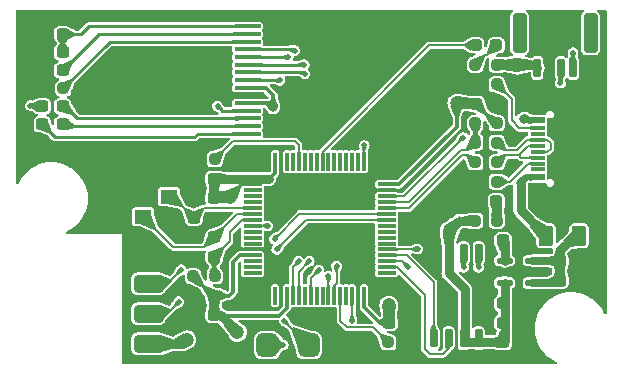
<source format=gbr>
%TF.GenerationSoftware,KiCad,Pcbnew,(7.0.0)*%
%TF.CreationDate,2023-03-01T10:12:44+08:00*%
%TF.ProjectId,DAP_Link_V0_1,4441505f-4c69-46e6-9b5f-56305f312e6b,rev?*%
%TF.SameCoordinates,Original*%
%TF.FileFunction,Copper,L1,Top*%
%TF.FilePolarity,Positive*%
%FSLAX46Y46*%
G04 Gerber Fmt 4.6, Leading zero omitted, Abs format (unit mm)*
G04 Created by KiCad (PCBNEW (7.0.0)) date 2023-03-01 10:12:44*
%MOMM*%
%LPD*%
G01*
G04 APERTURE LIST*
G04 Aperture macros list*
%AMRoundRect*
0 Rectangle with rounded corners*
0 $1 Rounding radius*
0 $2 $3 $4 $5 $6 $7 $8 $9 X,Y pos of 4 corners*
0 Add a 4 corners polygon primitive as box body*
4,1,4,$2,$3,$4,$5,$6,$7,$8,$9,$2,$3,0*
0 Add four circle primitives for the rounded corners*
1,1,$1+$1,$2,$3*
1,1,$1+$1,$4,$5*
1,1,$1+$1,$6,$7*
1,1,$1+$1,$8,$9*
0 Add four rect primitives between the rounded corners*
20,1,$1+$1,$2,$3,$4,$5,0*
20,1,$1+$1,$4,$5,$6,$7,0*
20,1,$1+$1,$6,$7,$8,$9,0*
20,1,$1+$1,$8,$9,$2,$3,0*%
G04 Aperture macros list end*
%TA.AperFunction,SMDPad,CuDef*%
%ADD10RoundRect,0.087500X-1.012500X-0.087500X1.012500X-0.087500X1.012500X0.087500X-1.012500X0.087500X0*%
%TD*%
%TA.AperFunction,SMDPad,CuDef*%
%ADD11RoundRect,0.137500X0.525000X0.137500X-0.525000X0.137500X-0.525000X-0.137500X0.525000X-0.137500X0*%
%TD*%
%TA.AperFunction,SMDPad,CuDef*%
%ADD12RoundRect,0.237500X-0.300000X-0.237500X0.300000X-0.237500X0.300000X0.237500X-0.300000X0.237500X0*%
%TD*%
%TA.AperFunction,SMDPad,CuDef*%
%ADD13RoundRect,0.237500X0.300000X0.237500X-0.300000X0.237500X-0.300000X-0.237500X0.300000X-0.237500X0*%
%TD*%
%TA.AperFunction,SMDPad,CuDef*%
%ADD14RoundRect,0.237500X0.250000X0.237500X-0.250000X0.237500X-0.250000X-0.237500X0.250000X-0.237500X0*%
%TD*%
%TA.AperFunction,SMDPad,CuDef*%
%ADD15RoundRect,0.300000X-0.300000X-1.390000X0.300000X-1.390000X0.300000X1.390000X-0.300000X1.390000X0*%
%TD*%
%TA.AperFunction,SMDPad,CuDef*%
%ADD16RoundRect,0.150000X-0.150000X-0.650000X0.150000X-0.650000X0.150000X0.650000X-0.150000X0.650000X0*%
%TD*%
%TA.AperFunction,SMDPad,CuDef*%
%ADD17RoundRect,0.075000X-0.700000X-0.075000X0.700000X-0.075000X0.700000X0.075000X-0.700000X0.075000X0*%
%TD*%
%TA.AperFunction,SMDPad,CuDef*%
%ADD18RoundRect,0.075000X-0.075000X-0.700000X0.075000X-0.700000X0.075000X0.700000X-0.075000X0.700000X0*%
%TD*%
%TA.AperFunction,SMDPad,CuDef*%
%ADD19RoundRect,0.237500X-0.250000X-0.237500X0.250000X-0.237500X0.250000X0.237500X-0.250000X0.237500X0*%
%TD*%
%TA.AperFunction,SMDPad,CuDef*%
%ADD20RoundRect,0.237500X-0.287500X-0.237500X0.287500X-0.237500X0.287500X0.237500X-0.287500X0.237500X0*%
%TD*%
%TA.AperFunction,ComponentPad*%
%ADD21O,2.100000X1.000000*%
%TD*%
%TA.AperFunction,ComponentPad*%
%ADD22O,1.600000X1.000000*%
%TD*%
%TA.AperFunction,SMDPad,CuDef*%
%ADD23R,1.150000X0.600000*%
%TD*%
%TA.AperFunction,SMDPad,CuDef*%
%ADD24R,1.150000X0.300000*%
%TD*%
%TA.AperFunction,SMDPad,CuDef*%
%ADD25RoundRect,0.450000X-0.450000X-0.550000X0.450000X-0.550000X0.450000X0.550000X-0.450000X0.550000X0*%
%TD*%
%TA.AperFunction,SMDPad,CuDef*%
%ADD26RoundRect,0.450000X0.450000X0.550000X-0.450000X0.550000X-0.450000X-0.550000X0.450000X-0.550000X0*%
%TD*%
%TA.AperFunction,SMDPad,CuDef*%
%ADD27RoundRect,0.250000X-0.375000X-0.625000X0.375000X-0.625000X0.375000X0.625000X-0.375000X0.625000X0*%
%TD*%
%TA.AperFunction,SMDPad,CuDef*%
%ADD28RoundRect,0.381000X0.889000X0.381000X-0.889000X0.381000X-0.889000X-0.381000X0.889000X-0.381000X0*%
%TD*%
%TA.AperFunction,SMDPad,CuDef*%
%ADD29R,1.400000X1.200000*%
%TD*%
%TA.AperFunction,SMDPad,CuDef*%
%ADD30RoundRect,0.150000X-0.150000X0.650000X-0.150000X-0.650000X0.150000X-0.650000X0.150000X0.650000X0*%
%TD*%
%TA.AperFunction,ViaPad*%
%ADD31C,0.500000*%
%TD*%
%TA.AperFunction,ViaPad*%
%ADD32C,0.800000*%
%TD*%
%TA.AperFunction,ViaPad*%
%ADD33C,1.200000*%
%TD*%
%TA.AperFunction,Conductor*%
%ADD34C,0.800000*%
%TD*%
%TA.AperFunction,Conductor*%
%ADD35C,0.200000*%
%TD*%
%TA.AperFunction,Conductor*%
%ADD36C,0.250000*%
%TD*%
%TA.AperFunction,Conductor*%
%ADD37C,0.350000*%
%TD*%
%TA.AperFunction,Conductor*%
%ADD38C,0.300000*%
%TD*%
%TA.AperFunction,Conductor*%
%ADD39C,0.650000*%
%TD*%
%TA.AperFunction,Conductor*%
%ADD40C,0.500000*%
%TD*%
G04 APERTURE END LIST*
D10*
%TO.P,OLED1,1,C2P*%
%TO.N,Net-(OLED1-C2P)*%
X101600000Y-64518200D03*
%TO.P,OLED1,2,C2N*%
%TO.N,Net-(OLED1-C2N)*%
X101600000Y-63868200D03*
%TO.P,OLED1,3,C1P*%
%TO.N,Net-(OLED1-C1P)*%
X101600000Y-63218200D03*
%TO.P,OLED1,4,C1N*%
%TO.N,Net-(OLED1-C1N)*%
X101600000Y-62568200D03*
%TO.P,OLED1,5,VBAT*%
%TO.N,+3.3V*%
X101600000Y-61918200D03*
%TO.P,OLED1,6,VSS*%
%TO.N,GND*%
X101600000Y-61268200D03*
%TO.P,OLED1,7,VDD*%
%TO.N,+3.3V*%
X101600000Y-60618200D03*
%TO.P,OLED1,8,~{CS}*%
%TO.N,/OLED_CS*%
X101600000Y-59968200D03*
%TO.P,OLED1,9,~{RES}*%
%TO.N,/OLED_RES*%
X101600000Y-59318200D03*
%TO.P,OLED1,10,D/C*%
%TO.N,/OLED_DC*%
X101600000Y-58668200D03*
%TO.P,OLED1,11,SCLK*%
%TO.N,/OLED_SCK*%
X101600000Y-58018200D03*
%TO.P,OLED1,12,SDIN*%
%TO.N,/OLED_MOSI*%
X101600000Y-57368200D03*
%TO.P,OLED1,13,IREF*%
%TO.N,Net-(OLED1-IREF)*%
X101600000Y-56718200D03*
%TO.P,OLED1,14,VCOMH*%
%TO.N,Net-(OLED1-VCOMH)*%
X101600000Y-56068200D03*
%TO.P,OLED1,15,VCC*%
%TO.N,Net-(OLED1-VCC)*%
X101600000Y-55418200D03*
%TD*%
D11*
%TO.P,U3,1,IN*%
%TO.N,+5V*%
X125768500Y-77150000D03*
%TO.P,U3,2,GND*%
%TO.N,GND*%
X125768500Y-76200000D03*
%TO.P,U3,3,EN*%
%TO.N,+5V*%
X125768500Y-75250000D03*
%TO.P,U3,4,BP*%
%TO.N,Net-(U3-BP)*%
X123368500Y-75250000D03*
%TO.P,U3,5,OUT*%
%TO.N,+3.3V*%
X123368500Y-77150000D03*
%TD*%
D12*
%TO.P,C5,1*%
%TO.N,Net-(OLED1-C1N)*%
X84228000Y-62195000D03*
%TO.P,C5,2*%
%TO.N,Net-(OLED1-C1P)*%
X85953000Y-62195000D03*
%TD*%
D13*
%TO.P,C8,1*%
%TO.N,GND*%
X124949500Y-82169000D03*
%TO.P,C8,2*%
%TO.N,+3.3V*%
X123224500Y-82169000D03*
%TD*%
D14*
%TO.P,R10,1*%
%TO.N,Net-(USB1-CC1)*%
X122713500Y-68580000D03*
%TO.P,R10,2*%
%TO.N,GND*%
X120888500Y-68580000D03*
%TD*%
D12*
%TO.P,C13,1*%
%TO.N,+3.3V*%
X113599000Y-80518000D03*
%TO.P,C13,2*%
%TO.N,GND*%
X115324000Y-80518000D03*
%TD*%
D15*
%TO.P,J1,0*%
%TO.N,N/C*%
X124643000Y-55979000D03*
X130643000Y-55979000D03*
D16*
%TO.P,J1,1,Pin_1*%
%TO.N,+3.3V*%
X126143000Y-58939000D03*
%TO.P,J1,2,Pin_2*%
%TO.N,GND*%
X127143000Y-58939000D03*
%TO.P,J1,3,Pin_3*%
%TO.N,/SWDIO*%
X128143000Y-58939000D03*
%TO.P,J1,4,Pin_4*%
%TO.N,/SWCLK*%
X129143000Y-58939000D03*
%TD*%
D17*
%TO.P,U2,1,VBAT*%
%TO.N,+3.3V*%
X102025000Y-68807000D03*
%TO.P,U2,2,PC13*%
%TO.N,unconnected-(U2-PC13-Pad2)*%
X102025000Y-69307000D03*
%TO.P,U2,3,PC14*%
%TO.N,unconnected-(U2-PC14-Pad3)*%
X102025000Y-69807000D03*
%TO.P,U2,4,PC15*%
%TO.N,unconnected-(U2-PC15-Pad4)*%
X102025000Y-70307000D03*
%TO.P,U2,5,PD0*%
%TO.N,/OSC_IN*%
X102025000Y-70807000D03*
%TO.P,U2,6,PD1*%
%TO.N,/OSC_OUT*%
X102025000Y-71307000D03*
%TO.P,U2,7,NRST*%
%TO.N,Net-(U2-NRST)*%
X102025000Y-71807000D03*
%TO.P,U2,8,PC0*%
%TO.N,/KEY_CHE*%
X102025000Y-72307000D03*
%TO.P,U2,9,PC1*%
%TO.N,unconnected-(U2-PC1-Pad9)*%
X102025000Y-72807000D03*
%TO.P,U2,10,PC2*%
%TO.N,unconnected-(U2-PC2-Pad10)*%
X102025000Y-73307000D03*
%TO.P,U2,11,PC3*%
%TO.N,unconnected-(U2-PC3-Pad11)*%
X102025000Y-73807000D03*
%TO.P,U2,12,VSSA*%
%TO.N,GND*%
X102025000Y-74307000D03*
%TO.P,U2,13,VDDA*%
%TO.N,+3.3V*%
X102025000Y-74807000D03*
%TO.P,U2,14,PA0*%
%TO.N,unconnected-(U2-PA0-Pad14)*%
X102025000Y-75307000D03*
%TO.P,U2,15,PA1*%
%TO.N,unconnected-(U2-PA1-Pad15)*%
X102025000Y-75807000D03*
%TO.P,U2,16,PA2*%
%TO.N,unconnected-(U2-PA2-Pad16)*%
X102025000Y-76307000D03*
D18*
%TO.P,U2,17,PA3*%
%TO.N,unconnected-(U2-PA3-Pad17)*%
X103950000Y-78232000D03*
%TO.P,U2,18,VSS*%
%TO.N,GND*%
X104450000Y-78232000D03*
%TO.P,U2,19,VDD*%
%TO.N,+3.3V*%
X104950000Y-78232000D03*
%TO.P,U2,20,PA4*%
%TO.N,/OLED_CS*%
X105450000Y-78232000D03*
%TO.P,U2,21,PA5*%
%TO.N,/OLED_SCK*%
X105950000Y-78232000D03*
%TO.P,U2,22,PA6*%
%TO.N,unconnected-(U2-PA6-Pad22)*%
X106450000Y-78232000D03*
%TO.P,U2,23,PA7*%
%TO.N,/OLED_MOSI*%
X106950000Y-78232000D03*
%TO.P,U2,24,PC4*%
%TO.N,unconnected-(U2-PC4-Pad24)*%
X107450000Y-78232000D03*
%TO.P,U2,25,PC5*%
%TO.N,unconnected-(U2-PC5-Pad25)*%
X107950000Y-78232000D03*
%TO.P,U2,26,PB0*%
%TO.N,/OLED_RES*%
X108450000Y-78232000D03*
%TO.P,U2,27,PB1*%
%TO.N,/OLED_DC*%
X108950000Y-78232000D03*
%TO.P,U2,28,PB2*%
%TO.N,Net-(U2-PB2)*%
X109450000Y-78232000D03*
%TO.P,U2,29,PB10*%
%TO.N,unconnected-(U2-PB10-Pad29)*%
X109950000Y-78232000D03*
%TO.P,U2,30,PB11*%
%TO.N,/KEY_SEL*%
X110450000Y-78232000D03*
%TO.P,U2,31,VSS*%
%TO.N,GND*%
X110950000Y-78232000D03*
%TO.P,U2,32,VDD*%
%TO.N,+3.3V*%
X111450000Y-78232000D03*
D17*
%TO.P,U2,33,PB12*%
%TO.N,unconnected-(U2-PB12-Pad33)*%
X113375000Y-76307000D03*
%TO.P,U2,34,PB13*%
%TO.N,/FLASH_SCK*%
X113375000Y-75807000D03*
%TO.P,U2,35,PB14*%
%TO.N,/FLASH_MISO*%
X113375000Y-75307000D03*
%TO.P,U2,36,PB15*%
%TO.N,/FLASH_MOSI*%
X113375000Y-74807000D03*
%TO.P,U2,37,PC6*%
%TO.N,/FLASH_CS*%
X113375000Y-74307000D03*
%TO.P,U2,38,PC7*%
%TO.N,unconnected-(U2-PC7-Pad38)*%
X113375000Y-73807000D03*
%TO.P,U2,39,PC8*%
%TO.N,unconnected-(U2-PC8-Pad39)*%
X113375000Y-73307000D03*
%TO.P,U2,40,PC9*%
%TO.N,unconnected-(U2-PC9-Pad40)*%
X113375000Y-72807000D03*
%TO.P,U2,41,PA8*%
%TO.N,unconnected-(U2-PA8-Pad41)*%
X113375000Y-72307000D03*
%TO.P,U2,42,PA9*%
%TO.N,/TX*%
X113375000Y-71807000D03*
%TO.P,U2,43,PA10*%
%TO.N,/RX*%
X113375000Y-71307000D03*
%TO.P,U2,44,PA11*%
%TO.N,Net-(U2-PA11)*%
X113375000Y-70807000D03*
%TO.P,U2,45,PA12*%
%TO.N,Net-(U2-PA12)*%
X113375000Y-70307000D03*
%TO.P,U2,46,PA13*%
%TO.N,/SWDIO*%
X113375000Y-69807000D03*
%TO.P,U2,47,VSS*%
%TO.N,GND*%
X113375000Y-69307000D03*
%TO.P,U2,48,VDD*%
%TO.N,+3.3V*%
X113375000Y-68807000D03*
D18*
%TO.P,U2,49,PA14*%
%TO.N,/SWCLK*%
X111450000Y-66882000D03*
%TO.P,U2,50,PA15*%
%TO.N,unconnected-(U2-PA15-Pad50)*%
X110950000Y-66882000D03*
%TO.P,U2,51,PC10*%
%TO.N,unconnected-(U2-PC10-Pad51)*%
X110450000Y-66882000D03*
%TO.P,U2,52,PC11*%
%TO.N,unconnected-(U2-PC11-Pad52)*%
X109950000Y-66882000D03*
%TO.P,U2,53,PC12*%
%TO.N,unconnected-(U2-PC12-Pad53)*%
X109450000Y-66882000D03*
%TO.P,U2,54,PD2*%
%TO.N,unconnected-(U2-PD2-Pad54)*%
X108950000Y-66882000D03*
%TO.P,U2,55,PB3*%
%TO.N,unconnected-(U2-PB3-Pad55)*%
X108450000Y-66882000D03*
%TO.P,U2,56,PB4*%
%TO.N,/LED_STAT*%
X107950000Y-66882000D03*
%TO.P,U2,57,PB5*%
%TO.N,unconnected-(U2-PB5-Pad57)*%
X107450000Y-66882000D03*
%TO.P,U2,58,PB6*%
%TO.N,unconnected-(U2-PB6-Pad58)*%
X106950000Y-66882000D03*
%TO.P,U2,59,PB7*%
%TO.N,unconnected-(U2-PB7-Pad59)*%
X106450000Y-66882000D03*
%TO.P,U2,60,BOOT0*%
%TO.N,Net-(U2-BOOT0)*%
X105950000Y-66882000D03*
%TO.P,U2,61,PB8*%
%TO.N,unconnected-(U2-PB8-Pad61)*%
X105450000Y-66882000D03*
%TO.P,U2,62,PB9*%
%TO.N,unconnected-(U2-PB9-Pad62)*%
X104950000Y-66882000D03*
%TO.P,U2,63,VSS*%
%TO.N,GND*%
X104450000Y-66882000D03*
%TO.P,U2,64,VDD*%
%TO.N,+3.3V*%
X103950000Y-66882000D03*
%TD*%
D19*
%TO.P,R8,1*%
%TO.N,Net-(U2-PA12)*%
X120888500Y-65278000D03*
%TO.P,R8,2*%
%TO.N,/USB_DP*%
X122713500Y-65278000D03*
%TD*%
D12*
%TO.P,C17,1*%
%TO.N,+5V*%
X128042500Y-75311000D03*
%TO.P,C17,2*%
%TO.N,GND*%
X129767500Y-75311000D03*
%TD*%
D13*
%TO.P,C4,1*%
%TO.N,Net-(OLED1-C2N)*%
X85953000Y-63719000D03*
%TO.P,C4,2*%
%TO.N,Net-(OLED1-C2P)*%
X84228000Y-63719000D03*
%TD*%
%TO.P,C7,1*%
%TO.N,/OSC_OUT*%
X98779500Y-73279000D03*
%TO.P,C7,2*%
%TO.N,GND*%
X97054500Y-73279000D03*
%TD*%
D20*
%TO.P,D2,1,K*%
%TO.N,/LED_STAT*%
X120926000Y-57023000D03*
%TO.P,D2,2,A*%
%TO.N,Net-(D2-A)*%
X122676000Y-57023000D03*
%TD*%
D19*
%TO.P,R5,1*%
%TO.N,+3.3V*%
X97004500Y-76581000D03*
%TO.P,R5,2*%
%TO.N,Net-(U2-NRST)*%
X98829500Y-76581000D03*
%TD*%
D21*
%TO.P,USB1,1,SHELL*%
%TO.N,GND*%
X126725999Y-70105999D03*
D22*
%TO.P,USB1,2,SHELL*%
X130905999Y-70105999D03*
D21*
%TO.P,USB1,3,SHELL*%
X126725999Y-61465999D03*
D22*
%TO.P,USB1,4,SHELL*%
X130905999Y-61465999D03*
D23*
%TO.P,USB1,A1B12,GND*%
X126160999Y-68985999D03*
%TO.P,USB1,A4B9,VBUS*%
%TO.N,VBUS*%
X126160999Y-68185999D03*
D24*
%TO.P,USB1,A5,CC1*%
%TO.N,Net-(USB1-CC1)*%
X126160999Y-67035999D03*
%TO.P,USB1,A6,DP1*%
%TO.N,/USB_DP*%
X126160999Y-66035999D03*
%TO.P,USB1,A7,DN1*%
%TO.N,/USB_DM*%
X126160999Y-65535999D03*
%TO.P,USB1,A8,SBU1*%
%TO.N,unconnected-(USB1-SBU1-PadA8)*%
X126160999Y-67535999D03*
D23*
%TO.P,USB1,B1A12,GND*%
%TO.N,GND*%
X126160999Y-62585999D03*
%TO.P,USB1,B4A9,VBUS*%
%TO.N,VBUS*%
X126160999Y-63385999D03*
D24*
%TO.P,USB1,B5,CC2*%
%TO.N,Net-(USB1-CC2)*%
X126160999Y-64035999D03*
%TO.P,USB1,B6,DP2*%
%TO.N,/USB_DP*%
X126160999Y-65035999D03*
%TO.P,USB1,B7,DN2*%
%TO.N,/USB_DM*%
X126160999Y-66535999D03*
%TO.P,USB1,B8,SBU2*%
%TO.N,unconnected-(USB1-SBU2-PadB8)*%
X126160999Y-64535999D03*
%TD*%
D13*
%TO.P,C3,1*%
%TO.N,GND*%
X98779500Y-71628000D03*
%TO.P,C3,2*%
%TO.N,/OSC_IN*%
X97054500Y-71628000D03*
%TD*%
D12*
%TO.P,C18,1*%
%TO.N,Net-(U3-BP)*%
X123224500Y-73533000D03*
%TO.P,C18,2*%
%TO.N,GND*%
X124949500Y-73533000D03*
%TD*%
D25*
%TO.P,SW2,1,A*%
%TO.N,GND*%
X98673000Y-82423000D03*
%TO.P,SW2,2,B*%
%TO.N,/KEY_SEL*%
X103273000Y-82423000D03*
%TD*%
D19*
%TO.P,R7,1*%
%TO.N,Net-(U2-PA11)*%
X120888500Y-66929000D03*
%TO.P,R7,2*%
%TO.N,/USB_DM*%
X122713500Y-66929000D03*
%TD*%
%TO.P,R6,1*%
%TO.N,Net-(U2-PB2)*%
X113522500Y-82169000D03*
%TO.P,R6,2*%
%TO.N,GND*%
X115347500Y-82169000D03*
%TD*%
D13*
%TO.P,C10,1*%
%TO.N,+3.3V*%
X98779500Y-79883000D03*
%TO.P,C10,2*%
%TO.N,GND*%
X97054500Y-79883000D03*
%TD*%
D26*
%TO.P,SW1,1,A*%
%TO.N,GND*%
X111401000Y-82423000D03*
%TO.P,SW1,2,B*%
%TO.N,/KEY_CHE*%
X106801000Y-82423000D03*
%TD*%
D27*
%TO.P,F1,1*%
%TO.N,VBUS*%
X126878000Y-73152000D03*
%TO.P,F1,2*%
%TO.N,+5V*%
X129678000Y-73152000D03*
%TD*%
D13*
%TO.P,C14,1*%
%TO.N,+3.3V*%
X98779500Y-69977000D03*
%TO.P,C14,2*%
%TO.N,GND*%
X97054500Y-69977000D03*
%TD*%
%TO.P,C11,1*%
%TO.N,+3.3V*%
X98779500Y-78232000D03*
%TO.P,C11,2*%
%TO.N,GND*%
X97054500Y-78232000D03*
%TD*%
D19*
%TO.P,R3,1*%
%TO.N,Net-(D2-A)*%
X120888500Y-58674000D03*
%TO.P,R3,2*%
%TO.N,+3.3V*%
X122713500Y-58674000D03*
%TD*%
D14*
%TO.P,R11,1*%
%TO.N,Net-(USB1-CC2)*%
X122713500Y-60325000D03*
%TO.P,R11,2*%
%TO.N,GND*%
X120888500Y-60325000D03*
%TD*%
D13*
%TO.P,C12,1*%
%TO.N,+3.3V*%
X98779500Y-68326000D03*
%TO.P,C12,2*%
%TO.N,GND*%
X97054500Y-68326000D03*
%TD*%
%TO.P,C2,1*%
%TO.N,Net-(OLED1-VCC)*%
X85953000Y-57623000D03*
%TO.P,C2,2*%
%TO.N,GND*%
X84228000Y-57623000D03*
%TD*%
%TO.P,C1,1*%
%TO.N,Net-(OLED1-VCOMH)*%
X85953000Y-59147000D03*
%TO.P,C1,2*%
%TO.N,GND*%
X84228000Y-59147000D03*
%TD*%
D19*
%TO.P,R4,1*%
%TO.N,GND*%
X97004500Y-66675000D03*
%TO.P,R4,2*%
%TO.N,Net-(U2-BOOT0)*%
X98829500Y-66675000D03*
%TD*%
D12*
%TO.P,C9,1*%
%TO.N,GND*%
X97054500Y-74930000D03*
%TO.P,C9,2*%
%TO.N,Net-(U2-NRST)*%
X98779500Y-74930000D03*
%TD*%
D28*
%TO.P,J2,1,Pin_1*%
%TO.N,+3.3V*%
X93218000Y-82296000D03*
%TO.P,J2,2,Pin_2*%
%TO.N,/TX*%
X93218000Y-79756000D03*
%TO.P,J2,3,Pin_3*%
%TO.N,/RX*%
X93218000Y-77216000D03*
%TO.P,J2,4,Pin_4*%
%TO.N,GND*%
X93218000Y-74676000D03*
%TD*%
D19*
%TO.P,R9,1*%
%TO.N,Net-(U2-PA12)*%
X120888500Y-63627000D03*
%TO.P,R9,2*%
%TO.N,+3.3V*%
X122713500Y-63627000D03*
%TD*%
%TO.P,R1,1*%
%TO.N,GND*%
X84178000Y-60671000D03*
%TO.P,R1,2*%
%TO.N,Net-(OLED1-IREF)*%
X86003000Y-60671000D03*
%TD*%
D13*
%TO.P,C6,1*%
%TO.N,Net-(OLED1-VCC)*%
X85953000Y-56099000D03*
%TO.P,C6,2*%
%TO.N,GND*%
X84228000Y-56099000D03*
%TD*%
D12*
%TO.P,C19,1*%
%TO.N,+3.3V*%
X123224500Y-78867000D03*
%TO.P,C19,2*%
%TO.N,GND*%
X124949500Y-78867000D03*
%TD*%
D29*
%TO.P,Y1,1,1*%
%TO.N,/OSC_IN*%
X94959499Y-69848999D03*
%TO.P,Y1,2,2*%
%TO.N,GND*%
X92759499Y-69848999D03*
%TO.P,Y1,3,3*%
%TO.N,/OSC_OUT*%
X92759499Y-71548999D03*
%TO.P,Y1,4,4*%
%TO.N,GND*%
X94959499Y-71548999D03*
%TD*%
D14*
%TO.P,R2,1*%
%TO.N,Net-(D1-A)*%
X122713500Y-71882000D03*
%TO.P,R2,2*%
%TO.N,+3.3V*%
X120888500Y-71882000D03*
%TD*%
D30*
%TO.P,U1,1,~{CS}*%
%TO.N,/FLASH_CS*%
X121166000Y-74632000D03*
%TO.P,U1,2,DO(IO1)*%
%TO.N,/FLASH_MISO*%
X119896000Y-74632000D03*
%TO.P,U1,3,IO2*%
%TO.N,+3.3V*%
X118626000Y-74632000D03*
%TO.P,U1,4,GND*%
%TO.N,GND*%
X117356000Y-74632000D03*
%TO.P,U1,5,DI(IO0)*%
%TO.N,/FLASH_MOSI*%
X117356000Y-81832000D03*
%TO.P,U1,6,CLK*%
%TO.N,/FLASH_SCK*%
X118626000Y-81832000D03*
%TO.P,U1,7,IO3*%
%TO.N,+3.3V*%
X119896000Y-81832000D03*
%TO.P,U1,8,VCC*%
X121166000Y-81832000D03*
%TD*%
D12*
%TO.P,C15,1*%
%TO.N,+3.3V*%
X120938500Y-61976000D03*
%TO.P,C15,2*%
%TO.N,GND*%
X122663500Y-61976000D03*
%TD*%
%TO.P,C16,1*%
%TO.N,+5V*%
X128042500Y-76962000D03*
%TO.P,C16,2*%
%TO.N,GND*%
X129767500Y-76962000D03*
%TD*%
%TO.P,C20,1*%
%TO.N,+3.3V*%
X123224500Y-80518000D03*
%TO.P,C20,2*%
%TO.N,GND*%
X124949500Y-80518000D03*
%TD*%
D20*
%TO.P,D1,1,K*%
%TO.N,GND*%
X120926000Y-70231000D03*
%TO.P,D1,2,A*%
%TO.N,Net-(D1-A)*%
X122676000Y-70231000D03*
%TD*%
D31*
%TO.N,GND*%
X121285000Y-73126600D03*
X120446800Y-73075800D03*
X102489000Y-66294000D03*
X101727000Y-66294000D03*
X100965000Y-66294000D03*
X100965000Y-67056000D03*
X100203000Y-67056000D03*
X95885000Y-68453000D03*
X95885000Y-67691000D03*
X95885000Y-67056000D03*
X95885000Y-66294000D03*
X96266000Y-65659000D03*
X97155000Y-65659000D03*
X117475000Y-70104000D03*
X117475000Y-70866000D03*
X116713000Y-70866000D03*
X117475000Y-71628000D03*
X116713000Y-71628000D03*
X115951000Y-71628000D03*
X111506000Y-76454000D03*
X110744000Y-76454000D03*
X109982000Y-76454000D03*
X111506000Y-75692000D03*
X110744000Y-75692000D03*
X109982000Y-75692000D03*
X111506000Y-74930000D03*
X110744000Y-74930000D03*
X109982000Y-74930000D03*
X111506000Y-74168000D03*
X110744000Y-74168000D03*
X109982000Y-74168000D03*
X111506000Y-73406000D03*
X110744000Y-73406000D03*
X109982000Y-73406000D03*
X111506000Y-72644000D03*
X110744000Y-72644000D03*
X109982000Y-72644000D03*
X114935000Y-77851000D03*
X114935000Y-78613000D03*
X115697000Y-78613000D03*
X113919000Y-83312000D03*
X115443000Y-83312000D03*
X114681000Y-83312000D03*
X115697000Y-79375000D03*
X114935000Y-79375000D03*
X119253000Y-83312000D03*
X120015000Y-83312000D03*
X120777000Y-83312000D03*
X121666000Y-83312000D03*
X122428000Y-83312000D03*
X124968000Y-79629000D03*
X124968000Y-81280000D03*
X124587000Y-77978000D03*
X126111000Y-78232000D03*
X125730000Y-83185000D03*
X124968000Y-83185000D03*
X124206000Y-83185000D03*
X130937000Y-73914000D03*
X130937000Y-74676000D03*
X130937000Y-75438000D03*
X130937000Y-76200000D03*
X130937000Y-76962000D03*
X130683000Y-77724000D03*
X129286000Y-56007000D03*
X128524000Y-56007000D03*
X127762000Y-56007000D03*
X127000000Y-56007000D03*
X126238000Y-56007000D03*
X129286000Y-56769000D03*
X128524000Y-56769000D03*
X127762000Y-56769000D03*
X127000000Y-56769000D03*
X126238000Y-56769000D03*
X123825000Y-65151000D03*
X123825000Y-64389000D03*
X117983000Y-61341000D03*
X118745000Y-60579000D03*
X119253000Y-59944000D03*
X119761000Y-59309000D03*
X111506000Y-70358000D03*
X110744000Y-70358000D03*
X111506000Y-69596000D03*
X110744000Y-69596000D03*
X111506000Y-68834000D03*
X110744000Y-68834000D03*
X109982000Y-68834000D03*
X109982000Y-69596000D03*
X109982000Y-70358000D03*
X104521000Y-69469000D03*
X103632000Y-69469000D03*
X104521000Y-70358000D03*
X103632000Y-70358000D03*
X104521000Y-71247000D03*
X103632000Y-71247000D03*
X103251000Y-76962000D03*
X103886000Y-76454000D03*
X103886000Y-75692000D03*
X102489000Y-77216000D03*
X102489000Y-77978000D03*
X101600000Y-77978000D03*
X102489000Y-78740000D03*
X101600000Y-78740000D03*
X100838000Y-78740000D03*
X100076000Y-74549000D03*
X100711000Y-74041000D03*
X98044000Y-80772000D03*
X97282000Y-80772000D03*
X96520000Y-80772000D03*
X95631000Y-80899000D03*
X95123000Y-78105000D03*
X92710000Y-75819000D03*
X91948000Y-75819000D03*
X92075000Y-73406000D03*
X92837000Y-73406000D03*
X93599000Y-73406000D03*
X91440000Y-70739000D03*
X91440000Y-69977000D03*
X91440000Y-69215000D03*
X92075000Y-68707000D03*
X92837000Y-68707000D03*
X93599000Y-68707000D03*
X95885000Y-71501000D03*
X94742000Y-72390000D03*
X95250000Y-73025000D03*
X95885000Y-72517000D03*
X121539000Y-70866000D03*
X121539000Y-69342000D03*
X121539000Y-67945000D03*
X119888000Y-67818000D03*
X119888000Y-68453000D03*
X119888000Y-69088000D03*
X119888000Y-69850000D03*
X119888000Y-70612000D03*
X122047000Y-76200000D03*
X122809000Y-76200000D03*
X123952000Y-76200000D03*
X123825000Y-71628000D03*
X124333000Y-72136000D03*
X124333000Y-72898000D03*
X124460000Y-74295000D03*
X125603000Y-74168000D03*
X124587000Y-76708000D03*
X124587000Y-75819000D03*
X96012000Y-58420000D03*
X96774000Y-59944000D03*
X96012000Y-59182000D03*
X98298000Y-59944000D03*
X96012000Y-60706000D03*
X97536000Y-60706000D03*
X97536000Y-59944000D03*
X98298000Y-59182000D03*
X97536000Y-59182000D03*
X96012000Y-59944000D03*
X98298000Y-58420000D03*
X98298000Y-60706000D03*
X97536000Y-58420000D03*
X96774000Y-60706000D03*
X96774000Y-59182000D03*
X96774000Y-58420000D03*
X93726000Y-59944000D03*
X94488000Y-59182000D03*
X92964000Y-60706000D03*
X92964000Y-59944000D03*
X95250000Y-59944000D03*
X95250000Y-58420000D03*
X93726000Y-59182000D03*
X94488000Y-60706000D03*
X95250000Y-59182000D03*
X95250000Y-60706000D03*
X94488000Y-59944000D03*
X92964000Y-59182000D03*
X93726000Y-60706000D03*
X94488000Y-58420000D03*
X92964000Y-58420000D03*
X93726000Y-58420000D03*
X91440000Y-60706000D03*
X92202000Y-59944000D03*
X90678000Y-60706000D03*
X92202000Y-60706000D03*
X89916000Y-60706000D03*
X91440000Y-59944000D03*
X89916000Y-59944000D03*
X90678000Y-59944000D03*
X92202000Y-59182000D03*
X91440000Y-59182000D03*
X90678000Y-59182000D03*
X89916000Y-59182000D03*
X92202000Y-58420000D03*
X91440000Y-58420000D03*
X90678000Y-58420000D03*
X89916000Y-58420000D03*
D32*
%TO.N,+3.3V*%
X103784400Y-62280800D03*
D33*
X96469200Y-81965800D03*
X100152200Y-69850000D03*
X100736400Y-81330800D03*
D31*
%TO.N,/KEY_CHE*%
X104721200Y-80343200D03*
X103301800Y-72313800D03*
%TO.N,/KEY_SEL*%
X110439200Y-80349500D03*
X104622600Y-82397600D03*
D33*
%TO.N,+3.3V*%
X113563400Y-79044800D03*
X118719600Y-72694800D03*
X119329200Y-61925200D03*
X124460000Y-58699400D03*
D31*
%TO.N,/SWCLK*%
X129159000Y-57658000D03*
X111480600Y-65506600D03*
%TO.N,/SWDIO*%
X128092200Y-60223400D03*
X119849900Y-64833500D03*
%TO.N,/TX*%
X95758000Y-78740000D03*
X104076500Y-74307700D03*
%TO.N,/RX*%
X95986600Y-76022200D03*
X103886000Y-73406000D03*
%TO.N,/OLED_MOSI*%
X107645200Y-76047600D03*
%TO.N,/OLED_SCK*%
X106832400Y-75311000D03*
%TO.N,/OLED_DC*%
X109143800Y-75717400D03*
%TO.N,/OLED_RES*%
X108450000Y-76589000D03*
%TO.N,/OLED_CS*%
X105943400Y-75311000D03*
X104343200Y-59985500D03*
%TO.N,/OLED_RES*%
X106451400Y-59436000D03*
%TO.N,/OLED_DC*%
X106400600Y-58674000D03*
%TO.N,/OLED_SCK*%
X105054400Y-58042000D03*
%TO.N,/OLED_MOSI*%
X105600500Y-57467500D03*
%TO.N,Net-(OLED1-C1N)*%
X83210400Y-62128400D03*
X99060000Y-62153800D03*
%TO.N,/FLASH_CS*%
X121158000Y-75819000D03*
X116001800Y-74257500D03*
%TO.N,/FLASH_MISO*%
X119888000Y-75819000D03*
X115189000Y-75819000D03*
D32*
%TO.N,VBUS*%
X124714000Y-68658000D03*
X124968000Y-63246000D03*
%TD*%
D34*
%TO.N,+3.3V*%
X118626000Y-76309600D02*
X118626000Y-74632000D01*
X119989600Y-77673200D02*
X118626000Y-76309600D01*
X119989600Y-81738400D02*
X119989600Y-77673200D01*
D35*
%TO.N,/RX*%
X105985000Y-71307000D02*
X113375000Y-71307000D01*
X103886000Y-73406000D02*
X105985000Y-71307000D01*
D36*
%TO.N,Net-(OLED1-C2P)*%
X85329800Y-64820800D02*
X84228000Y-63719000D01*
X97104200Y-64820800D02*
X85329800Y-64820800D01*
X97406800Y-64518200D02*
X97104200Y-64820800D01*
X101600000Y-64518200D02*
X97406800Y-64518200D01*
%TO.N,Net-(OLED1-C1N)*%
X99474400Y-62568200D02*
X101600000Y-62568200D01*
X99060000Y-62153800D02*
X99474400Y-62568200D01*
%TO.N,Net-(OLED1-C1P)*%
X86172600Y-62195000D02*
X85953000Y-62195000D01*
X87195800Y-63218200D02*
X86172600Y-62195000D01*
X101600000Y-63218200D02*
X87195800Y-63218200D01*
%TO.N,Net-(OLED1-C2N)*%
X86102200Y-63868200D02*
X101600000Y-63868200D01*
X85953000Y-63719000D02*
X86102200Y-63868200D01*
D37*
%TO.N,+3.3V*%
X103137800Y-60618200D02*
X101600000Y-60618200D01*
X103784400Y-61264800D02*
X103137800Y-60618200D01*
X103784400Y-62280800D02*
X103784400Y-61264800D01*
X103784400Y-62280800D02*
X103421800Y-61918200D01*
X103421800Y-61918200D02*
X101600000Y-61918200D01*
D36*
%TO.N,/OLED_CS*%
X104325900Y-59968200D02*
X104343200Y-59985500D01*
X101600000Y-59968200D02*
X104325900Y-59968200D01*
%TO.N,/OLED_RES*%
X101600000Y-59318200D02*
X106333600Y-59318200D01*
X106333600Y-59318200D02*
X106451400Y-59436000D01*
%TO.N,/OLED_DC*%
X106394800Y-58668200D02*
X106400600Y-58674000D01*
X101600000Y-58668200D02*
X106394800Y-58668200D01*
%TO.N,/OLED_SCK*%
X105030600Y-58018200D02*
X105054400Y-58042000D01*
X101600000Y-58018200D02*
X105030600Y-58018200D01*
%TO.N,/OLED_MOSI*%
X105501200Y-57368200D02*
X105600500Y-57467500D01*
X101600000Y-57368200D02*
X105501200Y-57368200D01*
%TO.N,Net-(OLED1-IREF)*%
X86003000Y-60671000D02*
X89955800Y-56718200D01*
X89955800Y-56718200D02*
X101600000Y-56718200D01*
%TO.N,Net-(OLED1-VCOMH)*%
X85963200Y-59147000D02*
X89042000Y-56068200D01*
X85953000Y-59147000D02*
X85963200Y-59147000D01*
X89042000Y-56068200D02*
X101600000Y-56068200D01*
%TO.N,Net-(OLED1-VCC)*%
X87477000Y-56099000D02*
X85953000Y-56099000D01*
X101600000Y-55418200D02*
X88157800Y-55418200D01*
X88157800Y-55418200D02*
X87477000Y-56099000D01*
D35*
%TO.N,/RX*%
X94792800Y-77216000D02*
X93218000Y-77216000D01*
X95986600Y-76022200D02*
X94792800Y-77216000D01*
%TO.N,/TX*%
X94742000Y-79756000D02*
X93218000Y-79756000D01*
X95758000Y-78740000D02*
X94742000Y-79756000D01*
D34*
%TO.N,+3.3V*%
X96139000Y-82296000D02*
X93218000Y-82296000D01*
X96469200Y-81965800D02*
X96139000Y-82296000D01*
D38*
X98804900Y-79908400D02*
X98779500Y-79883000D01*
X104267000Y-79908400D02*
X98804900Y-79908400D01*
X104950000Y-79225400D02*
X104267000Y-79908400D01*
X104950000Y-78232000D02*
X104950000Y-79225400D01*
D34*
X99314000Y-79883000D02*
X98779500Y-79883000D01*
X100736400Y-81305400D02*
X99314000Y-79883000D01*
X100736400Y-81330800D02*
X100736400Y-81305400D01*
X123224500Y-82169000D02*
X120233000Y-82169000D01*
D35*
%TO.N,/OLED_DC*%
X108975000Y-78207000D02*
X108950000Y-78232000D01*
X108975000Y-77282000D02*
X108975000Y-78207000D01*
X109143800Y-75717400D02*
X109143800Y-77113200D01*
X109143800Y-77113200D02*
X108975000Y-77282000D01*
%TO.N,/OLED_RES*%
X108450000Y-76589000D02*
X108450000Y-78232000D01*
%TO.N,/OLED_CS*%
X104343200Y-59985500D02*
X104301700Y-59944000D01*
%TO.N,/TX*%
X106577200Y-71807000D02*
X113375000Y-71807000D01*
X104076500Y-74307700D02*
X106577200Y-71807000D01*
%TO.N,/OLED_CS*%
X105943400Y-75311000D02*
X105450000Y-75804400D01*
X105450000Y-75804400D02*
X105450000Y-78232000D01*
%TO.N,/OLED_SCK*%
X105960000Y-78222000D02*
X105950000Y-78232000D01*
X105960000Y-76183400D02*
X105960000Y-78222000D01*
X106832400Y-75311000D02*
X105960000Y-76183400D01*
%TO.N,/OLED_MOSI*%
X107645200Y-76047600D02*
X106950000Y-76742800D01*
X106950000Y-76742800D02*
X106950000Y-78232000D01*
D37*
%TO.N,+3.3V*%
X98655500Y-78232000D02*
X97004500Y-76581000D01*
X98779500Y-78232000D02*
X98655500Y-78232000D01*
D38*
X103950000Y-67804800D02*
X103950000Y-66882000D01*
X103428800Y-68326000D02*
X103950000Y-67804800D01*
D34*
X98779500Y-68326000D02*
X103428800Y-68326000D01*
D38*
X101148959Y-68807000D02*
X102025000Y-68807000D01*
X100152200Y-69803759D02*
X101148959Y-68807000D01*
X100152200Y-69850000D02*
X100152200Y-69803759D01*
D34*
X98779500Y-69977000D02*
X98779500Y-68326000D01*
X100152200Y-69850000D02*
X98906500Y-69850000D01*
X98906500Y-69850000D02*
X98779500Y-69977000D01*
D38*
X100961000Y-74807000D02*
X102025000Y-74807000D01*
X100406200Y-75361800D02*
X100961000Y-74807000D01*
X100406200Y-77876400D02*
X100406200Y-75361800D01*
X100050600Y-78232000D02*
X100406200Y-77876400D01*
X98779500Y-78232000D02*
X100050600Y-78232000D01*
D35*
%TO.N,/KEY_CHE*%
X104721200Y-80343200D02*
X106801000Y-82423000D01*
D34*
%TO.N,+3.3V*%
X98779500Y-79883000D02*
X98779500Y-78232000D01*
D35*
%TO.N,/KEY_SEL*%
X110450000Y-80338700D02*
X110450000Y-78232000D01*
X110439200Y-80349500D02*
X110450000Y-80338700D01*
%TO.N,Net-(U2-PB2)*%
X109982000Y-80899000D02*
X112252500Y-80899000D01*
X109450000Y-80367000D02*
X109982000Y-80899000D01*
X109450000Y-78232000D02*
X109450000Y-80367000D01*
X112252500Y-80899000D02*
X113522500Y-82169000D01*
%TO.N,/KEY_CHE*%
X103295000Y-72307000D02*
X103301800Y-72313800D01*
X102025000Y-72307000D02*
X103295000Y-72307000D01*
%TO.N,/KEY_SEL*%
X103298400Y-82397600D02*
X103273000Y-82423000D01*
X104622600Y-82397600D02*
X103298400Y-82397600D01*
%TO.N,/FLASH_CS*%
X115952300Y-74307000D02*
X113375000Y-74307000D01*
X116001800Y-74257500D02*
X115952300Y-74307000D01*
D34*
%TO.N,+3.3V*%
X113563400Y-79044800D02*
X113563400Y-80482400D01*
X113563400Y-80482400D02*
X113599000Y-80518000D01*
X118719600Y-72669400D02*
X119507000Y-71882000D01*
X118719600Y-72694800D02*
X118719600Y-72669400D01*
X118694200Y-72694800D02*
X118719600Y-72694800D01*
D35*
%TO.N,/SWDIO*%
X119849900Y-64833500D02*
X114876400Y-69807000D01*
X114876400Y-69807000D02*
X113375000Y-69807000D01*
D38*
%TO.N,+3.3V*%
X114428600Y-68807000D02*
X119329200Y-63906400D01*
X113375000Y-68807000D02*
X114428600Y-68807000D01*
X119329200Y-63906400D02*
X119329200Y-61925200D01*
D34*
X119329200Y-61925200D02*
X120887700Y-61925200D01*
X120887700Y-61925200D02*
X120938500Y-61976000D01*
X124434600Y-58674000D02*
X122713500Y-58674000D01*
X124460000Y-58699400D02*
X124434600Y-58674000D01*
X124485400Y-58674000D02*
X124460000Y-58699400D01*
D37*
X122589500Y-63627000D02*
X120938500Y-61976000D01*
X122713500Y-63627000D02*
X122589500Y-63627000D01*
D34*
X125878000Y-58674000D02*
X124485400Y-58674000D01*
X126143000Y-58939000D02*
X125878000Y-58674000D01*
D35*
%TO.N,/SWCLK*%
X129143000Y-57674000D02*
X129143000Y-58939000D01*
X129159000Y-57658000D02*
X129143000Y-57674000D01*
X111450000Y-65537200D02*
X111480600Y-65506600D01*
X111450000Y-66882000D02*
X111450000Y-65537200D01*
%TO.N,/SWDIO*%
X128092200Y-58989800D02*
X128143000Y-58939000D01*
X128092200Y-60223400D02*
X128092200Y-58989800D01*
%TO.N,Net-(D2-A)*%
X121691400Y-57810400D02*
X121888600Y-57810400D01*
X121888600Y-57810400D02*
X122676000Y-57023000D01*
X120888500Y-58613300D02*
X121691400Y-57810400D01*
X120888500Y-58674000D02*
X120888500Y-58613300D01*
%TO.N,/LED_STAT*%
X117003670Y-57023000D02*
X120926000Y-57023000D01*
X107950000Y-66076670D02*
X117003670Y-57023000D01*
X107950000Y-66882000D02*
X107950000Y-66076670D01*
D36*
%TO.N,Net-(OLED1-C1N)*%
X83210400Y-62128400D02*
X84161400Y-62128400D01*
X84161400Y-62128400D02*
X84228000Y-62195000D01*
%TO.N,Net-(OLED1-VCC)*%
X85953000Y-57623000D02*
X85953000Y-56099000D01*
X86242000Y-56388000D02*
X85953000Y-56099000D01*
D35*
%TO.N,Net-(U2-BOOT0)*%
X105950000Y-65487800D02*
X105950000Y-66882000D01*
X100353500Y-65151000D02*
X105613200Y-65151000D01*
X98829500Y-66675000D02*
X100353500Y-65151000D01*
X105613200Y-65151000D02*
X105950000Y-65487800D01*
%TO.N,Net-(U2-NRST)*%
X98779500Y-76531000D02*
X98829500Y-76581000D01*
X98779500Y-74930000D02*
X98779500Y-76531000D01*
X100101400Y-73608100D02*
X98779500Y-74930000D01*
X100101400Y-72847200D02*
X100101400Y-73608100D01*
X101141600Y-71807000D02*
X100101400Y-72847200D01*
X102025000Y-71807000D02*
X101141600Y-71807000D01*
%TO.N,/OSC_IN*%
X95275500Y-69849000D02*
X94959500Y-69849000D01*
X97054500Y-71628000D02*
X95275500Y-69849000D01*
%TO.N,/OSC_OUT*%
X92759500Y-71550500D02*
X92759500Y-71549000D01*
X95326200Y-74117200D02*
X92759500Y-71550500D01*
X97941300Y-74117200D02*
X95326200Y-74117200D01*
X98779500Y-73279000D02*
X97941300Y-74117200D01*
X100751500Y-71307000D02*
X98779500Y-73279000D01*
X102025000Y-71307000D02*
X100751500Y-71307000D01*
%TO.N,/OSC_IN*%
X97875500Y-70807000D02*
X97054500Y-71628000D01*
X102025000Y-70807000D02*
X97875500Y-70807000D01*
D38*
%TO.N,+3.3V*%
X112776000Y-80518000D02*
X113599000Y-80518000D01*
X111450000Y-79192000D02*
X112776000Y-80518000D01*
X111450000Y-78232000D02*
X111450000Y-79192000D01*
D35*
%TO.N,Net-(U2-PA12)*%
X120888500Y-63627000D02*
X120888500Y-65278000D01*
D34*
%TO.N,Net-(D1-A)*%
X122713500Y-70268500D02*
X122676000Y-70231000D01*
X122713500Y-71882000D02*
X122713500Y-70268500D01*
%TO.N,+3.3V*%
X119507000Y-71882000D02*
X120888500Y-71882000D01*
X118626000Y-72763000D02*
X118694200Y-72694800D01*
X118626000Y-74632000D02*
X118626000Y-72763000D01*
D35*
%TO.N,/FLASH_CS*%
X121158000Y-75819000D02*
X121158000Y-74640000D01*
X121158000Y-74640000D02*
X121166000Y-74632000D01*
%TO.N,/FLASH_MISO*%
X119888000Y-75819000D02*
X119888000Y-74640000D01*
X119888000Y-74640000D02*
X119896000Y-74632000D01*
X113375000Y-75307000D02*
X114677000Y-75307000D01*
X114677000Y-75307000D02*
X115189000Y-75819000D01*
%TO.N,/FLASH_MOSI*%
X115066000Y-74807000D02*
X113375000Y-74807000D01*
X117356000Y-77097000D02*
X115066000Y-74807000D01*
X117356000Y-81832000D02*
X117356000Y-77097000D01*
%TO.N,/FLASH_SCK*%
X114236000Y-75807000D02*
X113375000Y-75807000D01*
X116586000Y-82747000D02*
X116586000Y-78157000D01*
X118110000Y-83185000D02*
X117024000Y-83185000D01*
X117024000Y-83185000D02*
X116586000Y-82747000D01*
X118626000Y-82669000D02*
X118110000Y-83185000D01*
X116586000Y-78157000D02*
X114236000Y-75807000D01*
X118626000Y-81832000D02*
X118626000Y-82669000D01*
%TO.N,Net-(U2-PA11)*%
X115305686Y-70807000D02*
X113375000Y-70807000D01*
X119799686Y-66313000D02*
X115305686Y-70807000D01*
X120272500Y-66313000D02*
X119799686Y-66313000D01*
X120888500Y-66929000D02*
X120272500Y-66313000D01*
%TO.N,Net-(U2-PA12)*%
X119634000Y-65913000D02*
X115240000Y-70307000D01*
X115240000Y-70307000D02*
X113375000Y-70307000D01*
X120253500Y-65913000D02*
X119634000Y-65913000D01*
X120888500Y-65278000D02*
X120253500Y-65913000D01*
D34*
%TO.N,+3.3V*%
X123368500Y-82025000D02*
X123224500Y-82169000D01*
X123368500Y-77150000D02*
X123368500Y-82025000D01*
%TO.N,Net-(U3-BP)*%
X123368500Y-73677000D02*
X123224500Y-73533000D01*
X123368500Y-75250000D02*
X123368500Y-73677000D01*
D39*
%TO.N,+5V*%
X125768500Y-75250000D02*
X128014500Y-75250000D01*
X128014500Y-75250000D02*
X128050500Y-75214000D01*
X127735500Y-77150000D02*
X128050500Y-76835000D01*
X125768500Y-77150000D02*
X127735500Y-77150000D01*
D34*
X128050500Y-75214000D02*
X128050500Y-76835000D01*
X128050500Y-74387500D02*
X128050500Y-75214000D01*
X129286000Y-73152000D02*
X128050500Y-74387500D01*
X129678000Y-73152000D02*
X129286000Y-73152000D01*
%TO.N,VBUS*%
X124714000Y-70988000D02*
X126878000Y-73152000D01*
X124714000Y-68658000D02*
X124714000Y-70988000D01*
D40*
X125186000Y-68186000D02*
X126161000Y-68186000D01*
X124714000Y-68658000D02*
X125186000Y-68186000D01*
X125108000Y-63386000D02*
X124968000Y-63246000D01*
X126161000Y-63386000D02*
X125108000Y-63386000D01*
D35*
%TO.N,Net-(USB1-CC2)*%
X123952000Y-61563500D02*
X122713500Y-60325000D01*
X123952000Y-63373000D02*
X123952000Y-61563500D01*
X124615000Y-64036000D02*
X123952000Y-63373000D01*
X126161000Y-64036000D02*
X124615000Y-64036000D01*
%TO.N,/USB_DM*%
X124781999Y-66536000D02*
X124558999Y-66313000D01*
X126161000Y-66536000D02*
X124781999Y-66536000D01*
X122761250Y-66929000D02*
X122713500Y-66929000D01*
X123377250Y-66313000D02*
X122761250Y-66929000D01*
X124558999Y-66313000D02*
X123377250Y-66313000D01*
X125336000Y-65536000D02*
X124558999Y-66313000D01*
X126161000Y-65536000D02*
X125336000Y-65536000D01*
%TO.N,/USB_DP*%
X124393314Y-65913000D02*
X123348500Y-65913000D01*
X125270314Y-65036000D02*
X124393314Y-65913000D01*
X123348500Y-65913000D02*
X122713500Y-65278000D01*
X126161000Y-65036000D02*
X125270314Y-65036000D01*
%TO.N,/USB_DM*%
X126161000Y-65536000D02*
X126157000Y-65532000D01*
%TO.N,/USB_DP*%
X127254000Y-65304000D02*
X126986000Y-65036000D01*
X127254000Y-65768000D02*
X127254000Y-65304000D01*
X126986000Y-65036000D02*
X126161000Y-65036000D01*
X126986000Y-66036000D02*
X127254000Y-65768000D01*
X126161000Y-66036000D02*
X126986000Y-66036000D01*
%TO.N,Net-(USB1-CC1)*%
X123792000Y-68580000D02*
X122713500Y-68580000D01*
X125336000Y-67036000D02*
X123792000Y-68580000D01*
X126161000Y-67036000D02*
X125336000Y-67036000D01*
%TD*%
%TA.AperFunction,Conductor*%
%TO.N,GND*%
G36*
X124054428Y-54019200D02*
G01*
X124090458Y-54068235D01*
X124091001Y-54129082D01*
X124055853Y-54178753D01*
X123991126Y-54227207D01*
X123991122Y-54227210D01*
X123985454Y-54231454D01*
X123981210Y-54237122D01*
X123981207Y-54237126D01*
X123903447Y-54340999D01*
X123903442Y-54341006D01*
X123899204Y-54346669D01*
X123896731Y-54353299D01*
X123896729Y-54353303D01*
X123851072Y-54475715D01*
X123851070Y-54475722D01*
X123848909Y-54481517D01*
X123848247Y-54487670D01*
X123848247Y-54487672D01*
X123842782Y-54538499D01*
X123842781Y-54538509D01*
X123842500Y-54541127D01*
X123842500Y-54543771D01*
X123842500Y-54543772D01*
X123842500Y-57414224D01*
X123842500Y-57414242D01*
X123842501Y-57416872D01*
X123842782Y-57419487D01*
X123842783Y-57419503D01*
X123848246Y-57470321D01*
X123848247Y-57470325D01*
X123848909Y-57476483D01*
X123851073Y-57482284D01*
X123851074Y-57482289D01*
X123896729Y-57604696D01*
X123899204Y-57611331D01*
X123903444Y-57616995D01*
X123903447Y-57617000D01*
X123981207Y-57720873D01*
X123985454Y-57726546D01*
X124056846Y-57779990D01*
X124090857Y-57826252D01*
X124093468Y-57883615D01*
X124063798Y-57932777D01*
X124011828Y-57957201D01*
X123445278Y-58039983D01*
X123420601Y-58040479D01*
X122996546Y-57995842D01*
X122996536Y-57995841D01*
X122992882Y-57995457D01*
X122989208Y-57995618D01*
X122989202Y-57995618D01*
X122932036Y-57998127D01*
X122932035Y-57998104D01*
X122925356Y-57998500D01*
X122690636Y-57998500D01*
X122638737Y-57983806D01*
X122602244Y-57944086D01*
X122591990Y-57891131D01*
X122611019Y-57840660D01*
X122653681Y-57807656D01*
X122661871Y-57804361D01*
X122907184Y-57705655D01*
X122944139Y-57698500D01*
X123013945Y-57698500D01*
X123016256Y-57698500D01*
X123045849Y-57695725D01*
X123170475Y-57652116D01*
X123276711Y-57573711D01*
X123355116Y-57467475D01*
X123398725Y-57342849D01*
X123401500Y-57313256D01*
X123401500Y-56732744D01*
X123398725Y-56703151D01*
X123355116Y-56578525D01*
X123276711Y-56472289D01*
X123247952Y-56451064D01*
X123176444Y-56398289D01*
X123176442Y-56398288D01*
X123170475Y-56393884D01*
X123157249Y-56389256D01*
X123051536Y-56352265D01*
X123045849Y-56350275D01*
X123039858Y-56349713D01*
X123039853Y-56349712D01*
X123018552Y-56347715D01*
X123018545Y-56347714D01*
X123016256Y-56347500D01*
X122335744Y-56347500D01*
X122333455Y-56347714D01*
X122333447Y-56347715D01*
X122312146Y-56349712D01*
X122312139Y-56349713D01*
X122306151Y-56350275D01*
X122300465Y-56352264D01*
X122300463Y-56352265D01*
X122188528Y-56391433D01*
X122188525Y-56391434D01*
X122181525Y-56393884D01*
X122175559Y-56398286D01*
X122175555Y-56398289D01*
X122081262Y-56467880D01*
X122081259Y-56467882D01*
X122075289Y-56472289D01*
X122070882Y-56478259D01*
X122070880Y-56478262D01*
X122001289Y-56572555D01*
X122001286Y-56572559D01*
X121996884Y-56578525D01*
X121994434Y-56585525D01*
X121994433Y-56585528D01*
X121983806Y-56615899D01*
X121953275Y-56703151D01*
X121952713Y-56709139D01*
X121952712Y-56709146D01*
X121950715Y-56730447D01*
X121950500Y-56732744D01*
X121950500Y-56735055D01*
X121950500Y-56808545D01*
X121944448Y-56842627D01*
X121843448Y-57118071D01*
X121811301Y-57162119D01*
X121760707Y-57182461D01*
X121707016Y-57172928D01*
X121666518Y-57136411D01*
X121651500Y-57083989D01*
X121651500Y-56735055D01*
X121651500Y-56732744D01*
X121648725Y-56703151D01*
X121605116Y-56578525D01*
X121526711Y-56472289D01*
X121497952Y-56451064D01*
X121426444Y-56398289D01*
X121426442Y-56398288D01*
X121420475Y-56393884D01*
X121407249Y-56389256D01*
X121301536Y-56352265D01*
X121295849Y-56350275D01*
X121289858Y-56349713D01*
X121289853Y-56349712D01*
X121268552Y-56347715D01*
X121268545Y-56347714D01*
X121266256Y-56347500D01*
X120585744Y-56347500D01*
X120583455Y-56347714D01*
X120583447Y-56347715D01*
X120562148Y-56349712D01*
X120562142Y-56349713D01*
X120556151Y-56350275D01*
X120550469Y-56352263D01*
X120550465Y-56352264D01*
X120504157Y-56368468D01*
X120503595Y-56366864D01*
X120503443Y-56366954D01*
X120504001Y-56368501D01*
X120502369Y-56369089D01*
X120501511Y-56369394D01*
X120457603Y-56384758D01*
X120431525Y-56393884D01*
X120425559Y-56398285D01*
X120425552Y-56398290D01*
X120424589Y-56399001D01*
X120415107Y-56405193D01*
X119885384Y-56709354D01*
X119836088Y-56722500D01*
X117056869Y-56722500D01*
X117051596Y-56722134D01*
X117045906Y-56720227D01*
X117036742Y-56720650D01*
X117036738Y-56720650D01*
X116999029Y-56722394D01*
X116994457Y-56722500D01*
X116975826Y-56722500D01*
X116971326Y-56723340D01*
X116966771Y-56723763D01*
X116966753Y-56723571D01*
X116962091Y-56724101D01*
X116942843Y-56724991D01*
X116942841Y-56724991D01*
X116933679Y-56725415D01*
X116925293Y-56729117D01*
X116925286Y-56729119D01*
X116924682Y-56729387D01*
X116902898Y-56736132D01*
X116902257Y-56736251D01*
X116902249Y-56736254D01*
X116893237Y-56737939D01*
X116885441Y-56742765D01*
X116885435Y-56742768D01*
X116869052Y-56752912D01*
X116856928Y-56759303D01*
X116839294Y-56767089D01*
X116839290Y-56767091D01*
X116830905Y-56770794D01*
X116824422Y-56777276D01*
X116824414Y-56777282D01*
X116823948Y-56777749D01*
X116806083Y-56791899D01*
X116805522Y-56792246D01*
X116805513Y-56792254D01*
X116797718Y-56797081D01*
X116792194Y-56804395D01*
X116792187Y-56804402D01*
X116780576Y-56819778D01*
X116771579Y-56830118D01*
X107775131Y-65826566D01*
X107771141Y-65830037D01*
X107765772Y-65832712D01*
X107759595Y-65839487D01*
X107759593Y-65839489D01*
X107734141Y-65867407D01*
X107730990Y-65870707D01*
X107721063Y-65880634D01*
X107721054Y-65880644D01*
X107717826Y-65883873D01*
X107715968Y-65886583D01*
X107673256Y-65916383D01*
X107620865Y-65920171D01*
X107556898Y-65907447D01*
X107556889Y-65907446D01*
X107552133Y-65906500D01*
X107547274Y-65906500D01*
X107352727Y-65906500D01*
X107352717Y-65906500D01*
X107347868Y-65906501D01*
X107343112Y-65907446D01*
X107343101Y-65907448D01*
X107277066Y-65920583D01*
X107277064Y-65920583D01*
X107267505Y-65922485D01*
X107259404Y-65927897D01*
X107259394Y-65927902D01*
X107254997Y-65930841D01*
X107200000Y-65947523D01*
X107145003Y-65930841D01*
X107140606Y-65927903D01*
X107140599Y-65927900D01*
X107132495Y-65922485D01*
X107122935Y-65920583D01*
X107122932Y-65920582D01*
X107056896Y-65907447D01*
X107056891Y-65907446D01*
X107052133Y-65906500D01*
X107047274Y-65906500D01*
X106852727Y-65906500D01*
X106852717Y-65906500D01*
X106847868Y-65906501D01*
X106843112Y-65907446D01*
X106843101Y-65907448D01*
X106777066Y-65920583D01*
X106777064Y-65920583D01*
X106767505Y-65922485D01*
X106759404Y-65927897D01*
X106759394Y-65927902D01*
X106754997Y-65930841D01*
X106700000Y-65947523D01*
X106645003Y-65930841D01*
X106640606Y-65927903D01*
X106640599Y-65927900D01*
X106632495Y-65922485D01*
X106622935Y-65920583D01*
X106622932Y-65920582D01*
X106556896Y-65907447D01*
X106556891Y-65907446D01*
X106552133Y-65906500D01*
X106547274Y-65906500D01*
X106399225Y-65906500D01*
X106349499Y-65906500D01*
X106300000Y-65893238D01*
X106263764Y-65857001D01*
X106250500Y-65807501D01*
X106250500Y-65540998D01*
X106250865Y-65535725D01*
X106252773Y-65530035D01*
X106250606Y-65483158D01*
X106250500Y-65478586D01*
X106250500Y-65464537D01*
X106250500Y-65459956D01*
X106249657Y-65455451D01*
X106249235Y-65450896D01*
X106249446Y-65450876D01*
X106248898Y-65446231D01*
X106247585Y-65417808D01*
X106243615Y-65408817D01*
X106236866Y-65387023D01*
X106235061Y-65377367D01*
X106220088Y-65353184D01*
X106213696Y-65341057D01*
X106211934Y-65337067D01*
X106202206Y-65315035D01*
X106195257Y-65308086D01*
X106181089Y-65290198D01*
X106180748Y-65289648D01*
X106175919Y-65281848D01*
X106168599Y-65276320D01*
X106168598Y-65276319D01*
X106153222Y-65264708D01*
X106142879Y-65255708D01*
X105863302Y-64976131D01*
X105859832Y-64972143D01*
X105857158Y-64966772D01*
X105822474Y-64935153D01*
X105819166Y-64931995D01*
X105809229Y-64922058D01*
X105809229Y-64922057D01*
X105805997Y-64918826D01*
X105802223Y-64916240D01*
X105798705Y-64913319D01*
X105798833Y-64913164D01*
X105795161Y-64910253D01*
X105774133Y-64891084D01*
X105765580Y-64887770D01*
X105765578Y-64887769D01*
X105764965Y-64887532D01*
X105744786Y-64876895D01*
X105744252Y-64876529D01*
X105744247Y-64876527D01*
X105736681Y-64871344D01*
X105727753Y-64869244D01*
X105727751Y-64869243D01*
X105708996Y-64864832D01*
X105695903Y-64860777D01*
X105677926Y-64853813D01*
X105677923Y-64853812D01*
X105669373Y-64850500D01*
X105660202Y-64850500D01*
X105659548Y-64850500D01*
X105636882Y-64847870D01*
X105636249Y-64847721D01*
X105636246Y-64847720D01*
X105627319Y-64845621D01*
X105618236Y-64846888D01*
X105599147Y-64849551D01*
X105585469Y-64850500D01*
X102971169Y-64850500D01*
X102923997Y-64838539D01*
X102888223Y-64805547D01*
X102872492Y-64759494D01*
X102880605Y-64711511D01*
X102883359Y-64705274D01*
X102897707Y-64672780D01*
X102900500Y-64648705D01*
X102900499Y-64387696D01*
X102897707Y-64363620D01*
X102854215Y-64265121D01*
X102847728Y-64258634D01*
X102842543Y-64251064D01*
X102844510Y-64249716D01*
X102826675Y-64218823D01*
X102826675Y-64167577D01*
X102844510Y-64136683D01*
X102842543Y-64135336D01*
X102847728Y-64127765D01*
X102854215Y-64121279D01*
X102897707Y-64022780D01*
X102900500Y-63998705D01*
X102900499Y-63737696D01*
X102897707Y-63713620D01*
X102854215Y-63615121D01*
X102847728Y-63608634D01*
X102842543Y-63601064D01*
X102844510Y-63599716D01*
X102826675Y-63568823D01*
X102826675Y-63517577D01*
X102844510Y-63486683D01*
X102842543Y-63485336D01*
X102847728Y-63477765D01*
X102854215Y-63471279D01*
X102897707Y-63372780D01*
X102900500Y-63348705D01*
X102900499Y-63087696D01*
X102897707Y-63063620D01*
X102854215Y-62965121D01*
X102847728Y-62958634D01*
X102842543Y-62951064D01*
X102844510Y-62949716D01*
X102826675Y-62918823D01*
X102826675Y-62867577D01*
X102844510Y-62836683D01*
X102842543Y-62835336D01*
X102847728Y-62827765D01*
X102854215Y-62821279D01*
X102897707Y-62722780D01*
X102900500Y-62698705D01*
X102900499Y-62437696D01*
X102898858Y-62423547D01*
X102906148Y-62373276D01*
X102937410Y-62333236D01*
X102984415Y-62313972D01*
X103034785Y-62320555D01*
X103075258Y-62351252D01*
X103331397Y-62679618D01*
X103334205Y-62682326D01*
X103344019Y-62693315D01*
X103352166Y-62703933D01*
X103352170Y-62703937D01*
X103356118Y-62709082D01*
X103481559Y-62805336D01*
X103627638Y-62865844D01*
X103724781Y-62878633D01*
X103774388Y-62885164D01*
X103784400Y-62886482D01*
X103794412Y-62885164D01*
X103809969Y-62883115D01*
X103941162Y-62865844D01*
X104087241Y-62805336D01*
X104212682Y-62709082D01*
X104308936Y-62583641D01*
X104369444Y-62437562D01*
X104390082Y-62280800D01*
X104387748Y-62263071D01*
X104370291Y-62130471D01*
X104370290Y-62130470D01*
X104369444Y-62124038D01*
X104355064Y-62089324D01*
X104349438Y-62067342D01*
X104349103Y-62067411D01*
X104348198Y-62062958D01*
X104347706Y-62058438D01*
X104164093Y-61447888D01*
X104159900Y-61419378D01*
X104159900Y-61314010D01*
X104162007Y-61293694D01*
X104163084Y-61288556D01*
X104164767Y-61280531D01*
X104160659Y-61247584D01*
X104160304Y-61241859D01*
X104160238Y-61241865D01*
X104159900Y-61237791D01*
X104159900Y-61233686D01*
X104156388Y-61212645D01*
X104155803Y-61208629D01*
X104150279Y-61164312D01*
X104149265Y-61156174D01*
X104145773Y-61149032D01*
X104144465Y-61141190D01*
X104136085Y-61125706D01*
X104119315Y-61094717D01*
X104117441Y-61091076D01*
X104097830Y-61050961D01*
X104094226Y-61043588D01*
X104088604Y-61037966D01*
X104088598Y-61037958D01*
X104084819Y-61030974D01*
X104045964Y-60995205D01*
X104043011Y-60992373D01*
X103513342Y-60462704D01*
X103486248Y-60412014D01*
X103491882Y-60354814D01*
X103528345Y-60310385D01*
X103583346Y-60293700D01*
X103784623Y-60293700D01*
X103813719Y-60298072D01*
X104176992Y-60409776D01*
X104188444Y-60411089D01*
X104205042Y-60414452D01*
X104278428Y-60436000D01*
X104400894Y-60436000D01*
X104407972Y-60436000D01*
X104532269Y-60399504D01*
X104641249Y-60329467D01*
X104726082Y-60231563D01*
X104779897Y-60113726D01*
X104798333Y-59985500D01*
X104779897Y-59857274D01*
X104746353Y-59783825D01*
X104737659Y-59735638D01*
X104753123Y-59689177D01*
X104788961Y-59655810D01*
X104836407Y-59643700D01*
X105892120Y-59643700D01*
X105943300Y-59657955D01*
X106237883Y-59835868D01*
X106241151Y-59837250D01*
X106243232Y-59838312D01*
X106251765Y-59843214D01*
X106256371Y-59846174D01*
X106262331Y-59850004D01*
X106269126Y-59851999D01*
X106291655Y-59858614D01*
X106291395Y-59859496D01*
X106292630Y-59859568D01*
X106292811Y-59858953D01*
X106386628Y-59886500D01*
X106509094Y-59886500D01*
X106516172Y-59886500D01*
X106640469Y-59850004D01*
X106749449Y-59779967D01*
X106834282Y-59682063D01*
X106888097Y-59564226D01*
X106906533Y-59436000D01*
X106888097Y-59307774D01*
X106834282Y-59189937D01*
X106749449Y-59092033D01*
X106749448Y-59092033D01*
X106751095Y-59090606D01*
X106729218Y-59058296D01*
X106725556Y-59007173D01*
X106747948Y-58961072D01*
X106783482Y-58920063D01*
X106837297Y-58802226D01*
X106855733Y-58674000D01*
X106837297Y-58545774D01*
X106783482Y-58427937D01*
X106719547Y-58354151D01*
X106703284Y-58335382D01*
X106703283Y-58335381D01*
X106698649Y-58330033D01*
X106645265Y-58295725D01*
X106595626Y-58263824D01*
X106595624Y-58263823D01*
X106589669Y-58259996D01*
X106582875Y-58258001D01*
X106472163Y-58225494D01*
X106465372Y-58223500D01*
X106335828Y-58223500D01*
X106329036Y-58225494D01*
X106329037Y-58225494D01*
X106273559Y-58241782D01*
X106252238Y-58245573D01*
X106250021Y-58245720D01*
X106250007Y-58245722D01*
X106245640Y-58246012D01*
X106241388Y-58247068D01*
X106241384Y-58247069D01*
X105868238Y-58339779D01*
X105844367Y-58342700D01*
X105566377Y-58342700D01*
X105518931Y-58330590D01*
X105483093Y-58297223D01*
X105467629Y-58250762D01*
X105476324Y-58202574D01*
X105479686Y-58195212D01*
X105491097Y-58170226D01*
X105509533Y-58042000D01*
X105507964Y-58031089D01*
X105515902Y-57975875D01*
X105552432Y-57933716D01*
X105605956Y-57918000D01*
X105658194Y-57918000D01*
X105665272Y-57918000D01*
X105789569Y-57881504D01*
X105898549Y-57811467D01*
X105983382Y-57713563D01*
X106037197Y-57595726D01*
X106055633Y-57467500D01*
X106037197Y-57339274D01*
X105983382Y-57221437D01*
X105898549Y-57123533D01*
X105789569Y-57053496D01*
X105782775Y-57051501D01*
X105672063Y-57018994D01*
X105665272Y-57017000D01*
X105658194Y-57017000D01*
X105630847Y-57017000D01*
X105622801Y-57016673D01*
X105580535Y-57013226D01*
X105580524Y-57013225D01*
X105577203Y-57012955D01*
X105573868Y-57013134D01*
X105573864Y-57013134D01*
X105126690Y-57037149D01*
X105126684Y-57037149D01*
X105122007Y-57037401D01*
X105117459Y-57038529D01*
X105117452Y-57038531D01*
X105112407Y-57039784D01*
X105088556Y-57042700D01*
X102974613Y-57042700D01*
X102927441Y-57030739D01*
X102891667Y-56997746D01*
X102875936Y-56951694D01*
X102884048Y-56903713D01*
X102897707Y-56872780D01*
X102900500Y-56848705D01*
X102900499Y-56587696D01*
X102897707Y-56563620D01*
X102854215Y-56465121D01*
X102847728Y-56458634D01*
X102842543Y-56451064D01*
X102844510Y-56449716D01*
X102826675Y-56418823D01*
X102826675Y-56367577D01*
X102844510Y-56336683D01*
X102842543Y-56335336D01*
X102847728Y-56327765D01*
X102854215Y-56321279D01*
X102897707Y-56222780D01*
X102900500Y-56198705D01*
X102900499Y-55937696D01*
X102897707Y-55913620D01*
X102854215Y-55815121D01*
X102847728Y-55808634D01*
X102842543Y-55801064D01*
X102844510Y-55799716D01*
X102826675Y-55768823D01*
X102826675Y-55717577D01*
X102844510Y-55686683D01*
X102842543Y-55685336D01*
X102847728Y-55677765D01*
X102854215Y-55671279D01*
X102897707Y-55572780D01*
X102900500Y-55548705D01*
X102900499Y-55287696D01*
X102897707Y-55263620D01*
X102854215Y-55165121D01*
X102778079Y-55088985D01*
X102769686Y-55085279D01*
X102686392Y-55048500D01*
X102686387Y-55048498D01*
X102679580Y-55045493D01*
X102672186Y-55044635D01*
X102672182Y-55044634D01*
X102658354Y-55043030D01*
X102658345Y-55043029D01*
X102655505Y-55042700D01*
X102652640Y-55042700D01*
X100642551Y-55042700D01*
X100628963Y-55041536D01*
X100628941Y-55041714D01*
X100626735Y-55041434D01*
X100624556Y-55041058D01*
X100622362Y-55040879D01*
X100622345Y-55040877D01*
X100590074Y-55038247D01*
X100590054Y-55038246D01*
X100587867Y-55038068D01*
X100583692Y-55038103D01*
X100581485Y-55038320D01*
X100581479Y-55038321D01*
X100549173Y-55041507D01*
X100549151Y-55041510D01*
X100546963Y-55041726D01*
X100544787Y-55042140D01*
X100544776Y-55042142D01*
X100541248Y-55042814D01*
X100534138Y-55043902D01*
X100527811Y-55044635D01*
X100527805Y-55044636D01*
X100520420Y-55045493D01*
X100515343Y-55047733D01*
X100515004Y-55047812D01*
X100300265Y-55088716D01*
X100300258Y-55088717D01*
X100297605Y-55089223D01*
X100297600Y-55089224D01*
X100296058Y-55089518D01*
X100296043Y-55089439D01*
X100272447Y-55092700D01*
X88176334Y-55092700D01*
X88167705Y-55092323D01*
X88137619Y-55089690D01*
X88137614Y-55089690D01*
X88128993Y-55088936D01*
X88120634Y-55091175D01*
X88120630Y-55091176D01*
X88091449Y-55098995D01*
X88083024Y-55100862D01*
X88053285Y-55106106D01*
X88053275Y-55106109D01*
X88044755Y-55107612D01*
X88037259Y-55111939D01*
X88031771Y-55113937D01*
X88026478Y-55116405D01*
X88018116Y-55118646D01*
X88011023Y-55123611D01*
X88011019Y-55123614D01*
X87986283Y-55140934D01*
X87979006Y-55145570D01*
X87952845Y-55160675D01*
X87952842Y-55160677D01*
X87945345Y-55165006D01*
X87939779Y-55171638D01*
X87939779Y-55171639D01*
X87920368Y-55194771D01*
X87914536Y-55201135D01*
X87371170Y-55744503D01*
X87339052Y-55765964D01*
X87301166Y-55773500D01*
X87051069Y-55773500D01*
X87004438Y-55761830D01*
X86605305Y-55548705D01*
X86472309Y-55477689D01*
X86471948Y-55477461D01*
X86465941Y-55474286D01*
X86459975Y-55469884D01*
X86453473Y-55467609D01*
X86453371Y-55467513D01*
X86453345Y-55467564D01*
X86448961Y-55465223D01*
X86444996Y-55463903D01*
X86444989Y-55463900D01*
X86402273Y-55449681D01*
X86400844Y-55449193D01*
X86341036Y-55428265D01*
X86335349Y-55426275D01*
X86329358Y-55425713D01*
X86329353Y-55425712D01*
X86308052Y-55423715D01*
X86308045Y-55423714D01*
X86305756Y-55423500D01*
X85600244Y-55423500D01*
X85597955Y-55423714D01*
X85597947Y-55423715D01*
X85576646Y-55425712D01*
X85576639Y-55425713D01*
X85570651Y-55426275D01*
X85564965Y-55428264D01*
X85564963Y-55428265D01*
X85453028Y-55467433D01*
X85453025Y-55467434D01*
X85446025Y-55469884D01*
X85440059Y-55474286D01*
X85440055Y-55474289D01*
X85345762Y-55543880D01*
X85345759Y-55543882D01*
X85339789Y-55548289D01*
X85335382Y-55554259D01*
X85335380Y-55554262D01*
X85265789Y-55648555D01*
X85265786Y-55648559D01*
X85261384Y-55654525D01*
X85258934Y-55661525D01*
X85258933Y-55661528D01*
X85219765Y-55773463D01*
X85217775Y-55779151D01*
X85217213Y-55785139D01*
X85217212Y-55785146D01*
X85215215Y-55806447D01*
X85215000Y-55808744D01*
X85215000Y-56389256D01*
X85215214Y-56391545D01*
X85215215Y-56391552D01*
X85217212Y-56412853D01*
X85217213Y-56412858D01*
X85217775Y-56418849D01*
X85261384Y-56543475D01*
X85300816Y-56596904D01*
X85308491Y-56609306D01*
X85309631Y-56612136D01*
X85312000Y-56615894D01*
X85312003Y-56615899D01*
X85433244Y-56808199D01*
X85448499Y-56860998D01*
X85433244Y-56913797D01*
X85312005Y-57106094D01*
X85311999Y-57106104D01*
X85309630Y-57109863D01*
X85308490Y-57112694D01*
X85300809Y-57125104D01*
X85265788Y-57172556D01*
X85265784Y-57172561D01*
X85261384Y-57178525D01*
X85258935Y-57185522D01*
X85258933Y-57185527D01*
X85219765Y-57297463D01*
X85217775Y-57303151D01*
X85217213Y-57309139D01*
X85217212Y-57309146D01*
X85215215Y-57330447D01*
X85215000Y-57332744D01*
X85215000Y-57913256D01*
X85215214Y-57915545D01*
X85215215Y-57915552D01*
X85217212Y-57936853D01*
X85217213Y-57936858D01*
X85217775Y-57942849D01*
X85219765Y-57948536D01*
X85252393Y-58041782D01*
X85261384Y-58067475D01*
X85265788Y-58073442D01*
X85265789Y-58073444D01*
X85268319Y-58076872D01*
X85339789Y-58173711D01*
X85446025Y-58252116D01*
X85500789Y-58271279D01*
X85558736Y-58291556D01*
X85606779Y-58327712D01*
X85625038Y-58385000D01*
X85606779Y-58442288D01*
X85558736Y-58478444D01*
X85453028Y-58515433D01*
X85453025Y-58515434D01*
X85446025Y-58517884D01*
X85440059Y-58522286D01*
X85440055Y-58522289D01*
X85345762Y-58591880D01*
X85345759Y-58591882D01*
X85339789Y-58596289D01*
X85335382Y-58602259D01*
X85335380Y-58602262D01*
X85265789Y-58696555D01*
X85265786Y-58696559D01*
X85261384Y-58702525D01*
X85258934Y-58709525D01*
X85258933Y-58709528D01*
X85219765Y-58821463D01*
X85217775Y-58827151D01*
X85217213Y-58833139D01*
X85217212Y-58833146D01*
X85215215Y-58854447D01*
X85215000Y-58856744D01*
X85215000Y-59437256D01*
X85215214Y-59439545D01*
X85215215Y-59439552D01*
X85217212Y-59460853D01*
X85217213Y-59460858D01*
X85217775Y-59466849D01*
X85219765Y-59472536D01*
X85231112Y-59504965D01*
X85261384Y-59591475D01*
X85265788Y-59597442D01*
X85265789Y-59597444D01*
X85306256Y-59652275D01*
X85339789Y-59697711D01*
X85446025Y-59776116D01*
X85570651Y-59819725D01*
X85600244Y-59822500D01*
X85600142Y-59823580D01*
X85647162Y-59839229D01*
X85681817Y-59880577D01*
X85689646Y-59933956D01*
X85668325Y-59983514D01*
X85624185Y-60014534D01*
X85553026Y-60039434D01*
X85553024Y-60039434D01*
X85546025Y-60041884D01*
X85540059Y-60046286D01*
X85540055Y-60046289D01*
X85445762Y-60115880D01*
X85445759Y-60115882D01*
X85439789Y-60120289D01*
X85435382Y-60126259D01*
X85435380Y-60126262D01*
X85365789Y-60220555D01*
X85365786Y-60220559D01*
X85361384Y-60226525D01*
X85358934Y-60233525D01*
X85358933Y-60233528D01*
X85324938Y-60330680D01*
X85317775Y-60351151D01*
X85317213Y-60357139D01*
X85317212Y-60357146D01*
X85315678Y-60373513D01*
X85315000Y-60380744D01*
X85315000Y-60961256D01*
X85315214Y-60963545D01*
X85315215Y-60963552D01*
X85317212Y-60984853D01*
X85317213Y-60984858D01*
X85317775Y-60990849D01*
X85361384Y-61115475D01*
X85365788Y-61121442D01*
X85365789Y-61121444D01*
X85423331Y-61199411D01*
X85439789Y-61221711D01*
X85546025Y-61300116D01*
X85624184Y-61327465D01*
X85668299Y-61358453D01*
X85689636Y-61407962D01*
X85681867Y-61461310D01*
X85647296Y-61502678D01*
X85600147Y-61518468D01*
X85600244Y-61519500D01*
X85576646Y-61521712D01*
X85576639Y-61521713D01*
X85570651Y-61522275D01*
X85564965Y-61524264D01*
X85564963Y-61524265D01*
X85453028Y-61563433D01*
X85453025Y-61563434D01*
X85446025Y-61565884D01*
X85440059Y-61570286D01*
X85440055Y-61570289D01*
X85345762Y-61639880D01*
X85345759Y-61639882D01*
X85339789Y-61644289D01*
X85335382Y-61650259D01*
X85335380Y-61650262D01*
X85265789Y-61744555D01*
X85265786Y-61744559D01*
X85261384Y-61750525D01*
X85258934Y-61757525D01*
X85258933Y-61757528D01*
X85240631Y-61809833D01*
X85217775Y-61875151D01*
X85217213Y-61881139D01*
X85217212Y-61881146D01*
X85216497Y-61888777D01*
X85215000Y-61904744D01*
X85215000Y-62485256D01*
X85215214Y-62487545D01*
X85215215Y-62487552D01*
X85217212Y-62508853D01*
X85217213Y-62508858D01*
X85217775Y-62514849D01*
X85219765Y-62520536D01*
X85257564Y-62628560D01*
X85261384Y-62639475D01*
X85265788Y-62645442D01*
X85265789Y-62645444D01*
X85293909Y-62683545D01*
X85339789Y-62745711D01*
X85446025Y-62824116D01*
X85516224Y-62848680D01*
X85558736Y-62863556D01*
X85606779Y-62899712D01*
X85625038Y-62957000D01*
X85606779Y-63014288D01*
X85558736Y-63050444D01*
X85453028Y-63087433D01*
X85453025Y-63087434D01*
X85446025Y-63089884D01*
X85440059Y-63094286D01*
X85440055Y-63094289D01*
X85345762Y-63163880D01*
X85345759Y-63163882D01*
X85339789Y-63168289D01*
X85335382Y-63174259D01*
X85335380Y-63174262D01*
X85265789Y-63268555D01*
X85265786Y-63268559D01*
X85261384Y-63274525D01*
X85258934Y-63281525D01*
X85258933Y-63281528D01*
X85221535Y-63388405D01*
X85217775Y-63399151D01*
X85217213Y-63405139D01*
X85217212Y-63405146D01*
X85215215Y-63426447D01*
X85215000Y-63428744D01*
X85215000Y-63431055D01*
X85215000Y-63645166D01*
X85200200Y-63697236D01*
X85160226Y-63733738D01*
X85107029Y-63743759D01*
X85056514Y-63724301D01*
X85023784Y-63681184D01*
X84994062Y-63605087D01*
X84972783Y-63550609D01*
X84966000Y-63514592D01*
X84966000Y-63431055D01*
X84966000Y-63428744D01*
X84963225Y-63399151D01*
X84919616Y-63274525D01*
X84841211Y-63168289D01*
X84760138Y-63108455D01*
X84740944Y-63094289D01*
X84740942Y-63094288D01*
X84734975Y-63089884D01*
X84622262Y-63050443D01*
X84574220Y-63014288D01*
X84555961Y-62957000D01*
X84574220Y-62899712D01*
X84622263Y-62863556D01*
X84622826Y-62863359D01*
X84734975Y-62824116D01*
X84841211Y-62745711D01*
X84919616Y-62639475D01*
X84963225Y-62514849D01*
X84966000Y-62485256D01*
X84966000Y-61904744D01*
X84963225Y-61875151D01*
X84919616Y-61750525D01*
X84841211Y-61644289D01*
X84788972Y-61605735D01*
X84740944Y-61570289D01*
X84740942Y-61570288D01*
X84734975Y-61565884D01*
X84708343Y-61556565D01*
X84616036Y-61524265D01*
X84610349Y-61522275D01*
X84604358Y-61521713D01*
X84604353Y-61521712D01*
X84583052Y-61519715D01*
X84583045Y-61519714D01*
X84580756Y-61519500D01*
X83875244Y-61519500D01*
X83872955Y-61519714D01*
X83872947Y-61519715D01*
X83851642Y-61521713D01*
X83851640Y-61521713D01*
X83845651Y-61522275D01*
X83839974Y-61524261D01*
X83839966Y-61524263D01*
X83791037Y-61541383D01*
X83782379Y-61543976D01*
X83763774Y-61548632D01*
X83748552Y-61552442D01*
X83744951Y-61553978D01*
X83744945Y-61553981D01*
X83416949Y-61693978D01*
X83368111Y-61699784D01*
X83368000Y-61701220D01*
X83360083Y-61700606D01*
X83339860Y-61696893D01*
X83281965Y-61679894D01*
X83281961Y-61679893D01*
X83275172Y-61677900D01*
X83145628Y-61677900D01*
X83138837Y-61679893D01*
X83138836Y-61679894D01*
X83028124Y-61712401D01*
X83028121Y-61712402D01*
X83021331Y-61714396D01*
X83015378Y-61718221D01*
X83015373Y-61718224D01*
X82918308Y-61780604D01*
X82918304Y-61780606D01*
X82912351Y-61784433D01*
X82907719Y-61789778D01*
X82907715Y-61789782D01*
X82832152Y-61876988D01*
X82832149Y-61876991D01*
X82827518Y-61882337D01*
X82824579Y-61888772D01*
X82824576Y-61888777D01*
X82776646Y-61993728D01*
X82776644Y-61993733D01*
X82773703Y-62000174D01*
X82772695Y-62007182D01*
X82772694Y-62007187D01*
X82762284Y-62079593D01*
X82755267Y-62128400D01*
X82756275Y-62135411D01*
X82772694Y-62249612D01*
X82772695Y-62249615D01*
X82773703Y-62256626D01*
X82776645Y-62263068D01*
X82776646Y-62263071D01*
X82802898Y-62320555D01*
X82827518Y-62374463D01*
X82832152Y-62379811D01*
X82870050Y-62423549D01*
X82912351Y-62472367D01*
X83021331Y-62542404D01*
X83145628Y-62578900D01*
X83268094Y-62578900D01*
X83275172Y-62578900D01*
X83281962Y-62576906D01*
X83288974Y-62575898D01*
X83289166Y-62577239D01*
X83320031Y-62575013D01*
X83359429Y-62589656D01*
X83639525Y-62769090D01*
X83689366Y-62801019D01*
X83694750Y-62804724D01*
X83721025Y-62824116D01*
X83791224Y-62848680D01*
X83833736Y-62863556D01*
X83881779Y-62899712D01*
X83900038Y-62957000D01*
X83881779Y-63014288D01*
X83833736Y-63050444D01*
X83728028Y-63087433D01*
X83728025Y-63087434D01*
X83721025Y-63089884D01*
X83715059Y-63094286D01*
X83715055Y-63094289D01*
X83620762Y-63163880D01*
X83620759Y-63163882D01*
X83614789Y-63168289D01*
X83610382Y-63174259D01*
X83610380Y-63174262D01*
X83540789Y-63268555D01*
X83540786Y-63268559D01*
X83536384Y-63274525D01*
X83533934Y-63281525D01*
X83533933Y-63281528D01*
X83496535Y-63388405D01*
X83492775Y-63399151D01*
X83492213Y-63405139D01*
X83492212Y-63405146D01*
X83490215Y-63426447D01*
X83490000Y-63428744D01*
X83490000Y-64009256D01*
X83490214Y-64011545D01*
X83490215Y-64011552D01*
X83492212Y-64032853D01*
X83492213Y-64032858D01*
X83492775Y-64038849D01*
X83494765Y-64044536D01*
X83529469Y-64143715D01*
X83536384Y-64163475D01*
X83540788Y-64169442D01*
X83540789Y-64169444D01*
X83606564Y-64258566D01*
X83614789Y-64269711D01*
X83721025Y-64348116D01*
X83845651Y-64391725D01*
X83875244Y-64394500D01*
X83956488Y-64394500D01*
X83995911Y-64402687D01*
X84777782Y-64742119D01*
X84783506Y-64744604D01*
X84814086Y-64765412D01*
X85086530Y-65037856D01*
X85092364Y-65044224D01*
X85111775Y-65067357D01*
X85111778Y-65067359D01*
X85117345Y-65073994D01*
X85151015Y-65093433D01*
X85158283Y-65098064D01*
X85183019Y-65115385D01*
X85183020Y-65115385D01*
X85190116Y-65120354D01*
X85198484Y-65122595D01*
X85203767Y-65125059D01*
X85209250Y-65127055D01*
X85216755Y-65131388D01*
X85225284Y-65132891D01*
X85225285Y-65132892D01*
X85255017Y-65138134D01*
X85263451Y-65140003D01*
X85300994Y-65150064D01*
X85339709Y-65146677D01*
X85348338Y-65146300D01*
X97085666Y-65146300D01*
X97094295Y-65146677D01*
X97124377Y-65149309D01*
X97124377Y-65149308D01*
X97133007Y-65150064D01*
X97170554Y-65140002D01*
X97178977Y-65138135D01*
X97217245Y-65131388D01*
X97224748Y-65127055D01*
X97230227Y-65125061D01*
X97235511Y-65122596D01*
X97243884Y-65120354D01*
X97275733Y-65098051D01*
X97282979Y-65093435D01*
X97316655Y-65073994D01*
X97341637Y-65044220D01*
X97347459Y-65037865D01*
X97512629Y-64872696D01*
X97544748Y-64851236D01*
X97582633Y-64843700D01*
X99996819Y-64843700D01*
X100051820Y-64860385D01*
X100088283Y-64904814D01*
X100093917Y-64962014D01*
X100066823Y-65012704D01*
X99416393Y-65663134D01*
X99382526Y-65685299D01*
X98852172Y-65893238D01*
X98601591Y-65991485D01*
X98598571Y-65992669D01*
X98562434Y-65999500D01*
X98526744Y-65999500D01*
X98524455Y-65999714D01*
X98524447Y-65999715D01*
X98503146Y-66001712D01*
X98503139Y-66001713D01*
X98497151Y-66002275D01*
X98491465Y-66004264D01*
X98491463Y-66004265D01*
X98379528Y-66043433D01*
X98379525Y-66043434D01*
X98372525Y-66045884D01*
X98366559Y-66050286D01*
X98366555Y-66050289D01*
X98272262Y-66119880D01*
X98272259Y-66119882D01*
X98266289Y-66124289D01*
X98261882Y-66130259D01*
X98261880Y-66130262D01*
X98192289Y-66224555D01*
X98192286Y-66224559D01*
X98187884Y-66230525D01*
X98185434Y-66237525D01*
X98185433Y-66237528D01*
X98150006Y-66338773D01*
X98144275Y-66355151D01*
X98143713Y-66361139D01*
X98143712Y-66361146D01*
X98142105Y-66378289D01*
X98141500Y-66384744D01*
X98141500Y-66965256D01*
X98141714Y-66967545D01*
X98141715Y-66967552D01*
X98143712Y-66988853D01*
X98143713Y-66988858D01*
X98144275Y-66994849D01*
X98187884Y-67119475D01*
X98192288Y-67125442D01*
X98192289Y-67125444D01*
X98241130Y-67191622D01*
X98266289Y-67225711D01*
X98372525Y-67304116D01*
X98497151Y-67347725D01*
X98526744Y-67350500D01*
X99129945Y-67350500D01*
X99132256Y-67350500D01*
X99161849Y-67347725D01*
X99286475Y-67304116D01*
X99392711Y-67225711D01*
X99471116Y-67119475D01*
X99514725Y-66994849D01*
X99517500Y-66965256D01*
X99517500Y-66928647D01*
X99524056Y-66893219D01*
X99534391Y-66866252D01*
X99819622Y-66121982D01*
X99842062Y-66087408D01*
X100448976Y-65480496D01*
X100481093Y-65459036D01*
X100518979Y-65451500D01*
X105447721Y-65451500D01*
X105485607Y-65459036D01*
X105517725Y-65480496D01*
X105620504Y-65583275D01*
X105641964Y-65615393D01*
X105649500Y-65653279D01*
X105649500Y-65807500D01*
X105636237Y-65857000D01*
X105600000Y-65893236D01*
X105550500Y-65906500D01*
X105352727Y-65906500D01*
X105352717Y-65906500D01*
X105347868Y-65906501D01*
X105343112Y-65907446D01*
X105343101Y-65907448D01*
X105277066Y-65920583D01*
X105277064Y-65920583D01*
X105267505Y-65922485D01*
X105259404Y-65927897D01*
X105259394Y-65927902D01*
X105254997Y-65930841D01*
X105200000Y-65947523D01*
X105145003Y-65930841D01*
X105140606Y-65927903D01*
X105140599Y-65927900D01*
X105132495Y-65922485D01*
X105122935Y-65920583D01*
X105122932Y-65920582D01*
X105056896Y-65907447D01*
X105056891Y-65907446D01*
X105052133Y-65906500D01*
X105047274Y-65906500D01*
X104852727Y-65906500D01*
X104852717Y-65906500D01*
X104847868Y-65906501D01*
X104843112Y-65907446D01*
X104843101Y-65907448D01*
X104777068Y-65920582D01*
X104777063Y-65920583D01*
X104767505Y-65922485D01*
X104759401Y-65927899D01*
X104759396Y-65927902D01*
X104684485Y-65977957D01*
X104684482Y-65977959D01*
X104676376Y-65983376D01*
X104670959Y-65991482D01*
X104670957Y-65991485D01*
X104620903Y-66066395D01*
X104620903Y-66066396D01*
X104615485Y-66074505D01*
X104613583Y-66084066D01*
X104613582Y-66084069D01*
X104600447Y-66150103D01*
X104600446Y-66150109D01*
X104599500Y-66154867D01*
X104599500Y-66159724D01*
X104599500Y-66159725D01*
X104599500Y-67604272D01*
X104599500Y-67604282D01*
X104599501Y-67609132D01*
X104600447Y-67613888D01*
X104600448Y-67613898D01*
X104613582Y-67679931D01*
X104613583Y-67679934D01*
X104615485Y-67689495D01*
X104620900Y-67697600D01*
X104620902Y-67697603D01*
X104646225Y-67735500D01*
X104676376Y-67780624D01*
X104767505Y-67841515D01*
X104847867Y-67857500D01*
X105052132Y-67857499D01*
X105132495Y-67841515D01*
X105144996Y-67833161D01*
X105200000Y-67816475D01*
X105255003Y-67833161D01*
X105267505Y-67841515D01*
X105347867Y-67857500D01*
X105552132Y-67857499D01*
X105632495Y-67841515D01*
X105644996Y-67833161D01*
X105700000Y-67816475D01*
X105755003Y-67833161D01*
X105767505Y-67841515D01*
X105847867Y-67857500D01*
X106052132Y-67857499D01*
X106132495Y-67841515D01*
X106144996Y-67833161D01*
X106200000Y-67816475D01*
X106255003Y-67833161D01*
X106267505Y-67841515D01*
X106347867Y-67857500D01*
X106552132Y-67857499D01*
X106632495Y-67841515D01*
X106644996Y-67833161D01*
X106700000Y-67816475D01*
X106755003Y-67833161D01*
X106767505Y-67841515D01*
X106847867Y-67857500D01*
X107052132Y-67857499D01*
X107132495Y-67841515D01*
X107144996Y-67833161D01*
X107200000Y-67816475D01*
X107255003Y-67833161D01*
X107267505Y-67841515D01*
X107347867Y-67857500D01*
X107552132Y-67857499D01*
X107632495Y-67841515D01*
X107644996Y-67833161D01*
X107700000Y-67816475D01*
X107755003Y-67833161D01*
X107767505Y-67841515D01*
X107847867Y-67857500D01*
X108052132Y-67857499D01*
X108132495Y-67841515D01*
X108144996Y-67833161D01*
X108200000Y-67816475D01*
X108255003Y-67833161D01*
X108267505Y-67841515D01*
X108347867Y-67857500D01*
X108552132Y-67857499D01*
X108632495Y-67841515D01*
X108644996Y-67833161D01*
X108700000Y-67816475D01*
X108755003Y-67833161D01*
X108767505Y-67841515D01*
X108847867Y-67857500D01*
X109052132Y-67857499D01*
X109132495Y-67841515D01*
X109144996Y-67833161D01*
X109200000Y-67816475D01*
X109255003Y-67833161D01*
X109267505Y-67841515D01*
X109347867Y-67857500D01*
X109552132Y-67857499D01*
X109632495Y-67841515D01*
X109644996Y-67833161D01*
X109700000Y-67816475D01*
X109755003Y-67833161D01*
X109767505Y-67841515D01*
X109847867Y-67857500D01*
X110052132Y-67857499D01*
X110132495Y-67841515D01*
X110144996Y-67833161D01*
X110200000Y-67816475D01*
X110255003Y-67833161D01*
X110267505Y-67841515D01*
X110347867Y-67857500D01*
X110552132Y-67857499D01*
X110632495Y-67841515D01*
X110644996Y-67833161D01*
X110700000Y-67816475D01*
X110755003Y-67833161D01*
X110767505Y-67841515D01*
X110847867Y-67857500D01*
X111052132Y-67857499D01*
X111132495Y-67841515D01*
X111144996Y-67833161D01*
X111200000Y-67816475D01*
X111255003Y-67833161D01*
X111267505Y-67841515D01*
X111347867Y-67857500D01*
X111552132Y-67857499D01*
X111632495Y-67841515D01*
X111723624Y-67780624D01*
X111784515Y-67689495D01*
X111800500Y-67609133D01*
X111800499Y-66154868D01*
X111799550Y-66150097D01*
X111799371Y-66148277D01*
X111798873Y-66145134D01*
X111794206Y-66105653D01*
X111788890Y-66082092D01*
X111777770Y-66032809D01*
X111782605Y-65973800D01*
X111897644Y-65690251D01*
X111899536Y-65680433D01*
X111906692Y-65658045D01*
X111917297Y-65634826D01*
X111935733Y-65506600D01*
X111917297Y-65378374D01*
X111863482Y-65260537D01*
X111778649Y-65162633D01*
X111759091Y-65150064D01*
X111675626Y-65096424D01*
X111675624Y-65096423D01*
X111669669Y-65092596D01*
X111662875Y-65090601D01*
X111552163Y-65058094D01*
X111545372Y-65056100D01*
X111415828Y-65056100D01*
X111409037Y-65058093D01*
X111409036Y-65058094D01*
X111298324Y-65090601D01*
X111298321Y-65090602D01*
X111291531Y-65092596D01*
X111285578Y-65096421D01*
X111285573Y-65096424D01*
X111188508Y-65158804D01*
X111188504Y-65158806D01*
X111182551Y-65162633D01*
X111177919Y-65167978D01*
X111177915Y-65167982D01*
X111102352Y-65255188D01*
X111102349Y-65255191D01*
X111097718Y-65260537D01*
X111094779Y-65266972D01*
X111094776Y-65266977D01*
X111046846Y-65371928D01*
X111046844Y-65371933D01*
X111043903Y-65378374D01*
X111042895Y-65385382D01*
X111042894Y-65385387D01*
X111029495Y-65478586D01*
X111025467Y-65506600D01*
X111026475Y-65513611D01*
X111042894Y-65627812D01*
X111042895Y-65627814D01*
X111043903Y-65634826D01*
X111046845Y-65641267D01*
X111048840Y-65648060D01*
X111048597Y-65648131D01*
X111052808Y-65662076D01*
X111052821Y-65662254D01*
X111053892Y-65666503D01*
X111053894Y-65666516D01*
X111083329Y-65783306D01*
X111080019Y-65842283D01*
X111043712Y-65888877D01*
X110987332Y-65906500D01*
X110852727Y-65906500D01*
X110852717Y-65906500D01*
X110847868Y-65906501D01*
X110843112Y-65907446D01*
X110843101Y-65907448D01*
X110777066Y-65920583D01*
X110777064Y-65920583D01*
X110767505Y-65922485D01*
X110759404Y-65927897D01*
X110759394Y-65927902D01*
X110754997Y-65930841D01*
X110700000Y-65947523D01*
X110645003Y-65930841D01*
X110640606Y-65927903D01*
X110640599Y-65927900D01*
X110632495Y-65922485D01*
X110622935Y-65920583D01*
X110622932Y-65920582D01*
X110556896Y-65907447D01*
X110556891Y-65907446D01*
X110552133Y-65906500D01*
X110547274Y-65906500D01*
X110352727Y-65906500D01*
X110352717Y-65906500D01*
X110347868Y-65906501D01*
X110343112Y-65907446D01*
X110343101Y-65907448D01*
X110277066Y-65920583D01*
X110277064Y-65920583D01*
X110267505Y-65922485D01*
X110259404Y-65927897D01*
X110259394Y-65927902D01*
X110254997Y-65930841D01*
X110200000Y-65947523D01*
X110145003Y-65930841D01*
X110140606Y-65927903D01*
X110140599Y-65927900D01*
X110132495Y-65922485D01*
X110122935Y-65920583D01*
X110122932Y-65920582D01*
X110056896Y-65907447D01*
X110056891Y-65907446D01*
X110052133Y-65906500D01*
X110047274Y-65906500D01*
X109852727Y-65906500D01*
X109852717Y-65906500D01*
X109847868Y-65906501D01*
X109843112Y-65907446D01*
X109843101Y-65907448D01*
X109777066Y-65920583D01*
X109777064Y-65920583D01*
X109767505Y-65922485D01*
X109759404Y-65927897D01*
X109759394Y-65927902D01*
X109754997Y-65930841D01*
X109700000Y-65947523D01*
X109645003Y-65930841D01*
X109640606Y-65927903D01*
X109640599Y-65927900D01*
X109632495Y-65922485D01*
X109622935Y-65920583D01*
X109622932Y-65920582D01*
X109556896Y-65907447D01*
X109556891Y-65907446D01*
X109552133Y-65906500D01*
X109547274Y-65906500D01*
X109352727Y-65906500D01*
X109352717Y-65906500D01*
X109347868Y-65906501D01*
X109343112Y-65907446D01*
X109343101Y-65907448D01*
X109277066Y-65920583D01*
X109277064Y-65920583D01*
X109267505Y-65922485D01*
X109259404Y-65927897D01*
X109259394Y-65927902D01*
X109254997Y-65930841D01*
X109200000Y-65947523D01*
X109145003Y-65930841D01*
X109140606Y-65927903D01*
X109140599Y-65927900D01*
X109132495Y-65922485D01*
X109122935Y-65920583D01*
X109122932Y-65920582D01*
X109056896Y-65907447D01*
X109056891Y-65907446D01*
X109052133Y-65906500D01*
X109047274Y-65906500D01*
X108852727Y-65906500D01*
X108852717Y-65906500D01*
X108847868Y-65906501D01*
X108843106Y-65907448D01*
X108843097Y-65907449D01*
X108790058Y-65917998D01*
X108740152Y-65915054D01*
X108698048Y-65888100D01*
X108674482Y-65844010D01*
X108675464Y-65794027D01*
X108700741Y-65750898D01*
X117099144Y-57352496D01*
X117131263Y-57331036D01*
X117169149Y-57323500D01*
X119836088Y-57323500D01*
X119885384Y-57336646D01*
X120415096Y-57640798D01*
X120424588Y-57646997D01*
X120425554Y-57647710D01*
X120425558Y-57647712D01*
X120431525Y-57652116D01*
X120475711Y-57667577D01*
X120501480Y-57676594D01*
X120502275Y-57676876D01*
X120504015Y-57677505D01*
X120504016Y-57677505D01*
X120503414Y-57679173D01*
X120503544Y-57679250D01*
X120504147Y-57677527D01*
X120556151Y-57695725D01*
X120585744Y-57698500D01*
X120588055Y-57698500D01*
X120841611Y-57698500D01*
X120893080Y-57712931D01*
X120929544Y-57752016D01*
X120940373Y-57804361D01*
X120922410Y-57854706D01*
X120880892Y-57888374D01*
X120644921Y-57990374D01*
X120605640Y-57998500D01*
X120585744Y-57998500D01*
X120583455Y-57998714D01*
X120583447Y-57998715D01*
X120562146Y-58000712D01*
X120562139Y-58000713D01*
X120556151Y-58001275D01*
X120550465Y-58003264D01*
X120550463Y-58003265D01*
X120438528Y-58042433D01*
X120438525Y-58042434D01*
X120431525Y-58044884D01*
X120425559Y-58049286D01*
X120425555Y-58049289D01*
X120331262Y-58118880D01*
X120331259Y-58118882D01*
X120325289Y-58123289D01*
X120320882Y-58129259D01*
X120320880Y-58129262D01*
X120251289Y-58223555D01*
X120251286Y-58223559D01*
X120246884Y-58229525D01*
X120244434Y-58236525D01*
X120244433Y-58236528D01*
X120208304Y-58339779D01*
X120203275Y-58354151D01*
X120202713Y-58360139D01*
X120202712Y-58360146D01*
X120201899Y-58368823D01*
X120200500Y-58383744D01*
X120200500Y-58964256D01*
X120200714Y-58966545D01*
X120200715Y-58966552D01*
X120202712Y-58987853D01*
X120202713Y-58987858D01*
X120203275Y-58993849D01*
X120246884Y-59118475D01*
X120325289Y-59224711D01*
X120431525Y-59303116D01*
X120556151Y-59346725D01*
X120585744Y-59349500D01*
X121188945Y-59349500D01*
X121191256Y-59349500D01*
X121220849Y-59346725D01*
X121345475Y-59303116D01*
X121451711Y-59224711D01*
X121530116Y-59118475D01*
X121573725Y-58993849D01*
X121576500Y-58964256D01*
X121576500Y-58910520D01*
X121581663Y-58878966D01*
X121588359Y-58859055D01*
X121817259Y-58178346D01*
X121853317Y-58129511D01*
X121907374Y-58112098D01*
X121907303Y-58111323D01*
X121910786Y-58110999D01*
X121911097Y-58110900D01*
X121911865Y-58110900D01*
X121916444Y-58110900D01*
X121920944Y-58110058D01*
X121925507Y-58109635D01*
X121925526Y-58109846D01*
X121930172Y-58109298D01*
X121958592Y-58107985D01*
X121959216Y-58107709D01*
X122005570Y-58109390D01*
X122049576Y-58137650D01*
X122073042Y-58184389D01*
X122069421Y-58236562D01*
X122033304Y-58339779D01*
X122028275Y-58354151D01*
X122027713Y-58360139D01*
X122027712Y-58360146D01*
X122026899Y-58368823D01*
X122025500Y-58383744D01*
X122025500Y-58964256D01*
X122025714Y-58966545D01*
X122025715Y-58966552D01*
X122027712Y-58987853D01*
X122027713Y-58987858D01*
X122028275Y-58993849D01*
X122071884Y-59118475D01*
X122150289Y-59224711D01*
X122256525Y-59303116D01*
X122381151Y-59346725D01*
X122410744Y-59349500D01*
X122925362Y-59349500D01*
X122932048Y-59349895D01*
X122932049Y-59349874D01*
X122992884Y-59352542D01*
X123389333Y-59310810D01*
X123418045Y-59311981D01*
X124211077Y-59461569D01*
X124225407Y-59465403D01*
X124280745Y-59484768D01*
X124460000Y-59504965D01*
X124639255Y-59484768D01*
X124694583Y-59465407D01*
X124708924Y-59461568D01*
X125525150Y-59307606D01*
X125581989Y-59313678D01*
X125625997Y-59350161D01*
X125642500Y-59404890D01*
X125642500Y-59622260D01*
X125643014Y-59625792D01*
X125643015Y-59625797D01*
X125651318Y-59682788D01*
X125651319Y-59682793D01*
X125652427Y-59690393D01*
X125655800Y-59697294D01*
X125655802Y-59697298D01*
X125700199Y-59788114D01*
X125700200Y-59788116D01*
X125703802Y-59795483D01*
X125786517Y-59878198D01*
X125793884Y-59881799D01*
X125793885Y-59881800D01*
X125875960Y-59921924D01*
X125891607Y-59929573D01*
X125899210Y-59930680D01*
X125899211Y-59930681D01*
X125908107Y-59931977D01*
X125959740Y-59939500D01*
X126322682Y-59939500D01*
X126326260Y-59939500D01*
X126394393Y-59929573D01*
X126499483Y-59878198D01*
X126582198Y-59795483D01*
X126633573Y-59690393D01*
X126643500Y-59622260D01*
X126643500Y-59306772D01*
X126648754Y-59274950D01*
X126660611Y-59252766D01*
X126660341Y-59252610D01*
X126663586Y-59246988D01*
X126667536Y-59241841D01*
X126728044Y-59095762D01*
X126748682Y-58939000D01*
X126728044Y-58782238D01*
X126667536Y-58636159D01*
X126663587Y-58631012D01*
X126660341Y-58625390D01*
X126660611Y-58625233D01*
X126648754Y-58603050D01*
X126643500Y-58571228D01*
X126643500Y-58259318D01*
X126643500Y-58255740D01*
X126633573Y-58187607D01*
X126594648Y-58107985D01*
X126585800Y-58089885D01*
X126585799Y-58089884D01*
X126582198Y-58082517D01*
X126499483Y-57999802D01*
X126492116Y-57996200D01*
X126492114Y-57996199D01*
X126401298Y-57951802D01*
X126401294Y-57951800D01*
X126394393Y-57948427D01*
X126386793Y-57947319D01*
X126386788Y-57947318D01*
X126329797Y-57939015D01*
X126329792Y-57939014D01*
X126326260Y-57938500D01*
X125959740Y-57938500D01*
X125956208Y-57939014D01*
X125956202Y-57939015D01*
X125899211Y-57947318D01*
X125899204Y-57947320D01*
X125891607Y-57948427D01*
X125884707Y-57951800D01*
X125884701Y-57951802D01*
X125793885Y-57996199D01*
X125793880Y-57996202D01*
X125786517Y-57999802D01*
X125780720Y-58005598D01*
X125780714Y-58005603D01*
X125746847Y-58039470D01*
X125708000Y-58063436D01*
X125662530Y-58067425D01*
X125623497Y-58061722D01*
X125209732Y-58001264D01*
X125155180Y-57974427D01*
X125126599Y-57920768D01*
X125134767Y-57860523D01*
X125176604Y-57816412D01*
X125178690Y-57815272D01*
X125185331Y-57812796D01*
X125300546Y-57726546D01*
X125386796Y-57611331D01*
X125437091Y-57476483D01*
X125443500Y-57416873D01*
X125443499Y-54541128D01*
X125437091Y-54481517D01*
X125386796Y-54346669D01*
X125382553Y-54341001D01*
X125382552Y-54340999D01*
X125304792Y-54237126D01*
X125300546Y-54231454D01*
X125230147Y-54178753D01*
X125194999Y-54129082D01*
X125195542Y-54068235D01*
X125231572Y-54019200D01*
X125289476Y-54000500D01*
X129996524Y-54000500D01*
X130054428Y-54019200D01*
X130090458Y-54068235D01*
X130091001Y-54129082D01*
X130055853Y-54178753D01*
X129991126Y-54227207D01*
X129991122Y-54227210D01*
X129985454Y-54231454D01*
X129981210Y-54237122D01*
X129981207Y-54237126D01*
X129903447Y-54340999D01*
X129903442Y-54341006D01*
X129899204Y-54346669D01*
X129896731Y-54353299D01*
X129896729Y-54353303D01*
X129851072Y-54475715D01*
X129851070Y-54475722D01*
X129848909Y-54481517D01*
X129848247Y-54487670D01*
X129848247Y-54487672D01*
X129842782Y-54538499D01*
X129842781Y-54538509D01*
X129842500Y-54541127D01*
X129842500Y-54543771D01*
X129842500Y-54543772D01*
X129842500Y-57414224D01*
X129842500Y-57414242D01*
X129842501Y-57416872D01*
X129842782Y-57419487D01*
X129842783Y-57419503D01*
X129848246Y-57470321D01*
X129848247Y-57470325D01*
X129848909Y-57476483D01*
X129851073Y-57482284D01*
X129851074Y-57482289D01*
X129896729Y-57604696D01*
X129899204Y-57611331D01*
X129903444Y-57616995D01*
X129903447Y-57617000D01*
X129981207Y-57720873D01*
X129985454Y-57726546D01*
X129991126Y-57730792D01*
X130094999Y-57808552D01*
X130095001Y-57808553D01*
X130100669Y-57812796D01*
X130235517Y-57863091D01*
X130295127Y-57869500D01*
X130990872Y-57869499D01*
X131050483Y-57863091D01*
X131185331Y-57812796D01*
X131300546Y-57726546D01*
X131386796Y-57611331D01*
X131437091Y-57476483D01*
X131443500Y-57416873D01*
X131443499Y-54541128D01*
X131437091Y-54481517D01*
X131386796Y-54346669D01*
X131382553Y-54341001D01*
X131382552Y-54340999D01*
X131304792Y-54237126D01*
X131300546Y-54231454D01*
X131230147Y-54178753D01*
X131194999Y-54129082D01*
X131195542Y-54068235D01*
X131231572Y-54019200D01*
X131289476Y-54000500D01*
X131900500Y-54000500D01*
X131950000Y-54013763D01*
X131986237Y-54050000D01*
X131999500Y-54099500D01*
X131999500Y-79707058D01*
X131984911Y-79758785D01*
X131945445Y-79795268D01*
X131892732Y-79805753D01*
X131842309Y-79787151D01*
X131809036Y-79744943D01*
X131776363Y-79666064D01*
X131775296Y-79663488D01*
X131736197Y-79592744D01*
X131674086Y-79480361D01*
X131608204Y-79361157D01*
X131606293Y-79358464D01*
X131507008Y-79218535D01*
X131408311Y-79079436D01*
X131178134Y-78821866D01*
X131162191Y-78807619D01*
X131073162Y-78728058D01*
X130920564Y-78591689D01*
X130791873Y-78500377D01*
X130641113Y-78393406D01*
X130641104Y-78393400D01*
X130638843Y-78391796D01*
X130636406Y-78390449D01*
X130338949Y-78226050D01*
X130338936Y-78226044D01*
X130336512Y-78224704D01*
X130333941Y-78223639D01*
X130019944Y-78093577D01*
X130019935Y-78093574D01*
X130017374Y-78092513D01*
X130014705Y-78091744D01*
X130014702Y-78091743D01*
X129688109Y-77997653D01*
X129688098Y-77997650D01*
X129685441Y-77996885D01*
X129572826Y-77977751D01*
X129347639Y-77939490D01*
X129347634Y-77939489D01*
X129344889Y-77939023D01*
X129342112Y-77938867D01*
X129342103Y-77938866D01*
X129002778Y-77919810D01*
X129000000Y-77919654D01*
X128997222Y-77919810D01*
X128657896Y-77938866D01*
X128657885Y-77938867D01*
X128655111Y-77939023D01*
X128652367Y-77939489D01*
X128652360Y-77939490D01*
X128317301Y-77996419D01*
X128317298Y-77996419D01*
X128314559Y-77996885D01*
X128311905Y-77997649D01*
X128311890Y-77997653D01*
X127985297Y-78091743D01*
X127985288Y-78091745D01*
X127982626Y-78092513D01*
X127980069Y-78093571D01*
X127980055Y-78093577D01*
X127666058Y-78223639D01*
X127666050Y-78223642D01*
X127663488Y-78224704D01*
X127661070Y-78226040D01*
X127661050Y-78226050D01*
X127363593Y-78390449D01*
X127363584Y-78390454D01*
X127361157Y-78391796D01*
X127358902Y-78393395D01*
X127358886Y-78393406D01*
X127081696Y-78590085D01*
X127081691Y-78590088D01*
X127079436Y-78591689D01*
X127077374Y-78593530D01*
X127077371Y-78593534D01*
X126823944Y-78820008D01*
X126823934Y-78820017D01*
X126821866Y-78821866D01*
X126820017Y-78823934D01*
X126820008Y-78823944D01*
X126594231Y-79076591D01*
X126591689Y-79079436D01*
X126590088Y-79081691D01*
X126590085Y-79081696D01*
X126393406Y-79358886D01*
X126393395Y-79358902D01*
X126391796Y-79361157D01*
X126390454Y-79363584D01*
X126390449Y-79363593D01*
X126226050Y-79661050D01*
X126226040Y-79661070D01*
X126224704Y-79663488D01*
X126223642Y-79666050D01*
X126223639Y-79666058D01*
X126093577Y-79980055D01*
X126093571Y-79980069D01*
X126092513Y-79982626D01*
X126091745Y-79985288D01*
X126091743Y-79985297D01*
X125997653Y-80311890D01*
X125997649Y-80311905D01*
X125996885Y-80314559D01*
X125996419Y-80317298D01*
X125996419Y-80317301D01*
X125941423Y-80640988D01*
X125939023Y-80655111D01*
X125938867Y-80657885D01*
X125938866Y-80657896D01*
X125922843Y-80943215D01*
X125919654Y-81000000D01*
X125919810Y-81002778D01*
X125938866Y-81342103D01*
X125938867Y-81342112D01*
X125939023Y-81344889D01*
X125939489Y-81347634D01*
X125939490Y-81347639D01*
X125967086Y-81510055D01*
X125996885Y-81685441D01*
X125997650Y-81688098D01*
X125997653Y-81688109D01*
X126091743Y-82014702D01*
X126092513Y-82017374D01*
X126093574Y-82019935D01*
X126093577Y-82019944D01*
X126209098Y-82298836D01*
X126224704Y-82336512D01*
X126226044Y-82338936D01*
X126226050Y-82338949D01*
X126390449Y-82636406D01*
X126391796Y-82638843D01*
X126393400Y-82641104D01*
X126393406Y-82641113D01*
X126501681Y-82793710D01*
X126591689Y-82920564D01*
X126821866Y-83178134D01*
X127079436Y-83408311D01*
X127249148Y-83528729D01*
X127358886Y-83606593D01*
X127358890Y-83606595D01*
X127361157Y-83608204D01*
X127491636Y-83680317D01*
X127661050Y-83773949D01*
X127661056Y-83773951D01*
X127663488Y-83775296D01*
X127666064Y-83776363D01*
X127744943Y-83809036D01*
X127787151Y-83842309D01*
X127805753Y-83892732D01*
X127795268Y-83945445D01*
X127758785Y-83984911D01*
X127707058Y-83999500D01*
X91099500Y-83999500D01*
X91050000Y-83986237D01*
X91013763Y-83950000D01*
X91000500Y-83900500D01*
X91000500Y-82715116D01*
X91747500Y-82715116D01*
X91747923Y-82718329D01*
X91761619Y-82822366D01*
X91761620Y-82822371D01*
X91762467Y-82828802D01*
X91790809Y-82897226D01*
X91816181Y-82958479D01*
X91821061Y-82970259D01*
X91825008Y-82975403D01*
X91825011Y-82975408D01*
X91910314Y-83086577D01*
X91914269Y-83091731D01*
X91919422Y-83095685D01*
X92030591Y-83180988D01*
X92030594Y-83180990D01*
X92035741Y-83184939D01*
X92177198Y-83243533D01*
X92290884Y-83258500D01*
X94141875Y-83258500D01*
X94145116Y-83258500D01*
X94258802Y-83243533D01*
X94289168Y-83230954D01*
X94306900Y-83225491D01*
X94323516Y-83222038D01*
X94872558Y-83038694D01*
X102172500Y-83038694D01*
X102172651Y-83040615D01*
X102172652Y-83040635D01*
X102173927Y-83056831D01*
X102175402Y-83075569D01*
X102176812Y-83080425D01*
X102176813Y-83080426D01*
X102181246Y-83095685D01*
X102221256Y-83233398D01*
X102304919Y-83374865D01*
X102421135Y-83491081D01*
X102562602Y-83574744D01*
X102720431Y-83620598D01*
X102757306Y-83623500D01*
X103786744Y-83623500D01*
X103788694Y-83623500D01*
X103825569Y-83620598D01*
X103983398Y-83574744D01*
X104124865Y-83491081D01*
X104165976Y-83449968D01*
X104170170Y-83446058D01*
X104172682Y-83444185D01*
X104215544Y-83400942D01*
X104216453Y-83399700D01*
X104218986Y-83396958D01*
X104241081Y-83374865D01*
X104265550Y-83333487D01*
X104270881Y-83325406D01*
X104549465Y-82945150D01*
X104590901Y-82888592D01*
X104625992Y-82858801D01*
X104670762Y-82848100D01*
X104680294Y-82848100D01*
X104687372Y-82848100D01*
X104811669Y-82811604D01*
X104920649Y-82741567D01*
X105005482Y-82643663D01*
X105059297Y-82525826D01*
X105077733Y-82397600D01*
X105059297Y-82269374D01*
X105005482Y-82151537D01*
X104920649Y-82053633D01*
X104860071Y-82014702D01*
X104817626Y-81987424D01*
X104817624Y-81987423D01*
X104811669Y-81983596D01*
X104804875Y-81981601D01*
X104694163Y-81949094D01*
X104687372Y-81947100D01*
X104680294Y-81947100D01*
X104657453Y-81947100D01*
X104614094Y-81937100D01*
X104579494Y-81909120D01*
X104258667Y-81499232D01*
X104251415Y-81488610D01*
X104241081Y-81471135D01*
X104225046Y-81455100D01*
X104217090Y-81446114D01*
X104213908Y-81442048D01*
X104213907Y-81442047D01*
X104211678Y-81439199D01*
X104209058Y-81436706D01*
X104209055Y-81436702D01*
X104182061Y-81411011D01*
X104168365Y-81397976D01*
X104168009Y-81397725D01*
X104164376Y-81394430D01*
X104129266Y-81359320D01*
X104129265Y-81359319D01*
X104124865Y-81354919D01*
X103983398Y-81271256D01*
X103869527Y-81238173D01*
X103830426Y-81226813D01*
X103830425Y-81226812D01*
X103825569Y-81225402D01*
X103820528Y-81225005D01*
X103820527Y-81225005D01*
X103790635Y-81222652D01*
X103790615Y-81222651D01*
X103788694Y-81222500D01*
X102757306Y-81222500D01*
X102755384Y-81222651D01*
X102755364Y-81222652D01*
X102725472Y-81225005D01*
X102725469Y-81225005D01*
X102720431Y-81225402D01*
X102715576Y-81226812D01*
X102715573Y-81226813D01*
X102568587Y-81269517D01*
X102568585Y-81269517D01*
X102562602Y-81271256D01*
X102557243Y-81274425D01*
X102557239Y-81274427D01*
X102426493Y-81351750D01*
X102426491Y-81351751D01*
X102421135Y-81354919D01*
X102416737Y-81359316D01*
X102416733Y-81359320D01*
X102309320Y-81466733D01*
X102309316Y-81466737D01*
X102304919Y-81471135D01*
X102301751Y-81476491D01*
X102301750Y-81476493D01*
X102224427Y-81607239D01*
X102224425Y-81607243D01*
X102221256Y-81612602D01*
X102219517Y-81618585D01*
X102219517Y-81618587D01*
X102179246Y-81757201D01*
X102175402Y-81770431D01*
X102175005Y-81775469D01*
X102175005Y-81775472D01*
X102172652Y-81805364D01*
X102172651Y-81805384D01*
X102172500Y-81807306D01*
X102172500Y-83038694D01*
X94872558Y-83038694D01*
X95283112Y-82901596D01*
X95314469Y-82896500D01*
X95352179Y-82896500D01*
X95359584Y-82896840D01*
X95361934Y-82897226D01*
X95419612Y-82898474D01*
X95429022Y-82897347D01*
X95430234Y-82897202D01*
X95442006Y-82896500D01*
X96093151Y-82896500D01*
X96106072Y-82897346D01*
X96139000Y-82901682D01*
X96295762Y-82881044D01*
X96441841Y-82820536D01*
X96480005Y-82791252D01*
X96490404Y-82783272D01*
X96539588Y-82763433D01*
X96648455Y-82751168D01*
X96818722Y-82691589D01*
X96971462Y-82595616D01*
X97099016Y-82468062D01*
X97194989Y-82315322D01*
X97254568Y-82145055D01*
X97274765Y-81965800D01*
X97254568Y-81786545D01*
X97194989Y-81616278D01*
X97099016Y-81463538D01*
X96971462Y-81335984D01*
X96818722Y-81240011D01*
X96813471Y-81238173D01*
X96813470Y-81238173D01*
X96653703Y-81182268D01*
X96653700Y-81182267D01*
X96648455Y-81180432D01*
X96642938Y-81179810D01*
X96642932Y-81179809D01*
X96474720Y-81160857D01*
X96469200Y-81160235D01*
X96463680Y-81160857D01*
X96295466Y-81179809D01*
X96295457Y-81179810D01*
X96289945Y-81180432D01*
X96284709Y-81182263D01*
X96284696Y-81182267D01*
X96191343Y-81214932D01*
X96187431Y-81216078D01*
X96187454Y-81216151D01*
X96184121Y-81217192D01*
X96180742Y-81217994D01*
X96177510Y-81219260D01*
X96177504Y-81219262D01*
X96166933Y-81223403D01*
X96163527Y-81224665D01*
X96124925Y-81238173D01*
X96124910Y-81238179D01*
X96119678Y-81240011D01*
X96114984Y-81242960D01*
X96114970Y-81242967D01*
X96071383Y-81270354D01*
X96067416Y-81272719D01*
X95349775Y-81678218D01*
X95310564Y-81690570D01*
X95269716Y-81685929D01*
X94326269Y-81370880D01*
X94326263Y-81370878D01*
X94323516Y-81369961D01*
X94320690Y-81369373D01*
X94320666Y-81369367D01*
X94306892Y-81366504D01*
X94289160Y-81361041D01*
X94264802Y-81350951D01*
X94264793Y-81350948D01*
X94258802Y-81348467D01*
X94252371Y-81347620D01*
X94252366Y-81347619D01*
X94148329Y-81333923D01*
X94145116Y-81333500D01*
X92290884Y-81333500D01*
X92287671Y-81333922D01*
X92287670Y-81333923D01*
X92183633Y-81347619D01*
X92183626Y-81347620D01*
X92177198Y-81348467D01*
X92171201Y-81350950D01*
X92171201Y-81350951D01*
X92041736Y-81404577D01*
X92041731Y-81404579D01*
X92035741Y-81407061D01*
X92030599Y-81411005D01*
X92030591Y-81411011D01*
X91919422Y-81496314D01*
X91919417Y-81496318D01*
X91914269Y-81500269D01*
X91910318Y-81505417D01*
X91910314Y-81505422D01*
X91825011Y-81616591D01*
X91825005Y-81616599D01*
X91821061Y-81621741D01*
X91818579Y-81627731D01*
X91818577Y-81627736D01*
X91776691Y-81728859D01*
X91762467Y-81763198D01*
X91761620Y-81769626D01*
X91761619Y-81769633D01*
X91751900Y-81843463D01*
X91747500Y-81876884D01*
X91747500Y-82715116D01*
X91000500Y-82715116D01*
X91000500Y-80175116D01*
X91747500Y-80175116D01*
X91747923Y-80178329D01*
X91761619Y-80282366D01*
X91761620Y-80282371D01*
X91762467Y-80288802D01*
X91778298Y-80327021D01*
X91812079Y-80408576D01*
X91821061Y-80430259D01*
X91825008Y-80435403D01*
X91825011Y-80435408D01*
X91910314Y-80546577D01*
X91914269Y-80551731D01*
X91919422Y-80555685D01*
X92030591Y-80640988D01*
X92030594Y-80640990D01*
X92035741Y-80644939D01*
X92177198Y-80703533D01*
X92290884Y-80718500D01*
X94141875Y-80718500D01*
X94145116Y-80718500D01*
X94258802Y-80703533D01*
X94400259Y-80644939D01*
X94521731Y-80551731D01*
X94614939Y-80430259D01*
X94617423Y-80424261D01*
X94620666Y-80418645D01*
X94621039Y-80418860D01*
X94633678Y-80398453D01*
X95319719Y-79610696D01*
X95323731Y-79603827D01*
X95339207Y-79583762D01*
X95572020Y-79350949D01*
X95596993Y-79332788D01*
X95937543Y-79158883D01*
X95939992Y-79156988D01*
X95943645Y-79155008D01*
X95947069Y-79154004D01*
X96056049Y-79083967D01*
X96140882Y-78986063D01*
X96194697Y-78868226D01*
X96213133Y-78740000D01*
X96194697Y-78611774D01*
X96140882Y-78493937D01*
X96056049Y-78396033D01*
X95947069Y-78325996D01*
X95940275Y-78324001D01*
X95829563Y-78291494D01*
X95822772Y-78289500D01*
X95693228Y-78289500D01*
X95686437Y-78291493D01*
X95686436Y-78291494D01*
X95575724Y-78324001D01*
X95575721Y-78324002D01*
X95568931Y-78325996D01*
X95562978Y-78329821D01*
X95562973Y-78329824D01*
X95465908Y-78392204D01*
X95465904Y-78392206D01*
X95459951Y-78396033D01*
X95455319Y-78401378D01*
X95455315Y-78401382D01*
X95379753Y-78488587D01*
X95379750Y-78488590D01*
X95375118Y-78493937D01*
X95372177Y-78500375D01*
X95372176Y-78500378D01*
X95357600Y-78532293D01*
X95345875Y-78551711D01*
X95341933Y-78556810D01*
X95341930Y-78556814D01*
X95339118Y-78560452D01*
X95337029Y-78564542D01*
X95337025Y-78564549D01*
X95165208Y-78901005D01*
X95147043Y-78925984D01*
X95030883Y-79042144D01*
X94981216Y-79069029D01*
X94924931Y-79064383D01*
X94336138Y-78834924D01*
X94336136Y-78834923D01*
X94333292Y-78833815D01*
X94330339Y-78833067D01*
X94330326Y-78833063D01*
X94306033Y-78826911D01*
X94292455Y-78822406D01*
X94264798Y-78810950D01*
X94264793Y-78810948D01*
X94258802Y-78808467D01*
X94252371Y-78807620D01*
X94252366Y-78807619D01*
X94148329Y-78793923D01*
X94145116Y-78793500D01*
X92290884Y-78793500D01*
X92287671Y-78793922D01*
X92287670Y-78793923D01*
X92183633Y-78807619D01*
X92183626Y-78807620D01*
X92177198Y-78808467D01*
X92171201Y-78810950D01*
X92171201Y-78810951D01*
X92041736Y-78864577D01*
X92041731Y-78864579D01*
X92035741Y-78867061D01*
X92030599Y-78871005D01*
X92030591Y-78871011D01*
X91919422Y-78956314D01*
X91919417Y-78956318D01*
X91914269Y-78960269D01*
X91910318Y-78965417D01*
X91910314Y-78965422D01*
X91825011Y-79076591D01*
X91825005Y-79076599D01*
X91821061Y-79081741D01*
X91818579Y-79087731D01*
X91818577Y-79087736D01*
X91775168Y-79192536D01*
X91762467Y-79223198D01*
X91761620Y-79229626D01*
X91761619Y-79229633D01*
X91750059Y-79317444D01*
X91747500Y-79336884D01*
X91747500Y-80175116D01*
X91000500Y-80175116D01*
X91000500Y-77635116D01*
X91747500Y-77635116D01*
X91747923Y-77638329D01*
X91761619Y-77742366D01*
X91761620Y-77742371D01*
X91762467Y-77748802D01*
X91772275Y-77772480D01*
X91816035Y-77878127D01*
X91821061Y-77890259D01*
X91825008Y-77895403D01*
X91825011Y-77895408D01*
X91903519Y-77997721D01*
X91914269Y-78011731D01*
X91919422Y-78015685D01*
X92030591Y-78100988D01*
X92030594Y-78100990D01*
X92035741Y-78104939D01*
X92177198Y-78163533D01*
X92290884Y-78178500D01*
X94141875Y-78178500D01*
X94145116Y-78178500D01*
X94258802Y-78163533D01*
X94400259Y-78104939D01*
X94521731Y-78011731D01*
X94614939Y-77890259D01*
X94615093Y-77889884D01*
X94623734Y-77878130D01*
X95330351Y-77110897D01*
X95336347Y-77101183D01*
X95350577Y-77083192D01*
X95800620Y-76633149D01*
X95825593Y-76614988D01*
X96166143Y-76441083D01*
X96166159Y-76441115D01*
X96214410Y-76426284D01*
X96265205Y-76438488D01*
X96302717Y-76474847D01*
X96316500Y-76525236D01*
X96316500Y-76871256D01*
X96316714Y-76873545D01*
X96316715Y-76873552D01*
X96318712Y-76894853D01*
X96318713Y-76894858D01*
X96319275Y-76900849D01*
X96321265Y-76906536D01*
X96327260Y-76923670D01*
X96362884Y-77025475D01*
X96367288Y-77031442D01*
X96367289Y-77031444D01*
X96417256Y-77099147D01*
X96441289Y-77131711D01*
X96547525Y-77210116D01*
X96672151Y-77253725D01*
X96701744Y-77256500D01*
X96727802Y-77256500D01*
X96770800Y-77266325D01*
X97061459Y-77406475D01*
X97495614Y-77615816D01*
X97504941Y-77620313D01*
X97531947Y-77639484D01*
X97642978Y-77750515D01*
X97659537Y-77772480D01*
X97762964Y-77958848D01*
X97964765Y-78322479D01*
X98029063Y-78438338D01*
X98041500Y-78486377D01*
X98041500Y-78522256D01*
X98041714Y-78524545D01*
X98041715Y-78524552D01*
X98043712Y-78545853D01*
X98043713Y-78545858D01*
X98044275Y-78551849D01*
X98046265Y-78557536D01*
X98085433Y-78669472D01*
X98085434Y-78669474D01*
X98087884Y-78676475D01*
X98092288Y-78682442D01*
X98092291Y-78682448D01*
X98092353Y-78682532D01*
X98092410Y-78682673D01*
X98095756Y-78689004D01*
X98095113Y-78689343D01*
X98110802Y-78728058D01*
X98153521Y-79044244D01*
X98153521Y-79070754D01*
X98110802Y-79386942D01*
X98095113Y-79425659D01*
X98095755Y-79425999D01*
X98092414Y-79432319D01*
X98092356Y-79432464D01*
X98092293Y-79432548D01*
X98092288Y-79432557D01*
X98087884Y-79438525D01*
X98085434Y-79445525D01*
X98085432Y-79445530D01*
X98048749Y-79550364D01*
X98044275Y-79563151D01*
X98043713Y-79569139D01*
X98043712Y-79569146D01*
X98041715Y-79590447D01*
X98041500Y-79592744D01*
X98041500Y-80173256D01*
X98041714Y-80175545D01*
X98041715Y-80175552D01*
X98043712Y-80196853D01*
X98043713Y-80196858D01*
X98044275Y-80202849D01*
X98046265Y-80208536D01*
X98085384Y-80320332D01*
X98087884Y-80327475D01*
X98092288Y-80333442D01*
X98092289Y-80333444D01*
X98134222Y-80390261D01*
X98166289Y-80433711D01*
X98217631Y-80471603D01*
X98266209Y-80507455D01*
X98272525Y-80512116D01*
X98397151Y-80555725D01*
X98426744Y-80558500D01*
X98429055Y-80558500D01*
X99099257Y-80558500D01*
X99137143Y-80566036D01*
X99169261Y-80587496D01*
X99441983Y-80860218D01*
X99456536Y-80879291D01*
X99456808Y-80879881D01*
X99459248Y-80883408D01*
X99459252Y-80883415D01*
X100009993Y-81679521D01*
X100012402Y-81683173D01*
X100070398Y-81775472D01*
X100106584Y-81833062D01*
X100110514Y-81836992D01*
X100150534Y-81877012D01*
X100152904Y-81879466D01*
X100175893Y-81904097D01*
X100180170Y-81907514D01*
X100188372Y-81914850D01*
X100234138Y-81960616D01*
X100386878Y-82056589D01*
X100557145Y-82116168D01*
X100736400Y-82136365D01*
X100915655Y-82116168D01*
X101085922Y-82056589D01*
X101238662Y-81960616D01*
X101366216Y-81833062D01*
X101462189Y-81680322D01*
X101521768Y-81510055D01*
X101541965Y-81330800D01*
X101521768Y-81151545D01*
X101462189Y-80981278D01*
X101366216Y-80828538D01*
X101322875Y-80785197D01*
X101317939Y-80779542D01*
X101317830Y-80779639D01*
X101315483Y-80776971D01*
X101313339Y-80774149D01*
X101310815Y-80771663D01*
X101310811Y-80771659D01*
X101283816Y-80745077D01*
X101271516Y-80732965D01*
X101269485Y-80731470D01*
X101265081Y-80727403D01*
X101242592Y-80704914D01*
X101242591Y-80704913D01*
X101238662Y-80700984D01*
X101216673Y-80687167D01*
X101169163Y-80657314D01*
X101163158Y-80653226D01*
X100870191Y-80437637D01*
X100834575Y-80388063D01*
X100834807Y-80327021D01*
X100870799Y-80277719D01*
X100928868Y-80258900D01*
X104168163Y-80258900D01*
X104213527Y-80269905D01*
X104248806Y-80300474D01*
X104266154Y-80343810D01*
X104266973Y-80349500D01*
X104283494Y-80464412D01*
X104283495Y-80464415D01*
X104284503Y-80471426D01*
X104287445Y-80477868D01*
X104287446Y-80477871D01*
X104334916Y-80581815D01*
X104338318Y-80589263D01*
X104342952Y-80594611D01*
X104397283Y-80657314D01*
X104423151Y-80687167D01*
X104532131Y-80757204D01*
X104535551Y-80758208D01*
X104539204Y-80760188D01*
X104541654Y-80762082D01*
X104545747Y-80764172D01*
X104545750Y-80764174D01*
X104627548Y-80805945D01*
X104882205Y-80935989D01*
X104907182Y-80954153D01*
X105087579Y-81134550D01*
X105110950Y-81171659D01*
X105395423Y-81979151D01*
X105692481Y-82822366D01*
X105694875Y-82829160D01*
X105700500Y-82862055D01*
X105700500Y-83038694D01*
X105700651Y-83040615D01*
X105700652Y-83040635D01*
X105701927Y-83056831D01*
X105703402Y-83075569D01*
X105704812Y-83080425D01*
X105704813Y-83080426D01*
X105709246Y-83095685D01*
X105749256Y-83233398D01*
X105832919Y-83374865D01*
X105949135Y-83491081D01*
X106090602Y-83574744D01*
X106248431Y-83620598D01*
X106285306Y-83623500D01*
X107314744Y-83623500D01*
X107316694Y-83623500D01*
X107353569Y-83620598D01*
X107511398Y-83574744D01*
X107652865Y-83491081D01*
X107769081Y-83374865D01*
X107852744Y-83233398D01*
X107898598Y-83075569D01*
X107901500Y-83038694D01*
X107901500Y-81807306D01*
X107898598Y-81770431D01*
X107852744Y-81612602D01*
X107769081Y-81471135D01*
X107652865Y-81354919D01*
X107511398Y-81271256D01*
X107397527Y-81238173D01*
X107358426Y-81226813D01*
X107358425Y-81226812D01*
X107353569Y-81225402D01*
X107348528Y-81225005D01*
X107348527Y-81225005D01*
X107318635Y-81222652D01*
X107318615Y-81222651D01*
X107316694Y-81222500D01*
X107314744Y-81222500D01*
X107136304Y-81222500D01*
X107106735Y-81217981D01*
X107100654Y-81216078D01*
X105963574Y-80860218D01*
X105549587Y-80730657D01*
X105509152Y-80706180D01*
X105332152Y-80529180D01*
X105313987Y-80504201D01*
X105313828Y-80503889D01*
X105140083Y-80163656D01*
X105133326Y-80154915D01*
X105121600Y-80135495D01*
X105107023Y-80103577D01*
X105104082Y-80097137D01*
X105019249Y-79999233D01*
X104986510Y-79978193D01*
X104911111Y-79929737D01*
X104873627Y-79885424D01*
X104867423Y-79827717D01*
X104894628Y-79776453D01*
X105164878Y-79506201D01*
X105180729Y-79493330D01*
X105190669Y-79486837D01*
X105209454Y-79462699D01*
X105212905Y-79458794D01*
X105212829Y-79458729D01*
X105215469Y-79455610D01*
X105218375Y-79452706D01*
X105229890Y-79436576D01*
X105232253Y-79433407D01*
X105262517Y-79394526D01*
X105264926Y-79387507D01*
X105269240Y-79381466D01*
X105283291Y-79334266D01*
X105284508Y-79330468D01*
X105300500Y-79283888D01*
X105300501Y-79283886D01*
X105300715Y-79283959D01*
X105315951Y-79247874D01*
X105351021Y-79218168D01*
X105395722Y-79207499D01*
X105552132Y-79207499D01*
X105632495Y-79191515D01*
X105641661Y-79185390D01*
X105644997Y-79183162D01*
X105699999Y-79166476D01*
X105755002Y-79183161D01*
X105759397Y-79186098D01*
X105759399Y-79186098D01*
X105767505Y-79191515D01*
X105847867Y-79207500D01*
X106052132Y-79207499D01*
X106132495Y-79191515D01*
X106141661Y-79185390D01*
X106144997Y-79183162D01*
X106199999Y-79166476D01*
X106255002Y-79183161D01*
X106259397Y-79186098D01*
X106259399Y-79186098D01*
X106267505Y-79191515D01*
X106347867Y-79207500D01*
X106552132Y-79207499D01*
X106632495Y-79191515D01*
X106641661Y-79185390D01*
X106644997Y-79183162D01*
X106699999Y-79166476D01*
X106755002Y-79183161D01*
X106759397Y-79186098D01*
X106759399Y-79186098D01*
X106767505Y-79191515D01*
X106847867Y-79207500D01*
X107052132Y-79207499D01*
X107132495Y-79191515D01*
X107141661Y-79185390D01*
X107144997Y-79183162D01*
X107199999Y-79166476D01*
X107255002Y-79183161D01*
X107259397Y-79186098D01*
X107259399Y-79186098D01*
X107267505Y-79191515D01*
X107347867Y-79207500D01*
X107552132Y-79207499D01*
X107632495Y-79191515D01*
X107641661Y-79185390D01*
X107644997Y-79183162D01*
X107699999Y-79166476D01*
X107755002Y-79183161D01*
X107759397Y-79186098D01*
X107759399Y-79186098D01*
X107767505Y-79191515D01*
X107847867Y-79207500D01*
X108052132Y-79207499D01*
X108132495Y-79191515D01*
X108141661Y-79185390D01*
X108144997Y-79183162D01*
X108199999Y-79166476D01*
X108255002Y-79183161D01*
X108259397Y-79186098D01*
X108259399Y-79186098D01*
X108267505Y-79191515D01*
X108347867Y-79207500D01*
X108552132Y-79207499D01*
X108632495Y-79191515D01*
X108641661Y-79185390D01*
X108644997Y-79183162D01*
X108699999Y-79166476D01*
X108755002Y-79183161D01*
X108759397Y-79186098D01*
X108759399Y-79186098D01*
X108767505Y-79191515D01*
X108847867Y-79207500D01*
X109050500Y-79207499D01*
X109100000Y-79220762D01*
X109136236Y-79256999D01*
X109149500Y-79306499D01*
X109149500Y-80313802D01*
X109149134Y-80319074D01*
X109147227Y-80324765D01*
X109147650Y-80333927D01*
X109147650Y-80333932D01*
X109149394Y-80371642D01*
X109149500Y-80376214D01*
X109149500Y-80394844D01*
X109150342Y-80399351D01*
X109150764Y-80403899D01*
X109150566Y-80403917D01*
X109151101Y-80408576D01*
X109151987Y-80427737D01*
X109152415Y-80436992D01*
X109156385Y-80445984D01*
X109163132Y-80467772D01*
X109164939Y-80477433D01*
X109169766Y-80485230D01*
X109169767Y-80485231D01*
X109179911Y-80501615D01*
X109186300Y-80513736D01*
X109197794Y-80539765D01*
X109204278Y-80546249D01*
X109204743Y-80546714D01*
X109218908Y-80564598D01*
X109224081Y-80572952D01*
X109235818Y-80581815D01*
X109246776Y-80590090D01*
X109257120Y-80599091D01*
X109731896Y-81073868D01*
X109735367Y-81077858D01*
X109738042Y-81083228D01*
X109744818Y-81089405D01*
X109772713Y-81114835D01*
X109776021Y-81117993D01*
X109789203Y-81131175D01*
X109792976Y-81133759D01*
X109796501Y-81136686D01*
X109796370Y-81136843D01*
X109800051Y-81139757D01*
X109814286Y-81152735D01*
X109814288Y-81152736D01*
X109821067Y-81158916D01*
X109830228Y-81162464D01*
X109850419Y-81173107D01*
X109858520Y-81178657D01*
X109886219Y-81185172D01*
X109899296Y-81189222D01*
X109925827Y-81199500D01*
X109935653Y-81199500D01*
X109958318Y-81202129D01*
X109967881Y-81204379D01*
X109996053Y-81200448D01*
X110009731Y-81199500D01*
X112087021Y-81199500D01*
X112124907Y-81207036D01*
X112157025Y-81228496D01*
X112509935Y-81581406D01*
X112532375Y-81615982D01*
X112827944Y-82387223D01*
X112834500Y-82422651D01*
X112834500Y-82459256D01*
X112834714Y-82461545D01*
X112834715Y-82461552D01*
X112836712Y-82482853D01*
X112836713Y-82482858D01*
X112837275Y-82488849D01*
X112839265Y-82494536D01*
X112878075Y-82605449D01*
X112880884Y-82613475D01*
X112885288Y-82619442D01*
X112885289Y-82619444D01*
X112921716Y-82668801D01*
X112959289Y-82719711D01*
X113065525Y-82798116D01*
X113190151Y-82841725D01*
X113219744Y-82844500D01*
X113822945Y-82844500D01*
X113825256Y-82844500D01*
X113854849Y-82841725D01*
X113979475Y-82798116D01*
X114085711Y-82719711D01*
X114164116Y-82613475D01*
X114207725Y-82488849D01*
X114210500Y-82459256D01*
X114210500Y-81878744D01*
X114207725Y-81849151D01*
X114164116Y-81724525D01*
X114085711Y-81618289D01*
X114014459Y-81565703D01*
X113985444Y-81544289D01*
X113985442Y-81544288D01*
X113979475Y-81539884D01*
X113908441Y-81515028D01*
X113860536Y-81498265D01*
X113854849Y-81496275D01*
X113848858Y-81495713D01*
X113848853Y-81495712D01*
X113827552Y-81493715D01*
X113827545Y-81493714D01*
X113825256Y-81493500D01*
X113822945Y-81493500D01*
X113789563Y-81493500D01*
X113753426Y-81486669D01*
X113672908Y-81455100D01*
X113493272Y-81384669D01*
X113450212Y-81351904D01*
X113430809Y-81301395D01*
X113440860Y-81248228D01*
X113477361Y-81208286D01*
X113529409Y-81193500D01*
X113949445Y-81193500D01*
X113951756Y-81193500D01*
X113981349Y-81190725D01*
X114105975Y-81147116D01*
X114212211Y-81068711D01*
X114290616Y-80962475D01*
X114334225Y-80837849D01*
X114337000Y-80808256D01*
X114337000Y-80227744D01*
X114334225Y-80198151D01*
X114290616Y-80073525D01*
X114266279Y-80040550D01*
X114248453Y-79999031D01*
X114244064Y-79974254D01*
X114232997Y-79911781D01*
X114232827Y-79878244D01*
X114334176Y-79270149D01*
X114338385Y-79253727D01*
X114346931Y-79229304D01*
X114348768Y-79224055D01*
X114362892Y-79098695D01*
X114363127Y-79097013D01*
X114363247Y-79095719D01*
X114363837Y-79092184D01*
X114363858Y-79091140D01*
X114364309Y-79089940D01*
X114363884Y-79089893D01*
X114364552Y-79083967D01*
X114368965Y-79044800D01*
X114348768Y-78865545D01*
X114289189Y-78695278D01*
X114193216Y-78542538D01*
X114065662Y-78414984D01*
X113912922Y-78319011D01*
X113907671Y-78317173D01*
X113907670Y-78317173D01*
X113747903Y-78261268D01*
X113747900Y-78261267D01*
X113742655Y-78259432D01*
X113737138Y-78258810D01*
X113737132Y-78258809D01*
X113568920Y-78239857D01*
X113563400Y-78239235D01*
X113557880Y-78239857D01*
X113389667Y-78258809D01*
X113389659Y-78258810D01*
X113384145Y-78259432D01*
X113378901Y-78261266D01*
X113378896Y-78261268D01*
X113219129Y-78317173D01*
X113219124Y-78317175D01*
X113213878Y-78319011D01*
X113209171Y-78321968D01*
X113209168Y-78321970D01*
X113065846Y-78412025D01*
X113065841Y-78412028D01*
X113061138Y-78414984D01*
X113057211Y-78418910D01*
X113057207Y-78418914D01*
X112937514Y-78538607D01*
X112937510Y-78538611D01*
X112933584Y-78542538D01*
X112930628Y-78547241D01*
X112930625Y-78547246D01*
X112845531Y-78682673D01*
X112837611Y-78695278D01*
X112835775Y-78700524D01*
X112835773Y-78700529D01*
X112779868Y-78860296D01*
X112779866Y-78860301D01*
X112778032Y-78865545D01*
X112777410Y-78871059D01*
X112777409Y-78871067D01*
X112764453Y-78986063D01*
X112757835Y-79044800D01*
X112758457Y-79050321D01*
X112762914Y-79089883D01*
X112762490Y-79089930D01*
X112762939Y-79091127D01*
X112762962Y-79092181D01*
X112763548Y-79095702D01*
X112763667Y-79096978D01*
X112763906Y-79098693D01*
X112777408Y-79218525D01*
X112777409Y-79218532D01*
X112778032Y-79224055D01*
X112779868Y-79229303D01*
X112779870Y-79229310D01*
X112788414Y-79253730D01*
X112792622Y-79270149D01*
X112895593Y-79887974D01*
X112891302Y-79937183D01*
X112863769Y-79978193D01*
X112819848Y-80000796D01*
X112770473Y-79999364D01*
X112727936Y-79974254D01*
X111829496Y-79075814D01*
X111808036Y-79043696D01*
X111800500Y-79005810D01*
X111800500Y-78202968D01*
X111800499Y-78202952D01*
X111800499Y-77509728D01*
X111800499Y-77509725D01*
X111800499Y-77504868D01*
X111797637Y-77490481D01*
X111786417Y-77434068D01*
X111784515Y-77424505D01*
X111723624Y-77333376D01*
X111699999Y-77317590D01*
X111640604Y-77277903D01*
X111640602Y-77277902D01*
X111632495Y-77272485D01*
X111622931Y-77270582D01*
X111622930Y-77270582D01*
X111556896Y-77257447D01*
X111556891Y-77257446D01*
X111552133Y-77256500D01*
X111547274Y-77256500D01*
X111352727Y-77256500D01*
X111352717Y-77256500D01*
X111347868Y-77256501D01*
X111343112Y-77257446D01*
X111343101Y-77257448D01*
X111277068Y-77270582D01*
X111277063Y-77270583D01*
X111267505Y-77272485D01*
X111259401Y-77277899D01*
X111259396Y-77277902D01*
X111184485Y-77327957D01*
X111184482Y-77327959D01*
X111176376Y-77333376D01*
X111170959Y-77341482D01*
X111170957Y-77341485D01*
X111120903Y-77416395D01*
X111120903Y-77416396D01*
X111115485Y-77424505D01*
X111113583Y-77434066D01*
X111113582Y-77434069D01*
X111100447Y-77500103D01*
X111100446Y-77500109D01*
X111099500Y-77504867D01*
X111099500Y-77509725D01*
X111099500Y-79145380D01*
X111097393Y-79165696D01*
X111096639Y-79169287D01*
X111096638Y-79169294D01*
X111094957Y-79177315D01*
X111095971Y-79185449D01*
X111095971Y-79185451D01*
X111098740Y-79207662D01*
X111099063Y-79212873D01*
X111099162Y-79212865D01*
X111099500Y-79216947D01*
X111099500Y-79221040D01*
X111100172Y-79225073D01*
X111100173Y-79225074D01*
X111102752Y-79240530D01*
X111103340Y-79244572D01*
X111108242Y-79283886D01*
X111109427Y-79293393D01*
X111112686Y-79300060D01*
X111113908Y-79307381D01*
X111131628Y-79340125D01*
X111137322Y-79350646D01*
X111139195Y-79354285D01*
X111155159Y-79386942D01*
X111160802Y-79398484D01*
X111166050Y-79403732D01*
X111169582Y-79410258D01*
X111194661Y-79433345D01*
X111205764Y-79443566D01*
X111208717Y-79446399D01*
X112191814Y-80429496D01*
X112218908Y-80480186D01*
X112213274Y-80537386D01*
X112176811Y-80581815D01*
X112121810Y-80598500D01*
X110971632Y-80598500D01*
X110914205Y-80580142D01*
X110878076Y-80531876D01*
X110876792Y-80477854D01*
X110875897Y-80477726D01*
X110875939Y-80477433D01*
X110894333Y-80349500D01*
X110875897Y-80221274D01*
X110871797Y-80212298D01*
X110864802Y-80190723D01*
X110864542Y-80189434D01*
X110864056Y-80184916D01*
X110754644Y-79818737D01*
X110750500Y-79790395D01*
X110750500Y-79213085D01*
X110752928Y-79191296D01*
X110760999Y-79155525D01*
X110794206Y-79008346D01*
X110798873Y-78968863D01*
X110799368Y-78965745D01*
X110799548Y-78963913D01*
X110800500Y-78959133D01*
X110800499Y-77504868D01*
X110797637Y-77490481D01*
X110786417Y-77434068D01*
X110784515Y-77424505D01*
X110723624Y-77333376D01*
X110699999Y-77317590D01*
X110640604Y-77277903D01*
X110640602Y-77277902D01*
X110632495Y-77272485D01*
X110622931Y-77270582D01*
X110622930Y-77270582D01*
X110556896Y-77257447D01*
X110556891Y-77257446D01*
X110552133Y-77256500D01*
X110547274Y-77256500D01*
X110352727Y-77256500D01*
X110352717Y-77256500D01*
X110347868Y-77256501D01*
X110343112Y-77257446D01*
X110343101Y-77257448D01*
X110277066Y-77270583D01*
X110277064Y-77270583D01*
X110267505Y-77272485D01*
X110259404Y-77277897D01*
X110259394Y-77277902D01*
X110254997Y-77280841D01*
X110200000Y-77297523D01*
X110145003Y-77280841D01*
X110140606Y-77277903D01*
X110140599Y-77277900D01*
X110132495Y-77272485D01*
X110122935Y-77270583D01*
X110122932Y-77270582D01*
X110056896Y-77257447D01*
X110056891Y-77257446D01*
X110052133Y-77256500D01*
X110047274Y-77256500D01*
X109852727Y-77256500D01*
X109852717Y-77256500D01*
X109847868Y-77256501D01*
X109843112Y-77257446D01*
X109843101Y-77257448D01*
X109777066Y-77270583D01*
X109777064Y-77270583D01*
X109767505Y-77272485D01*
X109759404Y-77277897D01*
X109759394Y-77277902D01*
X109754997Y-77280841D01*
X109700000Y-77297523D01*
X109645003Y-77280841D01*
X109640606Y-77277903D01*
X109640599Y-77277900D01*
X109632495Y-77272485D01*
X109622935Y-77270583D01*
X109622932Y-77270582D01*
X109556896Y-77257447D01*
X109556891Y-77257446D01*
X109552133Y-77256500D01*
X109547275Y-77256500D01*
X109543782Y-77256500D01*
X109487834Y-77239175D01*
X109451468Y-77193265D01*
X109448150Y-77145481D01*
X109446655Y-77145412D01*
X109447078Y-77136249D01*
X109449179Y-77127319D01*
X109445248Y-77099146D01*
X109444300Y-77085469D01*
X109444300Y-76280923D01*
X109449118Y-76250416D01*
X109462798Y-76208184D01*
X109566952Y-75886638D01*
X109567538Y-75882056D01*
X109568542Y-75877574D01*
X109569354Y-75877755D01*
X109575209Y-75857204D01*
X109580497Y-75845626D01*
X109598933Y-75717400D01*
X109580497Y-75589174D01*
X109526682Y-75471337D01*
X109472782Y-75409132D01*
X109446484Y-75378782D01*
X109446483Y-75378781D01*
X109441849Y-75373433D01*
X109368112Y-75326045D01*
X109338826Y-75307224D01*
X109338824Y-75307223D01*
X109332869Y-75303396D01*
X109326075Y-75301401D01*
X109215363Y-75268894D01*
X109208572Y-75266900D01*
X109079028Y-75266900D01*
X109072237Y-75268893D01*
X109072236Y-75268894D01*
X108961524Y-75301401D01*
X108961521Y-75301402D01*
X108954731Y-75303396D01*
X108948778Y-75307221D01*
X108948773Y-75307224D01*
X108851708Y-75369604D01*
X108851704Y-75369606D01*
X108845751Y-75373433D01*
X108841119Y-75378778D01*
X108841115Y-75378782D01*
X108765552Y-75465988D01*
X108765549Y-75465991D01*
X108760918Y-75471337D01*
X108757979Y-75477772D01*
X108757976Y-75477777D01*
X108710046Y-75582728D01*
X108710044Y-75582733D01*
X108707103Y-75589174D01*
X108706095Y-75596182D01*
X108706094Y-75596187D01*
X108692628Y-75689851D01*
X108688667Y-75717400D01*
X108689675Y-75724411D01*
X108705581Y-75835044D01*
X108707103Y-75845626D01*
X108710043Y-75852063D01*
X108710044Y-75852066D01*
X108712391Y-75857206D01*
X108718257Y-75877752D01*
X108719056Y-75877574D01*
X108720063Y-75882075D01*
X108720648Y-75886638D01*
X108722065Y-75891014D01*
X108722066Y-75891016D01*
X108729164Y-75912928D01*
X108775057Y-76054610D01*
X108775530Y-76056068D01*
X108776896Y-76112490D01*
X108747209Y-76160490D01*
X108696118Y-76184468D01*
X108642000Y-76176879D01*
X108639069Y-76174996D01*
X108632283Y-76173003D01*
X108632280Y-76173002D01*
X108521563Y-76140494D01*
X108514772Y-76138500D01*
X108385228Y-76138500D01*
X108378437Y-76140493D01*
X108378436Y-76140494D01*
X108267724Y-76173001D01*
X108267721Y-76173002D01*
X108260931Y-76174996D01*
X108254978Y-76178821D01*
X108254975Y-76178823D01*
X108247645Y-76183534D01*
X108246168Y-76184484D01*
X108246166Y-76184485D01*
X108192643Y-76200200D01*
X108139120Y-76184484D01*
X108102590Y-76142326D01*
X108094652Y-76087110D01*
X108098304Y-76061715D01*
X108100333Y-76047600D01*
X108081897Y-75919374D01*
X108028082Y-75801537D01*
X107955178Y-75717400D01*
X107947884Y-75708982D01*
X107947883Y-75708981D01*
X107943249Y-75703633D01*
X107921804Y-75689851D01*
X107840226Y-75637424D01*
X107840224Y-75637423D01*
X107834269Y-75633596D01*
X107827475Y-75631601D01*
X107716763Y-75599094D01*
X107709972Y-75597100D01*
X107580428Y-75597100D01*
X107573637Y-75599093D01*
X107573636Y-75599094D01*
X107462924Y-75631601D01*
X107462921Y-75631602D01*
X107456131Y-75633596D01*
X107450178Y-75637421D01*
X107450173Y-75637424D01*
X107353107Y-75699804D01*
X107353101Y-75699809D01*
X107347151Y-75703633D01*
X107346794Y-75704044D01*
X107296128Y-75726309D01*
X107287879Y-75724759D01*
X107291104Y-75741923D01*
X107270076Y-75789773D01*
X107270783Y-75790228D01*
X107267916Y-75794689D01*
X107267573Y-75795470D01*
X107266958Y-75796179D01*
X107266950Y-75796190D01*
X107262318Y-75801537D01*
X107259377Y-75807975D01*
X107259376Y-75807978D01*
X107244800Y-75839893D01*
X107233075Y-75859311D01*
X107229133Y-75864410D01*
X107229130Y-75864414D01*
X107226318Y-75868052D01*
X107224229Y-75872142D01*
X107224225Y-75872149D01*
X107052408Y-76208605D01*
X107034243Y-76233584D01*
X106775131Y-76492696D01*
X106771141Y-76496167D01*
X106765772Y-76498842D01*
X106759595Y-76505617D01*
X106759593Y-76505619D01*
X106734141Y-76533537D01*
X106730990Y-76536837D01*
X106721063Y-76546764D01*
X106721054Y-76546774D01*
X106717826Y-76550003D01*
X106715240Y-76553775D01*
X106712321Y-76557292D01*
X106712178Y-76557173D01*
X106709257Y-76560833D01*
X106696261Y-76575090D01*
X106696259Y-76575092D01*
X106690084Y-76581867D01*
X106686772Y-76590413D01*
X106686770Y-76590418D01*
X106686529Y-76591041D01*
X106675898Y-76611209D01*
X106675530Y-76611746D01*
X106675527Y-76611750D01*
X106670344Y-76619319D01*
X106668244Y-76628246D01*
X106668242Y-76628251D01*
X106663830Y-76647007D01*
X106659777Y-76660095D01*
X106652813Y-76678071D01*
X106652811Y-76678078D01*
X106649500Y-76686627D01*
X106649500Y-76695799D01*
X106649500Y-76696452D01*
X106646870Y-76719118D01*
X106646721Y-76719750D01*
X106646720Y-76719753D01*
X106644621Y-76728681D01*
X106645887Y-76737763D01*
X106645888Y-76737763D01*
X106648551Y-76756853D01*
X106649500Y-76770531D01*
X106649500Y-77157500D01*
X106636237Y-77207000D01*
X106600000Y-77243236D01*
X106550501Y-77256500D01*
X106527002Y-77256500D01*
X106359500Y-77256500D01*
X106310000Y-77243238D01*
X106273764Y-77207001D01*
X106260500Y-77157501D01*
X106260500Y-76348878D01*
X106268036Y-76310992D01*
X106289496Y-76278875D01*
X106377590Y-76190781D01*
X106646418Y-75921951D01*
X106671391Y-75903789D01*
X107011943Y-75729883D01*
X107014392Y-75727988D01*
X107018045Y-75726008D01*
X107021469Y-75725004D01*
X107130449Y-75654967D01*
X107130802Y-75654559D01*
X107181458Y-75632292D01*
X107189722Y-75633843D01*
X107186497Y-75616660D01*
X107207525Y-75568829D01*
X107206816Y-75568374D01*
X107209695Y-75563893D01*
X107210037Y-75563116D01*
X107215282Y-75557063D01*
X107269097Y-75439226D01*
X107287533Y-75311000D01*
X107269097Y-75182774D01*
X107215282Y-75064937D01*
X107149912Y-74989495D01*
X107135084Y-74972382D01*
X107135083Y-74972381D01*
X107130449Y-74967033D01*
X107062696Y-74923491D01*
X107027426Y-74900824D01*
X107027424Y-74900823D01*
X107021469Y-74896996D01*
X107014675Y-74895001D01*
X106903963Y-74862494D01*
X106897172Y-74860500D01*
X106767628Y-74860500D01*
X106760837Y-74862493D01*
X106760836Y-74862494D01*
X106650124Y-74895001D01*
X106650121Y-74895002D01*
X106643331Y-74896996D01*
X106637378Y-74900821D01*
X106637373Y-74900824D01*
X106540308Y-74963204D01*
X106540304Y-74963206D01*
X106534351Y-74967033D01*
X106529717Y-74972380D01*
X106529711Y-74972386D01*
X106462719Y-75049700D01*
X106415792Y-75079859D01*
X106360008Y-75079859D01*
X106313081Y-75049700D01*
X106246088Y-74972386D01*
X106246085Y-74972383D01*
X106241449Y-74967033D01*
X106173696Y-74923491D01*
X106138426Y-74900824D01*
X106138424Y-74900823D01*
X106132469Y-74896996D01*
X106125675Y-74895001D01*
X106014963Y-74862494D01*
X106008172Y-74860500D01*
X105878628Y-74860500D01*
X105871837Y-74862493D01*
X105871836Y-74862494D01*
X105761124Y-74895001D01*
X105761121Y-74895002D01*
X105754331Y-74896996D01*
X105748378Y-74900821D01*
X105748373Y-74900824D01*
X105651308Y-74963204D01*
X105651304Y-74963206D01*
X105645351Y-74967033D01*
X105640719Y-74972378D01*
X105640715Y-74972382D01*
X105565153Y-75059587D01*
X105565150Y-75059590D01*
X105560518Y-75064937D01*
X105557577Y-75071375D01*
X105557576Y-75071378D01*
X105543000Y-75103293D01*
X105531275Y-75122711D01*
X105527333Y-75127810D01*
X105527330Y-75127814D01*
X105524518Y-75131452D01*
X105522429Y-75135542D01*
X105522425Y-75135549D01*
X105350608Y-75472005D01*
X105332443Y-75496984D01*
X105275131Y-75554296D01*
X105271141Y-75557767D01*
X105265772Y-75560442D01*
X105259595Y-75567217D01*
X105259593Y-75567219D01*
X105234141Y-75595137D01*
X105230990Y-75598437D01*
X105221063Y-75608364D01*
X105221054Y-75608374D01*
X105217826Y-75611603D01*
X105215240Y-75615375D01*
X105212321Y-75618892D01*
X105212178Y-75618773D01*
X105209257Y-75622433D01*
X105196261Y-75636690D01*
X105196259Y-75636692D01*
X105190084Y-75643467D01*
X105186772Y-75652013D01*
X105186770Y-75652018D01*
X105186529Y-75652641D01*
X105175898Y-75672809D01*
X105175530Y-75673346D01*
X105175527Y-75673350D01*
X105170344Y-75680919D01*
X105168244Y-75689846D01*
X105168242Y-75689851D01*
X105163830Y-75708607D01*
X105159777Y-75721695D01*
X105152813Y-75739671D01*
X105152811Y-75739678D01*
X105149500Y-75748227D01*
X105149500Y-75757399D01*
X105149500Y-75758052D01*
X105146870Y-75780718D01*
X105146721Y-75781350D01*
X105146720Y-75781353D01*
X105144621Y-75790281D01*
X105145887Y-75799363D01*
X105145888Y-75799363D01*
X105148551Y-75818453D01*
X105149500Y-75832131D01*
X105149500Y-77157500D01*
X105136237Y-77207000D01*
X105100000Y-77243236D01*
X105050500Y-77256500D01*
X104852727Y-77256500D01*
X104852717Y-77256500D01*
X104847868Y-77256501D01*
X104843112Y-77257446D01*
X104843101Y-77257448D01*
X104777068Y-77270582D01*
X104777063Y-77270583D01*
X104767505Y-77272485D01*
X104759401Y-77277899D01*
X104759396Y-77277902D01*
X104684485Y-77327957D01*
X104684482Y-77327959D01*
X104676376Y-77333376D01*
X104670959Y-77341482D01*
X104670957Y-77341485D01*
X104620903Y-77416395D01*
X104620903Y-77416396D01*
X104615485Y-77424505D01*
X104613583Y-77434066D01*
X104613582Y-77434069D01*
X104600447Y-77500103D01*
X104600446Y-77500109D01*
X104599500Y-77504867D01*
X104599500Y-77509725D01*
X104599500Y-79039210D01*
X104591964Y-79077096D01*
X104570504Y-79109214D01*
X104150814Y-79528904D01*
X104118696Y-79550364D01*
X104080810Y-79557900D01*
X99879143Y-79557900D01*
X99841257Y-79550364D01*
X99809139Y-79528904D01*
X99771035Y-79490800D01*
X99762497Y-79481063D01*
X99760749Y-79478785D01*
X99742282Y-79454718D01*
X99731440Y-79446399D01*
X99621989Y-79362414D01*
X99621988Y-79362413D01*
X99616841Y-79358464D01*
X99610847Y-79355981D01*
X99610845Y-79355980D01*
X99486723Y-79304567D01*
X99446169Y-79273503D01*
X99426500Y-79226358D01*
X99425782Y-79221040D01*
X99405477Y-79070748D01*
X99405477Y-79044250D01*
X99417631Y-78954282D01*
X103599500Y-78954282D01*
X103599501Y-78959132D01*
X103600447Y-78963888D01*
X103600448Y-78963898D01*
X103613582Y-79029931D01*
X103613583Y-79029934D01*
X103615485Y-79039495D01*
X103620900Y-79047600D01*
X103620902Y-79047603D01*
X103655040Y-79098693D01*
X103676376Y-79130624D01*
X103767505Y-79191515D01*
X103847867Y-79207500D01*
X104052132Y-79207499D01*
X104132495Y-79191515D01*
X104223624Y-79130624D01*
X104284515Y-79039495D01*
X104300500Y-78959133D01*
X104300499Y-77504868D01*
X104297637Y-77490481D01*
X104286417Y-77434068D01*
X104284515Y-77424505D01*
X104223624Y-77333376D01*
X104199999Y-77317590D01*
X104140604Y-77277903D01*
X104140602Y-77277902D01*
X104132495Y-77272485D01*
X104122931Y-77270582D01*
X104122930Y-77270582D01*
X104056896Y-77257447D01*
X104056891Y-77257446D01*
X104052133Y-77256500D01*
X104047274Y-77256500D01*
X103852727Y-77256500D01*
X103852717Y-77256500D01*
X103847868Y-77256501D01*
X103843112Y-77257446D01*
X103843101Y-77257448D01*
X103777068Y-77270582D01*
X103777063Y-77270583D01*
X103767505Y-77272485D01*
X103759401Y-77277899D01*
X103759396Y-77277902D01*
X103684485Y-77327957D01*
X103684482Y-77327959D01*
X103676376Y-77333376D01*
X103670959Y-77341482D01*
X103670957Y-77341485D01*
X103620903Y-77416395D01*
X103620903Y-77416396D01*
X103615485Y-77424505D01*
X103613583Y-77434066D01*
X103613582Y-77434069D01*
X103600447Y-77500103D01*
X103600446Y-77500109D01*
X103599500Y-77504867D01*
X103599500Y-77509724D01*
X103599500Y-77509725D01*
X103599500Y-78954272D01*
X103599500Y-78954282D01*
X99417631Y-78954282D01*
X99433488Y-78836909D01*
X99451209Y-78792384D01*
X99487767Y-78761397D01*
X99647496Y-78682532D01*
X99829374Y-78592731D01*
X99873203Y-78582500D01*
X100003980Y-78582500D01*
X100024296Y-78584607D01*
X100027887Y-78585360D01*
X100027889Y-78585360D01*
X100035915Y-78587043D01*
X100066262Y-78583259D01*
X100071475Y-78582936D01*
X100071467Y-78582838D01*
X100075546Y-78582500D01*
X100079640Y-78582500D01*
X100099124Y-78579248D01*
X100103152Y-78578661D01*
X100151993Y-78572573D01*
X100158660Y-78569313D01*
X100165981Y-78568092D01*
X100209273Y-78544662D01*
X100212879Y-78542807D01*
X100221471Y-78538607D01*
X100257084Y-78521198D01*
X100262332Y-78515949D01*
X100268858Y-78512418D01*
X100302179Y-78476220D01*
X100304964Y-78473316D01*
X100621084Y-78157196D01*
X100636934Y-78144326D01*
X100646869Y-78137837D01*
X100665658Y-78113695D01*
X100669102Y-78109797D01*
X100669027Y-78109733D01*
X100671673Y-78106607D01*
X100674575Y-78103707D01*
X100686061Y-78087617D01*
X100688485Y-78084366D01*
X100718717Y-78045526D01*
X100721127Y-78038504D01*
X100725439Y-78032466D01*
X100739474Y-77985319D01*
X100740712Y-77981454D01*
X100756700Y-77934888D01*
X100756700Y-77927465D01*
X100758817Y-77920354D01*
X100756785Y-77871224D01*
X100756700Y-77867133D01*
X100756700Y-75547989D01*
X100764236Y-75510104D01*
X100785696Y-75477986D01*
X100835499Y-75428183D01*
X100886189Y-75377492D01*
X100932137Y-75351463D01*
X100984930Y-75352759D01*
X101029547Y-75381012D01*
X101053290Y-75428183D01*
X101063582Y-75479931D01*
X101063583Y-75479934D01*
X101065485Y-75489495D01*
X101070901Y-75497601D01*
X101070903Y-75497605D01*
X101073840Y-75502000D01*
X101090523Y-75556996D01*
X101073843Y-75611993D01*
X101070904Y-75616391D01*
X101070899Y-75616400D01*
X101065485Y-75624505D01*
X101063583Y-75634062D01*
X101063582Y-75634067D01*
X101050447Y-75700103D01*
X101050446Y-75700109D01*
X101049500Y-75704867D01*
X101049500Y-75709724D01*
X101049500Y-75709725D01*
X101049500Y-75904272D01*
X101049500Y-75904281D01*
X101049501Y-75909132D01*
X101050447Y-75913888D01*
X101050448Y-75913898D01*
X101063583Y-75979933D01*
X101065485Y-75989495D01*
X101070901Y-75997600D01*
X101070902Y-75997603D01*
X101073839Y-76001999D01*
X101090523Y-76056995D01*
X101073843Y-76111993D01*
X101070904Y-76116391D01*
X101070899Y-76116401D01*
X101065485Y-76124505D01*
X101063583Y-76134062D01*
X101063582Y-76134067D01*
X101050447Y-76200103D01*
X101050446Y-76200109D01*
X101049500Y-76204867D01*
X101049500Y-76209724D01*
X101049500Y-76209725D01*
X101049500Y-76404272D01*
X101049500Y-76404281D01*
X101049501Y-76409132D01*
X101050447Y-76413888D01*
X101050448Y-76413898D01*
X101063582Y-76479931D01*
X101063583Y-76479934D01*
X101065485Y-76489495D01*
X101070900Y-76497600D01*
X101070902Y-76497603D01*
X101108697Y-76554166D01*
X101126376Y-76580624D01*
X101217505Y-76641515D01*
X101297867Y-76657500D01*
X102752132Y-76657499D01*
X102832495Y-76641515D01*
X102923624Y-76580624D01*
X102984515Y-76489495D01*
X103000500Y-76409133D01*
X103000499Y-76204868D01*
X102996441Y-76184468D01*
X102986417Y-76134068D01*
X102986417Y-76134067D01*
X102984515Y-76124505D01*
X102976161Y-76112003D01*
X102959475Y-76057000D01*
X102976161Y-76001996D01*
X102984515Y-75989495D01*
X103000500Y-75909133D01*
X103000499Y-75704868D01*
X102999545Y-75700074D01*
X102986417Y-75634068D01*
X102986417Y-75634067D01*
X102984515Y-75624505D01*
X102976161Y-75612003D01*
X102959475Y-75557000D01*
X102976161Y-75501996D01*
X102984515Y-75489495D01*
X103000500Y-75409133D01*
X103000499Y-75204868D01*
X102998714Y-75195896D01*
X102996786Y-75186201D01*
X102984515Y-75124505D01*
X102976161Y-75112002D01*
X102959476Y-75056999D01*
X102976162Y-75001997D01*
X102977858Y-74999457D01*
X102984515Y-74989495D01*
X103000500Y-74909133D01*
X103000499Y-74704868D01*
X102997318Y-74688877D01*
X102986417Y-74634068D01*
X102986417Y-74634067D01*
X102984515Y-74624505D01*
X102979093Y-74616391D01*
X102945240Y-74565726D01*
X102923624Y-74533376D01*
X102896727Y-74515404D01*
X102840604Y-74477903D01*
X102840602Y-74477902D01*
X102832495Y-74472485D01*
X102822931Y-74470582D01*
X102822930Y-74470582D01*
X102756896Y-74457447D01*
X102756891Y-74457446D01*
X102752133Y-74456500D01*
X102747275Y-74456500D01*
X101007620Y-74456500D01*
X100987304Y-74454393D01*
X100983712Y-74453639D01*
X100983705Y-74453638D01*
X100975685Y-74451957D01*
X100967550Y-74452971D01*
X100967548Y-74452971D01*
X100945338Y-74455740D01*
X100940127Y-74456063D01*
X100940136Y-74456162D01*
X100936054Y-74456500D01*
X100931960Y-74456500D01*
X100927924Y-74457173D01*
X100927915Y-74457174D01*
X100912468Y-74459751D01*
X100908432Y-74460339D01*
X100867743Y-74465412D01*
X100867739Y-74465413D01*
X100859607Y-74466427D01*
X100852939Y-74469686D01*
X100845619Y-74470908D01*
X100838412Y-74474807D01*
X100838409Y-74474809D01*
X100802344Y-74494325D01*
X100798712Y-74496194D01*
X100761886Y-74514198D01*
X100761879Y-74514202D01*
X100754517Y-74517802D01*
X100749269Y-74523049D01*
X100742742Y-74526582D01*
X100737192Y-74532609D01*
X100737190Y-74532612D01*
X100709422Y-74562775D01*
X100706591Y-74565726D01*
X100191317Y-75080999D01*
X100175467Y-75093870D01*
X100172399Y-75095874D01*
X100172392Y-75095879D01*
X100165531Y-75100363D01*
X100160495Y-75106832D01*
X100160495Y-75106833D01*
X100146746Y-75124497D01*
X100143288Y-75128414D01*
X100143362Y-75128477D01*
X100140712Y-75131604D01*
X100137825Y-75134493D01*
X100135456Y-75137809D01*
X100135449Y-75137819D01*
X100126333Y-75150587D01*
X100123891Y-75153861D01*
X100098720Y-75186201D01*
X100098717Y-75186205D01*
X100093683Y-75192674D01*
X100091273Y-75199692D01*
X100086960Y-75205734D01*
X100084621Y-75213587D01*
X100084622Y-75213587D01*
X100072918Y-75252897D01*
X100071675Y-75256773D01*
X100055700Y-75303312D01*
X100055700Y-75310735D01*
X100053583Y-75317846D01*
X100053922Y-75326044D01*
X100053922Y-75326045D01*
X100055615Y-75366976D01*
X100055700Y-75371067D01*
X100055700Y-77690210D01*
X100048164Y-77728096D01*
X100026703Y-77760214D01*
X99937319Y-77849597D01*
X99883419Y-77877275D01*
X99823486Y-77868362D01*
X99441196Y-77679606D01*
X99287821Y-77603877D01*
X99286475Y-77602884D01*
X99284187Y-77602083D01*
X99269513Y-77594838D01*
X99265609Y-77593658D01*
X99265597Y-77593653D01*
X99227209Y-77582048D01*
X99223173Y-77580733D01*
X99161849Y-77559275D01*
X99155858Y-77558713D01*
X99155853Y-77558712D01*
X99134552Y-77556715D01*
X99134545Y-77556714D01*
X99132256Y-77556500D01*
X99129945Y-77556500D01*
X99025365Y-77556500D01*
X98988463Y-77549365D01*
X98734538Y-77447365D01*
X98691850Y-77414376D01*
X98672797Y-77363903D01*
X98683038Y-77310934D01*
X98719532Y-77271200D01*
X98771440Y-77256500D01*
X99129945Y-77256500D01*
X99132256Y-77256500D01*
X99161849Y-77253725D01*
X99286475Y-77210116D01*
X99392711Y-77131711D01*
X99471116Y-77025475D01*
X99514725Y-76900849D01*
X99517500Y-76871256D01*
X99517500Y-76290744D01*
X99514725Y-76261151D01*
X99471116Y-76136525D01*
X99423504Y-76072013D01*
X99416450Y-76059910D01*
X99416087Y-76060112D01*
X99413991Y-76056340D01*
X99412232Y-76052400D01*
X99289576Y-75870865D01*
X99249077Y-75810924D01*
X99232108Y-75755499D01*
X99249076Y-75700076D01*
X99411913Y-75459072D01*
X99413716Y-75454956D01*
X99415882Y-75451025D01*
X99416341Y-75451278D01*
X99423212Y-75439382D01*
X99471116Y-75374475D01*
X99514725Y-75249849D01*
X99517500Y-75220256D01*
X99517500Y-75131374D01*
X99523381Y-75097762D01*
X99790778Y-74356966D01*
X99813890Y-74320579D01*
X100276274Y-73858195D01*
X100280253Y-73854733D01*
X100285628Y-73852058D01*
X100317278Y-73817338D01*
X100320396Y-73814073D01*
X100333574Y-73800897D01*
X100336162Y-73797117D01*
X100339088Y-73793595D01*
X100339258Y-73793736D01*
X100342149Y-73790057D01*
X100361316Y-73769033D01*
X100364862Y-73759876D01*
X100375507Y-73739681D01*
X100381057Y-73731581D01*
X100387569Y-73703891D01*
X100391622Y-73690800D01*
X100401900Y-73664273D01*
X100401900Y-73654447D01*
X100404530Y-73631781D01*
X100404596Y-73631500D01*
X100406779Y-73622219D01*
X100402848Y-73594046D01*
X100401900Y-73580369D01*
X100401900Y-73012679D01*
X100409436Y-72974793D01*
X100430896Y-72942676D01*
X100909039Y-72464532D01*
X100950305Y-72439798D01*
X100998357Y-72437437D01*
X101041848Y-72458007D01*
X101065295Y-72489622D01*
X101065485Y-72489496D01*
X101068058Y-72493347D01*
X101068066Y-72493357D01*
X101070900Y-72497599D01*
X101070902Y-72497604D01*
X101073839Y-72501999D01*
X101090523Y-72556995D01*
X101073843Y-72611993D01*
X101070904Y-72616391D01*
X101070899Y-72616401D01*
X101065485Y-72624505D01*
X101063583Y-72634062D01*
X101063582Y-72634067D01*
X101050447Y-72700103D01*
X101050446Y-72700109D01*
X101049500Y-72704867D01*
X101049500Y-72709724D01*
X101049500Y-72709725D01*
X101049500Y-72904272D01*
X101049500Y-72904281D01*
X101049501Y-72909132D01*
X101050447Y-72913888D01*
X101050448Y-72913898D01*
X101063583Y-72979933D01*
X101065485Y-72989495D01*
X101070898Y-72997597D01*
X101070902Y-72997605D01*
X101073841Y-73002003D01*
X101090523Y-73057000D01*
X101073841Y-73111997D01*
X101070903Y-73116393D01*
X101070899Y-73116401D01*
X101065485Y-73124505D01*
X101063583Y-73134062D01*
X101063582Y-73134067D01*
X101050447Y-73200103D01*
X101050446Y-73200109D01*
X101049500Y-73204867D01*
X101049500Y-73209724D01*
X101049500Y-73209725D01*
X101049500Y-73404272D01*
X101049500Y-73404281D01*
X101049501Y-73409132D01*
X101050447Y-73413888D01*
X101050448Y-73413898D01*
X101063583Y-73479933D01*
X101065485Y-73489495D01*
X101070898Y-73497597D01*
X101070902Y-73497605D01*
X101073841Y-73502003D01*
X101090523Y-73557000D01*
X101073841Y-73611997D01*
X101070903Y-73616393D01*
X101070899Y-73616401D01*
X101065485Y-73624505D01*
X101063583Y-73634062D01*
X101063582Y-73634067D01*
X101050447Y-73700103D01*
X101050446Y-73700109D01*
X101049500Y-73704867D01*
X101049500Y-73709724D01*
X101049500Y-73709725D01*
X101049500Y-73904272D01*
X101049500Y-73904281D01*
X101049501Y-73909132D01*
X101050447Y-73913888D01*
X101050448Y-73913898D01*
X101063582Y-73979931D01*
X101063583Y-73979933D01*
X101065485Y-73989495D01*
X101070900Y-73997600D01*
X101070902Y-73997603D01*
X101076572Y-74006088D01*
X101126376Y-74080624D01*
X101217505Y-74141515D01*
X101297867Y-74157500D01*
X102752132Y-74157499D01*
X102832495Y-74141515D01*
X102923624Y-74080624D01*
X102984515Y-73989495D01*
X103000500Y-73909133D01*
X103000499Y-73704868D01*
X102997382Y-73689199D01*
X102986417Y-73634068D01*
X102986417Y-73634067D01*
X102984515Y-73624505D01*
X102976161Y-73612003D01*
X102959475Y-73557000D01*
X102976161Y-73501996D01*
X102984515Y-73489495D01*
X103000500Y-73409133D01*
X103000500Y-73406000D01*
X103430867Y-73406000D01*
X103431875Y-73413011D01*
X103448294Y-73527212D01*
X103448295Y-73527215D01*
X103449303Y-73534226D01*
X103452245Y-73540668D01*
X103452246Y-73540671D01*
X103498260Y-73641427D01*
X103503118Y-73652063D01*
X103507752Y-73657411D01*
X103579029Y-73739671D01*
X103587951Y-73749967D01*
X103696931Y-73820004D01*
X103713387Y-73824836D01*
X103755500Y-73849820D01*
X103780488Y-73891931D01*
X103782237Y-73940868D01*
X103760319Y-73984656D01*
X103698255Y-74056284D01*
X103698251Y-74056289D01*
X103693618Y-74061637D01*
X103690679Y-74068072D01*
X103690676Y-74068077D01*
X103642746Y-74173028D01*
X103642744Y-74173033D01*
X103639803Y-74179474D01*
X103638795Y-74186482D01*
X103638794Y-74186487D01*
X103623100Y-74295649D01*
X103621367Y-74307700D01*
X103622375Y-74314711D01*
X103638794Y-74428912D01*
X103638795Y-74428915D01*
X103639803Y-74435926D01*
X103642745Y-74442368D01*
X103642746Y-74442371D01*
X103690675Y-74547320D01*
X103693618Y-74553763D01*
X103698252Y-74559111D01*
X103763201Y-74634068D01*
X103778451Y-74651667D01*
X103887431Y-74721704D01*
X104011728Y-74758200D01*
X104134194Y-74758200D01*
X104141272Y-74758200D01*
X104265569Y-74721704D01*
X104374549Y-74651667D01*
X104459382Y-74553763D01*
X104476901Y-74515399D01*
X104488634Y-74495972D01*
X104495383Y-74487243D01*
X104669288Y-74146693D01*
X104687449Y-74121720D01*
X106672674Y-72136496D01*
X106704793Y-72115036D01*
X106742679Y-72107500D01*
X112300500Y-72107500D01*
X112350000Y-72120763D01*
X112386236Y-72157000D01*
X112399500Y-72206500D01*
X112399500Y-72404272D01*
X112399500Y-72404281D01*
X112399501Y-72409132D01*
X112400447Y-72413888D01*
X112400448Y-72413898D01*
X112412151Y-72472734D01*
X112415485Y-72489495D01*
X112420901Y-72497600D01*
X112420902Y-72497603D01*
X112423839Y-72501999D01*
X112440523Y-72556995D01*
X112423843Y-72611993D01*
X112420904Y-72616391D01*
X112420899Y-72616401D01*
X112415485Y-72624505D01*
X112413583Y-72634062D01*
X112413582Y-72634067D01*
X112400447Y-72700103D01*
X112400446Y-72700109D01*
X112399500Y-72704867D01*
X112399500Y-72709724D01*
X112399500Y-72709725D01*
X112399500Y-72904272D01*
X112399500Y-72904281D01*
X112399501Y-72909132D01*
X112400447Y-72913888D01*
X112400448Y-72913898D01*
X112413583Y-72979933D01*
X112415485Y-72989495D01*
X112420898Y-72997597D01*
X112420902Y-72997605D01*
X112423841Y-73002003D01*
X112440523Y-73057000D01*
X112423841Y-73111997D01*
X112420903Y-73116393D01*
X112420899Y-73116401D01*
X112415485Y-73124505D01*
X112413583Y-73134062D01*
X112413582Y-73134067D01*
X112400447Y-73200103D01*
X112400446Y-73200109D01*
X112399500Y-73204867D01*
X112399500Y-73209724D01*
X112399500Y-73209725D01*
X112399500Y-73404272D01*
X112399500Y-73404281D01*
X112399501Y-73409132D01*
X112400447Y-73413888D01*
X112400448Y-73413898D01*
X112413583Y-73479933D01*
X112415485Y-73489495D01*
X112420898Y-73497597D01*
X112420902Y-73497605D01*
X112423841Y-73502003D01*
X112440523Y-73557000D01*
X112423841Y-73611997D01*
X112420903Y-73616393D01*
X112420899Y-73616401D01*
X112415485Y-73624505D01*
X112413583Y-73634062D01*
X112413582Y-73634067D01*
X112400447Y-73700103D01*
X112400446Y-73700109D01*
X112399500Y-73704867D01*
X112399500Y-73709724D01*
X112399500Y-73709725D01*
X112399500Y-73904272D01*
X112399500Y-73904281D01*
X112399501Y-73909132D01*
X112400447Y-73913888D01*
X112400448Y-73913898D01*
X112413583Y-73979931D01*
X112415485Y-73989495D01*
X112420898Y-73997597D01*
X112420902Y-73997605D01*
X112423841Y-74002003D01*
X112440523Y-74057000D01*
X112423841Y-74111997D01*
X112420903Y-74116393D01*
X112420899Y-74116401D01*
X112415485Y-74124505D01*
X112413583Y-74134062D01*
X112413582Y-74134067D01*
X112400447Y-74200103D01*
X112400446Y-74200109D01*
X112399500Y-74204867D01*
X112399500Y-74209724D01*
X112399500Y-74209725D01*
X112399500Y-74404272D01*
X112399500Y-74404281D01*
X112399501Y-74409132D01*
X112400447Y-74413888D01*
X112400448Y-74413898D01*
X112413582Y-74479931D01*
X112413583Y-74479934D01*
X112415485Y-74489495D01*
X112420901Y-74497601D01*
X112420903Y-74497605D01*
X112423840Y-74502000D01*
X112440523Y-74556996D01*
X112423843Y-74611993D01*
X112420904Y-74616391D01*
X112420899Y-74616400D01*
X112415485Y-74624505D01*
X112413583Y-74634062D01*
X112413582Y-74634067D01*
X112400447Y-74700103D01*
X112400446Y-74700109D01*
X112399500Y-74704867D01*
X112399500Y-74709724D01*
X112399500Y-74709725D01*
X112399500Y-74904272D01*
X112399500Y-74904281D01*
X112399501Y-74909132D01*
X112400447Y-74913888D01*
X112400448Y-74913898D01*
X112411017Y-74967033D01*
X112415485Y-74989495D01*
X112420898Y-74997597D01*
X112420902Y-74997605D01*
X112423841Y-75002003D01*
X112440523Y-75057000D01*
X112423841Y-75111997D01*
X112420903Y-75116393D01*
X112420899Y-75116401D01*
X112415485Y-75124505D01*
X112413583Y-75134062D01*
X112413582Y-75134067D01*
X112400447Y-75200103D01*
X112400446Y-75200109D01*
X112399500Y-75204867D01*
X112399500Y-75209724D01*
X112399500Y-75209725D01*
X112399500Y-75404272D01*
X112399500Y-75404281D01*
X112399501Y-75409132D01*
X112400447Y-75413888D01*
X112400448Y-75413898D01*
X112413582Y-75479931D01*
X112413583Y-75479934D01*
X112415485Y-75489495D01*
X112420901Y-75497601D01*
X112420903Y-75497605D01*
X112423840Y-75502000D01*
X112440523Y-75556996D01*
X112423843Y-75611993D01*
X112420904Y-75616391D01*
X112420899Y-75616400D01*
X112415485Y-75624505D01*
X112413583Y-75634062D01*
X112413582Y-75634067D01*
X112400447Y-75700103D01*
X112400446Y-75700109D01*
X112399500Y-75704867D01*
X112399500Y-75709724D01*
X112399500Y-75709725D01*
X112399500Y-75904272D01*
X112399500Y-75904281D01*
X112399501Y-75909132D01*
X112400447Y-75913888D01*
X112400448Y-75913898D01*
X112413583Y-75979933D01*
X112415485Y-75989495D01*
X112420901Y-75997600D01*
X112420902Y-75997603D01*
X112423839Y-76001999D01*
X112440523Y-76056995D01*
X112423843Y-76111993D01*
X112420904Y-76116391D01*
X112420899Y-76116401D01*
X112415485Y-76124505D01*
X112413583Y-76134062D01*
X112413582Y-76134067D01*
X112400447Y-76200103D01*
X112400446Y-76200109D01*
X112399500Y-76204867D01*
X112399500Y-76209724D01*
X112399500Y-76209725D01*
X112399500Y-76404272D01*
X112399500Y-76404281D01*
X112399501Y-76409132D01*
X112400447Y-76413888D01*
X112400448Y-76413898D01*
X112413582Y-76479931D01*
X112413583Y-76479934D01*
X112415485Y-76489495D01*
X112420900Y-76497600D01*
X112420902Y-76497603D01*
X112458697Y-76554166D01*
X112476376Y-76580624D01*
X112567505Y-76641515D01*
X112647867Y-76657500D01*
X114102132Y-76657499D01*
X114182495Y-76641515D01*
X114273624Y-76580624D01*
X114331187Y-76494475D01*
X114375614Y-76458015D01*
X114432814Y-76452381D01*
X114483504Y-76479475D01*
X116256504Y-78252475D01*
X116277964Y-78284593D01*
X116285500Y-78322479D01*
X116285500Y-82693802D01*
X116285134Y-82699074D01*
X116283227Y-82704765D01*
X116283650Y-82713927D01*
X116283650Y-82713932D01*
X116285394Y-82751642D01*
X116285500Y-82756214D01*
X116285500Y-82774844D01*
X116286342Y-82779351D01*
X116286764Y-82783899D01*
X116286566Y-82783917D01*
X116287101Y-82788576D01*
X116287733Y-82802248D01*
X116288415Y-82816992D01*
X116292385Y-82825984D01*
X116299132Y-82847772D01*
X116300939Y-82857433D01*
X116305766Y-82865230D01*
X116305767Y-82865231D01*
X116315911Y-82881615D01*
X116322300Y-82893736D01*
X116333794Y-82919765D01*
X116340278Y-82926249D01*
X116340744Y-82926715D01*
X116354902Y-82944590D01*
X116355249Y-82945150D01*
X116355251Y-82945152D01*
X116360081Y-82952952D01*
X116382776Y-82970090D01*
X116393120Y-82979091D01*
X116773896Y-83359868D01*
X116777367Y-83363858D01*
X116780042Y-83369228D01*
X116814713Y-83400835D01*
X116818020Y-83403992D01*
X116831203Y-83417175D01*
X116834976Y-83419759D01*
X116838501Y-83422686D01*
X116838370Y-83422843D01*
X116842051Y-83425757D01*
X116856286Y-83438735D01*
X116856288Y-83438736D01*
X116863067Y-83444916D01*
X116872228Y-83448464D01*
X116892418Y-83459107D01*
X116892949Y-83459471D01*
X116892950Y-83459471D01*
X116900520Y-83464657D01*
X116928204Y-83471167D01*
X116941295Y-83475220D01*
X116967827Y-83485500D01*
X116977654Y-83485500D01*
X117000319Y-83488129D01*
X117009882Y-83490379D01*
X117038055Y-83486449D01*
X117051733Y-83485500D01*
X118056802Y-83485500D01*
X118062074Y-83485865D01*
X118067765Y-83487773D01*
X118114641Y-83485606D01*
X118119214Y-83485500D01*
X118133265Y-83485500D01*
X118137844Y-83485500D01*
X118142344Y-83484658D01*
X118146907Y-83484235D01*
X118146926Y-83484446D01*
X118151572Y-83483898D01*
X118179992Y-83482585D01*
X118188980Y-83478615D01*
X118210778Y-83471865D01*
X118220433Y-83470061D01*
X118244617Y-83455086D01*
X118256738Y-83448698D01*
X118266959Y-83444185D01*
X118282765Y-83437206D01*
X118289713Y-83430257D01*
X118307596Y-83416092D01*
X118315952Y-83410919D01*
X118333096Y-83388215D01*
X118342082Y-83377887D01*
X118630981Y-83088988D01*
X118638167Y-83082477D01*
X118640666Y-83080426D01*
X118669413Y-83056831D01*
X118752830Y-82967227D01*
X118755230Y-82964739D01*
X118800874Y-82919095D01*
X118804853Y-82915633D01*
X118810228Y-82912958D01*
X118841878Y-82878238D01*
X118844996Y-82874973D01*
X118858174Y-82861797D01*
X118860762Y-82858017D01*
X118863688Y-82854495D01*
X118863858Y-82854636D01*
X118866749Y-82850957D01*
X118885916Y-82829933D01*
X118885915Y-82829933D01*
X118885918Y-82829931D01*
X118887144Y-82831049D01*
X118918961Y-82802251D01*
X118982483Y-82771198D01*
X119065198Y-82688483D01*
X119116573Y-82583393D01*
X119126500Y-82515260D01*
X119126500Y-81148740D01*
X119116573Y-81080607D01*
X119110757Y-81068711D01*
X119068800Y-80982885D01*
X119068799Y-80982884D01*
X119065198Y-80975517D01*
X118982483Y-80892802D01*
X118975116Y-80889200D01*
X118975114Y-80889199D01*
X118884298Y-80844802D01*
X118884294Y-80844800D01*
X118877393Y-80841427D01*
X118869793Y-80840319D01*
X118869788Y-80840318D01*
X118812797Y-80832015D01*
X118812792Y-80832014D01*
X118809260Y-80831500D01*
X118442740Y-80831500D01*
X118439208Y-80832014D01*
X118439202Y-80832015D01*
X118382211Y-80840318D01*
X118382204Y-80840320D01*
X118374607Y-80841427D01*
X118367707Y-80844800D01*
X118367701Y-80844802D01*
X118276885Y-80889199D01*
X118276880Y-80889202D01*
X118269517Y-80892802D01*
X118263721Y-80898597D01*
X118263718Y-80898600D01*
X118192600Y-80969718D01*
X118192597Y-80969721D01*
X118186802Y-80975517D01*
X118183202Y-80982880D01*
X118183199Y-80982885D01*
X118138802Y-81073701D01*
X118138800Y-81073707D01*
X118135427Y-81080607D01*
X118134320Y-81088204D01*
X118134318Y-81088211D01*
X118126015Y-81145202D01*
X118125500Y-81148740D01*
X118125500Y-81152318D01*
X118125500Y-82433232D01*
X118123825Y-82448591D01*
X118123933Y-82448599D01*
X118123898Y-82449073D01*
X118124117Y-82449105D01*
X118124117Y-82449106D01*
X118123156Y-82455674D01*
X118123150Y-82459227D01*
X118123150Y-82459239D01*
X118123099Y-82494536D01*
X118123070Y-82514580D01*
X118123574Y-82518101D01*
X118123575Y-82518106D01*
X118145173Y-82668801D01*
X118141101Y-82714131D01*
X118117178Y-82752849D01*
X118014526Y-82855503D01*
X117982408Y-82876964D01*
X117944522Y-82884500D01*
X117838189Y-82884500D01*
X117783188Y-82867815D01*
X117746725Y-82823386D01*
X117741091Y-82766186D01*
X117768185Y-82715496D01*
X117776202Y-82707479D01*
X117795198Y-82688483D01*
X117846573Y-82583393D01*
X117856500Y-82515260D01*
X117856500Y-81148740D01*
X117846573Y-81080607D01*
X117843193Y-81073694D01*
X117842745Y-81072243D01*
X117840123Y-81066024D01*
X117828443Y-81033374D01*
X117828440Y-81033368D01*
X117827573Y-81030943D01*
X117666260Y-80695114D01*
X117656500Y-80652250D01*
X117656500Y-77150198D01*
X117656865Y-77144925D01*
X117658773Y-77139235D01*
X117656606Y-77092358D01*
X117656500Y-77087786D01*
X117656500Y-77073737D01*
X117656500Y-77069156D01*
X117655657Y-77064651D01*
X117655235Y-77060096D01*
X117655446Y-77060076D01*
X117654898Y-77055431D01*
X117653585Y-77027008D01*
X117649815Y-77018471D01*
X117649615Y-77018017D01*
X117642866Y-76996223D01*
X117641061Y-76986567D01*
X117626088Y-76962384D01*
X117619696Y-76950257D01*
X117611911Y-76932627D01*
X117608206Y-76924235D01*
X117601257Y-76917286D01*
X117587089Y-76899398D01*
X117586748Y-76898848D01*
X117581919Y-76891048D01*
X117574599Y-76885520D01*
X117574598Y-76885519D01*
X117559222Y-76873908D01*
X117548879Y-76864908D01*
X115479776Y-74795805D01*
X115454458Y-74752534D01*
X115453583Y-74702409D01*
X115477378Y-74658282D01*
X115519738Y-74631469D01*
X115569803Y-74628847D01*
X115855127Y-74687773D01*
X115859392Y-74687907D01*
X115863626Y-74688407D01*
X115863570Y-74688877D01*
X115881832Y-74691793D01*
X115937028Y-74708000D01*
X116059494Y-74708000D01*
X116066572Y-74708000D01*
X116190869Y-74671504D01*
X116299849Y-74601467D01*
X116384682Y-74503563D01*
X116438497Y-74385726D01*
X116456933Y-74257500D01*
X116455691Y-74248865D01*
X116453270Y-74232025D01*
X116438497Y-74129274D01*
X116384682Y-74011437D01*
X116299849Y-73913533D01*
X116293891Y-73909704D01*
X116196826Y-73847324D01*
X116196824Y-73847323D01*
X116190869Y-73843496D01*
X116184075Y-73841501D01*
X116073363Y-73808994D01*
X116066572Y-73807000D01*
X115937028Y-73807000D01*
X115930239Y-73808993D01*
X115930234Y-73808994D01*
X115865596Y-73827973D01*
X115863718Y-73828466D01*
X115862010Y-73828746D01*
X115858850Y-73829707D01*
X115858849Y-73829708D01*
X115836452Y-73836524D01*
X115835527Y-73836801D01*
X115815709Y-73842621D01*
X115815703Y-73842623D01*
X115812731Y-73843496D01*
X115811990Y-73843971D01*
X115809644Y-73844686D01*
X115806653Y-73846054D01*
X115806638Y-73846060D01*
X115475557Y-73997526D01*
X115434371Y-74006500D01*
X114449500Y-74006500D01*
X114400000Y-73993237D01*
X114363764Y-73957000D01*
X114350500Y-73907500D01*
X114350499Y-73709727D01*
X114350499Y-73709725D01*
X114350499Y-73704868D01*
X114347382Y-73689199D01*
X114336417Y-73634068D01*
X114336417Y-73634067D01*
X114334515Y-73624505D01*
X114326161Y-73612003D01*
X114309475Y-73557000D01*
X114326161Y-73501996D01*
X114334515Y-73489495D01*
X114350500Y-73409133D01*
X114350499Y-73204868D01*
X114334515Y-73124505D01*
X114326160Y-73112001D01*
X114309475Y-73056995D01*
X114326162Y-73001994D01*
X114334515Y-72989495D01*
X114350500Y-72909133D01*
X114350499Y-72704868D01*
X114348496Y-72694800D01*
X117914035Y-72694800D01*
X117914657Y-72700321D01*
X117914657Y-72700327D01*
X117915624Y-72708913D01*
X117915952Y-72719119D01*
X117916169Y-72719115D01*
X117916239Y-72722541D01*
X117916074Y-72725960D01*
X117916380Y-72729367D01*
X117916381Y-72729371D01*
X118018363Y-73861699D01*
X118020369Y-73883966D01*
X118021612Y-73888374D01*
X118021615Y-73888386D01*
X118021780Y-73888968D01*
X118021950Y-73890200D01*
X118022447Y-73892892D01*
X118022326Y-73892914D01*
X118025500Y-73915851D01*
X118025500Y-76263751D01*
X118024653Y-76276672D01*
X118020318Y-76309600D01*
X118033422Y-76409132D01*
X118040956Y-76466362D01*
X118043438Y-76472355D01*
X118043439Y-76472357D01*
X118092599Y-76591041D01*
X118101464Y-76612441D01*
X118105413Y-76617588D01*
X118105414Y-76617589D01*
X118165426Y-76695799D01*
X118197718Y-76737882D01*
X118202870Y-76741835D01*
X118224063Y-76758097D01*
X118233800Y-76766635D01*
X119360104Y-77892939D01*
X119381564Y-77925057D01*
X119389100Y-77962943D01*
X119389100Y-81777761D01*
X119389523Y-81780974D01*
X119394653Y-81819940D01*
X119395500Y-81832862D01*
X119395500Y-82515260D01*
X119396014Y-82518792D01*
X119396015Y-82518797D01*
X119404318Y-82575788D01*
X119404319Y-82575793D01*
X119405427Y-82583393D01*
X119408800Y-82590294D01*
X119408802Y-82590298D01*
X119453199Y-82681114D01*
X119453200Y-82681116D01*
X119456802Y-82688483D01*
X119539517Y-82771198D01*
X119546884Y-82774799D01*
X119546885Y-82774800D01*
X119599590Y-82800566D01*
X119644607Y-82822573D01*
X119652210Y-82823680D01*
X119652211Y-82823681D01*
X119661107Y-82824977D01*
X119712740Y-82832500D01*
X120075682Y-82832500D01*
X120079260Y-82832500D01*
X120147393Y-82822573D01*
X120235380Y-82779558D01*
X120278860Y-82769500D01*
X120783140Y-82769500D01*
X120826619Y-82779558D01*
X120914607Y-82822573D01*
X120922210Y-82823680D01*
X120922211Y-82823681D01*
X120931107Y-82824977D01*
X120982740Y-82832500D01*
X121345682Y-82832500D01*
X121349260Y-82832500D01*
X121417393Y-82822573D01*
X121505380Y-82779558D01*
X121548860Y-82769500D01*
X122169819Y-82769500D01*
X122192071Y-82772727D01*
X122192157Y-82772297D01*
X122196610Y-82773183D01*
X122200961Y-82774473D01*
X122895765Y-82847610D01*
X122952640Y-82845674D01*
X122956029Y-82845081D01*
X122956530Y-82845030D01*
X122966760Y-82844500D01*
X123574945Y-82844500D01*
X123577256Y-82844500D01*
X123606849Y-82841725D01*
X123731475Y-82798116D01*
X123837711Y-82719711D01*
X123916116Y-82613475D01*
X123959725Y-82488849D01*
X123962500Y-82459256D01*
X123962500Y-82120222D01*
X123963347Y-82107300D01*
X123969000Y-82064361D01*
X123973335Y-82031434D01*
X123974182Y-82025000D01*
X123969846Y-81992072D01*
X123969000Y-81979151D01*
X123969000Y-81400565D01*
X123969039Y-81397774D01*
X123969921Y-81366504D01*
X123973579Y-81236824D01*
X123969545Y-81198547D01*
X123969000Y-81188171D01*
X123969000Y-77688304D01*
X123984504Y-77635111D01*
X124026161Y-77598580D01*
X124090359Y-77568644D01*
X124174644Y-77484359D01*
X124225019Y-77376330D01*
X124231500Y-77327103D01*
X124231499Y-76972898D01*
X124225019Y-76923670D01*
X124174644Y-76815641D01*
X124090359Y-76731356D01*
X124064115Y-76719118D01*
X123989198Y-76684183D01*
X123989194Y-76684181D01*
X123982330Y-76680981D01*
X123974822Y-76679992D01*
X123974817Y-76679991D01*
X123936316Y-76674923D01*
X123936315Y-76674922D01*
X123933103Y-76674500D01*
X123929862Y-76674500D01*
X123768852Y-76674500D01*
X123737030Y-76669246D01*
X123708585Y-76654042D01*
X123676490Y-76629415D01*
X123671341Y-76625464D01*
X123665347Y-76622981D01*
X123665345Y-76622980D01*
X123531259Y-76567440D01*
X123531258Y-76567439D01*
X123525262Y-76564956D01*
X123518831Y-76564109D01*
X123518826Y-76564108D01*
X123374934Y-76545165D01*
X123368500Y-76544318D01*
X123362066Y-76545165D01*
X123218173Y-76564108D01*
X123218166Y-76564109D01*
X123211738Y-76564956D01*
X123205743Y-76567439D01*
X123205740Y-76567440D01*
X123071655Y-76622979D01*
X123071646Y-76622983D01*
X123065659Y-76625464D01*
X123060512Y-76629413D01*
X123060509Y-76629415D01*
X123028411Y-76654044D01*
X122999968Y-76669246D01*
X122968147Y-76674500D01*
X122807140Y-76674500D01*
X122807125Y-76674500D01*
X122803898Y-76674501D01*
X122800688Y-76674923D01*
X122800680Y-76674924D01*
X122762182Y-76679992D01*
X122762180Y-76679992D01*
X122754670Y-76680981D01*
X122747805Y-76684181D01*
X122747802Y-76684183D01*
X122654491Y-76727695D01*
X122654489Y-76727696D01*
X122646641Y-76731356D01*
X122640521Y-76737475D01*
X122640518Y-76737478D01*
X122568478Y-76809518D01*
X122568475Y-76809521D01*
X122562356Y-76815641D01*
X122558696Y-76823489D01*
X122558695Y-76823491D01*
X122515183Y-76916801D01*
X122515181Y-76916807D01*
X122511981Y-76923670D01*
X122510992Y-76931175D01*
X122510991Y-76931182D01*
X122507653Y-76956544D01*
X122505500Y-76972897D01*
X122505500Y-76976136D01*
X122505500Y-76976137D01*
X122505500Y-77323859D01*
X122505500Y-77323874D01*
X122505501Y-77327102D01*
X122511981Y-77376330D01*
X122515182Y-77383196D01*
X122515183Y-77383197D01*
X122522772Y-77399471D01*
X122562356Y-77484359D01*
X122646641Y-77568644D01*
X122700273Y-77593653D01*
X122710839Y-77598580D01*
X122752496Y-77635111D01*
X122768000Y-77688304D01*
X122768000Y-78152805D01*
X122753796Y-78203900D01*
X122718040Y-78237703D01*
X122717525Y-78237884D01*
X122711557Y-78242287D01*
X122711552Y-78242291D01*
X122617262Y-78311880D01*
X122617259Y-78311882D01*
X122611289Y-78316289D01*
X122606882Y-78322259D01*
X122606880Y-78322262D01*
X122537289Y-78416555D01*
X122537286Y-78416559D01*
X122532884Y-78422525D01*
X122530434Y-78429525D01*
X122530433Y-78429528D01*
X122491265Y-78541463D01*
X122489275Y-78547151D01*
X122488713Y-78553139D01*
X122488712Y-78553146D01*
X122487016Y-78571241D01*
X122486500Y-78576744D01*
X122486500Y-79157256D01*
X122486714Y-79159545D01*
X122486715Y-79159552D01*
X122488712Y-79180853D01*
X122488713Y-79180858D01*
X122489275Y-79186849D01*
X122491265Y-79192536D01*
X122524317Y-79286994D01*
X122532884Y-79311475D01*
X122537288Y-79317442D01*
X122537289Y-79317444D01*
X122570478Y-79362414D01*
X122611289Y-79417711D01*
X122631279Y-79432464D01*
X122711030Y-79491323D01*
X122717525Y-79496116D01*
X122718040Y-79496296D01*
X122753796Y-79530100D01*
X122768000Y-79581195D01*
X122768000Y-79803805D01*
X122753796Y-79854900D01*
X122718040Y-79888703D01*
X122717525Y-79888884D01*
X122711557Y-79893287D01*
X122711552Y-79893291D01*
X122617262Y-79962880D01*
X122617259Y-79962882D01*
X122611289Y-79967289D01*
X122606882Y-79973259D01*
X122606880Y-79973262D01*
X122537289Y-80067555D01*
X122537286Y-80067559D01*
X122532884Y-80073525D01*
X122530434Y-80080525D01*
X122530433Y-80080528D01*
X122493906Y-80184916D01*
X122489275Y-80198151D01*
X122488713Y-80204139D01*
X122488712Y-80204146D01*
X122486715Y-80225447D01*
X122486500Y-80227744D01*
X122486500Y-80808256D01*
X122486714Y-80810545D01*
X122486715Y-80810552D01*
X122488712Y-80831853D01*
X122488713Y-80831858D01*
X122489275Y-80837849D01*
X122491265Y-80843536D01*
X122526144Y-80943215D01*
X122532884Y-80962475D01*
X122537288Y-80968442D01*
X122537289Y-80968444D01*
X122580228Y-81026625D01*
X122611289Y-81068711D01*
X122618277Y-81073868D01*
X122708235Y-81140260D01*
X122743504Y-81189023D01*
X122744016Y-81249202D01*
X122680998Y-81452690D01*
X122649269Y-81499903D01*
X122596793Y-81521859D01*
X122205479Y-81563050D01*
X122205474Y-81563050D01*
X122200961Y-81563526D01*
X122196604Y-81564817D01*
X122192158Y-81565703D01*
X122192072Y-81565271D01*
X122169818Y-81568500D01*
X121765500Y-81568500D01*
X121716000Y-81555237D01*
X121679763Y-81519000D01*
X121666500Y-81469500D01*
X121666500Y-81152318D01*
X121666500Y-81148740D01*
X121656573Y-81080607D01*
X121650757Y-81068711D01*
X121608800Y-80982885D01*
X121608799Y-80982884D01*
X121605198Y-80975517D01*
X121522483Y-80892802D01*
X121515116Y-80889200D01*
X121515114Y-80889199D01*
X121424298Y-80844802D01*
X121424294Y-80844800D01*
X121417393Y-80841427D01*
X121409793Y-80840319D01*
X121409788Y-80840318D01*
X121352797Y-80832015D01*
X121352792Y-80832014D01*
X121349260Y-80831500D01*
X120982740Y-80831500D01*
X120979208Y-80832014D01*
X120979202Y-80832015D01*
X120922211Y-80840318D01*
X120922204Y-80840320D01*
X120914607Y-80841427D01*
X120907707Y-80844800D01*
X120907701Y-80844802D01*
X120816885Y-80889199D01*
X120816880Y-80889202D01*
X120809517Y-80892802D01*
X120803721Y-80898597D01*
X120803718Y-80898600D01*
X120759104Y-80943215D01*
X120708414Y-80970309D01*
X120651214Y-80964675D01*
X120606785Y-80928212D01*
X120590100Y-80873211D01*
X120590100Y-77719049D01*
X120590947Y-77706127D01*
X120593043Y-77690210D01*
X120595282Y-77673200D01*
X120594366Y-77666246D01*
X120586184Y-77604093D01*
X120574644Y-77516438D01*
X120514136Y-77370359D01*
X120505831Y-77359536D01*
X120417882Y-77244918D01*
X120407147Y-77236681D01*
X120391536Y-77224702D01*
X120381799Y-77216164D01*
X119509704Y-76344069D01*
X119482680Y-76293725D01*
X119487976Y-76236833D01*
X119523828Y-76192343D01*
X119578294Y-76175075D01*
X119633229Y-76190780D01*
X119698931Y-76233004D01*
X119823228Y-76269500D01*
X119945694Y-76269500D01*
X119952772Y-76269500D01*
X120077069Y-76233004D01*
X120186049Y-76162967D01*
X120270882Y-76065063D01*
X120324697Y-75947226D01*
X120343133Y-75819000D01*
X120324697Y-75690774D01*
X120319410Y-75679197D01*
X120313549Y-75658649D01*
X120312745Y-75658830D01*
X120311735Y-75654323D01*
X120311152Y-75649761D01*
X120303161Y-75625093D01*
X120298626Y-75587122D01*
X120308819Y-75550267D01*
X120365960Y-75436151D01*
X120381127Y-75395586D01*
X120382668Y-75392006D01*
X120383193Y-75390306D01*
X120386573Y-75383393D01*
X120396500Y-75315260D01*
X120665500Y-75315260D01*
X120666014Y-75318792D01*
X120666015Y-75318797D01*
X120670977Y-75352852D01*
X120675427Y-75383393D01*
X120678800Y-75390295D01*
X120679256Y-75391769D01*
X120682557Y-75399759D01*
X120689192Y-75419196D01*
X120692840Y-75429883D01*
X120693893Y-75432174D01*
X120693897Y-75432182D01*
X120743130Y-75539218D01*
X120752016Y-75574756D01*
X120747371Y-75611093D01*
X120736265Y-75645381D01*
X120736262Y-75645391D01*
X120734847Y-75649762D01*
X120734263Y-75654324D01*
X120733256Y-75658823D01*
X120732459Y-75658644D01*
X120726593Y-75679187D01*
X120724245Y-75684329D01*
X120724242Y-75684335D01*
X120721303Y-75690774D01*
X120720295Y-75697783D01*
X120720295Y-75697784D01*
X120709828Y-75770585D01*
X120702867Y-75819000D01*
X120703875Y-75826011D01*
X120720294Y-75940212D01*
X120720295Y-75940215D01*
X120721303Y-75947226D01*
X120724245Y-75953668D01*
X120724246Y-75953671D01*
X120771435Y-76057000D01*
X120775118Y-76065063D01*
X120779752Y-76070411D01*
X120849303Y-76150679D01*
X120859951Y-76162967D01*
X120968931Y-76233004D01*
X121093228Y-76269500D01*
X121215694Y-76269500D01*
X121222772Y-76269500D01*
X121347069Y-76233004D01*
X121456049Y-76162967D01*
X121540882Y-76065063D01*
X121594697Y-75947226D01*
X121613133Y-75819000D01*
X121594697Y-75690774D01*
X121589410Y-75679197D01*
X121583549Y-75658649D01*
X121582745Y-75658830D01*
X121581735Y-75654323D01*
X121581152Y-75649761D01*
X121573161Y-75625093D01*
X121568626Y-75587122D01*
X121578819Y-75550267D01*
X121635960Y-75436151D01*
X121651127Y-75395586D01*
X121652668Y-75392006D01*
X121653193Y-75390306D01*
X121656573Y-75383393D01*
X121666500Y-75315260D01*
X121666500Y-73948740D01*
X121658363Y-73892892D01*
X121657681Y-73888211D01*
X121657680Y-73888210D01*
X121656573Y-73880607D01*
X121639012Y-73844686D01*
X121628536Y-73823256D01*
X122486500Y-73823256D01*
X122486714Y-73825545D01*
X122486715Y-73825552D01*
X122488712Y-73846853D01*
X122488713Y-73846858D01*
X122489275Y-73852849D01*
X122491265Y-73858536D01*
X122524844Y-73954500D01*
X122532884Y-73977475D01*
X122537288Y-73983442D01*
X122537289Y-73983444D01*
X122594998Y-74061637D01*
X122611289Y-74083711D01*
X122617263Y-74088120D01*
X122619960Y-74090817D01*
X122644525Y-74131534D01*
X122673522Y-74225166D01*
X122749079Y-74469144D01*
X122763569Y-74515931D01*
X122768000Y-74545218D01*
X122768000Y-74711696D01*
X122752496Y-74764889D01*
X122710839Y-74801420D01*
X122654491Y-74827695D01*
X122654489Y-74827696D01*
X122646641Y-74831356D01*
X122640521Y-74837475D01*
X122640518Y-74837478D01*
X122568478Y-74909518D01*
X122568475Y-74909521D01*
X122562356Y-74915641D01*
X122558696Y-74923489D01*
X122558695Y-74923491D01*
X122515183Y-75016801D01*
X122515181Y-75016807D01*
X122511981Y-75023670D01*
X122510992Y-75031175D01*
X122510991Y-75031182D01*
X122507593Y-75056999D01*
X122505500Y-75072897D01*
X122505500Y-75076136D01*
X122505500Y-75076137D01*
X122505500Y-75423859D01*
X122505500Y-75423874D01*
X122505501Y-75427102D01*
X122505923Y-75430313D01*
X122505924Y-75430318D01*
X122508650Y-75451025D01*
X122511981Y-75476330D01*
X122515182Y-75483196D01*
X122515183Y-75483197D01*
X122554363Y-75567219D01*
X122562356Y-75584359D01*
X122646641Y-75668644D01*
X122754670Y-75719019D01*
X122803897Y-75725500D01*
X122968146Y-75725499D01*
X122999968Y-75730753D01*
X123028413Y-75745957D01*
X123060509Y-75770585D01*
X123060512Y-75770587D01*
X123065659Y-75774536D01*
X123211738Y-75835044D01*
X123292117Y-75845626D01*
X123341033Y-75852066D01*
X123368500Y-75855682D01*
X123525262Y-75835044D01*
X123671341Y-75774536D01*
X123677041Y-75770161D01*
X123708587Y-75745957D01*
X123737032Y-75730753D01*
X123768854Y-75725499D01*
X123929860Y-75725499D01*
X123933102Y-75725499D01*
X123982330Y-75719019D01*
X124090359Y-75668644D01*
X124174644Y-75584359D01*
X124225019Y-75476330D01*
X124231500Y-75427103D01*
X124231499Y-75072898D01*
X124225019Y-75023670D01*
X124174644Y-74915641D01*
X124090359Y-74831356D01*
X124026160Y-74801419D01*
X123984504Y-74764889D01*
X123969000Y-74711696D01*
X123969000Y-74513829D01*
X123969545Y-74503453D01*
X123970334Y-74495968D01*
X123973579Y-74465176D01*
X123969038Y-74304224D01*
X123969000Y-74301434D01*
X123969000Y-73722849D01*
X123969847Y-73709927D01*
X123973335Y-73683433D01*
X123974182Y-73677000D01*
X123972506Y-73664273D01*
X123963347Y-73594700D01*
X123962500Y-73581778D01*
X123962500Y-73245055D01*
X123962500Y-73242744D01*
X123959725Y-73213151D01*
X123916116Y-73088525D01*
X123837711Y-72982289D01*
X123745041Y-72913896D01*
X123737444Y-72908289D01*
X123737442Y-72908288D01*
X123731475Y-72903884D01*
X123721804Y-72900500D01*
X123612536Y-72862265D01*
X123606849Y-72860275D01*
X123600858Y-72859713D01*
X123600853Y-72859712D01*
X123579552Y-72857715D01*
X123579545Y-72857714D01*
X123577256Y-72857500D01*
X122871744Y-72857500D01*
X122869455Y-72857714D01*
X122869447Y-72857715D01*
X122848146Y-72859712D01*
X122848139Y-72859713D01*
X122842151Y-72860275D01*
X122836465Y-72862264D01*
X122836463Y-72862265D01*
X122724528Y-72901433D01*
X122724525Y-72901434D01*
X122717525Y-72903884D01*
X122711559Y-72908286D01*
X122711555Y-72908289D01*
X122617262Y-72977880D01*
X122617259Y-72977882D01*
X122611289Y-72982289D01*
X122606882Y-72988259D01*
X122606880Y-72988262D01*
X122537289Y-73082555D01*
X122537286Y-73082559D01*
X122532884Y-73088525D01*
X122530434Y-73095525D01*
X122530433Y-73095528D01*
X122492173Y-73204868D01*
X122489275Y-73213151D01*
X122488713Y-73219139D01*
X122488712Y-73219146D01*
X122486715Y-73240447D01*
X122486500Y-73242744D01*
X122486500Y-73823256D01*
X121628536Y-73823256D01*
X121608800Y-73782885D01*
X121608799Y-73782884D01*
X121605198Y-73775517D01*
X121522483Y-73692802D01*
X121515116Y-73689200D01*
X121515114Y-73689199D01*
X121424298Y-73644802D01*
X121424294Y-73644800D01*
X121417393Y-73641427D01*
X121409793Y-73640319D01*
X121409788Y-73640318D01*
X121352797Y-73632015D01*
X121352792Y-73632014D01*
X121349260Y-73631500D01*
X120982740Y-73631500D01*
X120979208Y-73632014D01*
X120979202Y-73632015D01*
X120922211Y-73640318D01*
X120922204Y-73640320D01*
X120914607Y-73641427D01*
X120907707Y-73644800D01*
X120907701Y-73644802D01*
X120816885Y-73689199D01*
X120816880Y-73689202D01*
X120809517Y-73692802D01*
X120803721Y-73698597D01*
X120803718Y-73698600D01*
X120732600Y-73769718D01*
X120732597Y-73769721D01*
X120726802Y-73775517D01*
X120723202Y-73782880D01*
X120723199Y-73782885D01*
X120678802Y-73873701D01*
X120678800Y-73873707D01*
X120675427Y-73880607D01*
X120674320Y-73888204D01*
X120674318Y-73888211D01*
X120666015Y-73945202D01*
X120665500Y-73948740D01*
X120665500Y-75315260D01*
X120396500Y-75315260D01*
X120396500Y-73948740D01*
X120388363Y-73892892D01*
X120387681Y-73888211D01*
X120387680Y-73888210D01*
X120386573Y-73880607D01*
X120369012Y-73844686D01*
X120338800Y-73782885D01*
X120338799Y-73782884D01*
X120335198Y-73775517D01*
X120252483Y-73692802D01*
X120245116Y-73689200D01*
X120245114Y-73689199D01*
X120154298Y-73644802D01*
X120154294Y-73644800D01*
X120147393Y-73641427D01*
X120139793Y-73640319D01*
X120139788Y-73640318D01*
X120082797Y-73632015D01*
X120082792Y-73632014D01*
X120079260Y-73631500D01*
X119712740Y-73631500D01*
X119709208Y-73632014D01*
X119709202Y-73632015D01*
X119652211Y-73640318D01*
X119652204Y-73640320D01*
X119644607Y-73641427D01*
X119637707Y-73644800D01*
X119637701Y-73644802D01*
X119546885Y-73689199D01*
X119546880Y-73689202D01*
X119539517Y-73692802D01*
X119533721Y-73698597D01*
X119533718Y-73698600D01*
X119456802Y-73775517D01*
X119455435Y-73774150D01*
X119422287Y-73800576D01*
X119368396Y-73806952D01*
X119319240Y-73783961D01*
X119289589Y-73738511D01*
X119288352Y-73684258D01*
X119293558Y-73664273D01*
X119465886Y-73002718D01*
X119471875Y-72986032D01*
X119654545Y-72592226D01*
X119674347Y-72563886D01*
X119726739Y-72511495D01*
X119758857Y-72490036D01*
X119796742Y-72482500D01*
X119883819Y-72482500D01*
X119906071Y-72485727D01*
X119906157Y-72485297D01*
X119910609Y-72486183D01*
X119914961Y-72487473D01*
X120609115Y-72560542D01*
X120669950Y-72557874D01*
X120669950Y-72557895D01*
X120676637Y-72557500D01*
X121188945Y-72557500D01*
X121191256Y-72557500D01*
X121220849Y-72554725D01*
X121345475Y-72511116D01*
X121451711Y-72432711D01*
X121530116Y-72326475D01*
X121573725Y-72201849D01*
X121576500Y-72172256D01*
X121576500Y-71591744D01*
X121573725Y-71562151D01*
X121530116Y-71437525D01*
X121451711Y-71331289D01*
X121409805Y-71300361D01*
X121351444Y-71257289D01*
X121351442Y-71257288D01*
X121345475Y-71252884D01*
X121312127Y-71241215D01*
X121226536Y-71211265D01*
X121220849Y-71209275D01*
X121214858Y-71208713D01*
X121214853Y-71208712D01*
X121193552Y-71206715D01*
X121193545Y-71206714D01*
X121191256Y-71206500D01*
X121188945Y-71206500D01*
X120676643Y-71206500D01*
X120669963Y-71206104D01*
X120669963Y-71206127D01*
X120612796Y-71203618D01*
X120612790Y-71203618D01*
X120609117Y-71203457D01*
X120605462Y-71203841D01*
X120605452Y-71203842D01*
X119919479Y-71276050D01*
X119919474Y-71276050D01*
X119914961Y-71276526D01*
X119910604Y-71277817D01*
X119906158Y-71278703D01*
X119906072Y-71278271D01*
X119883818Y-71281500D01*
X119552849Y-71281500D01*
X119539927Y-71280653D01*
X119507000Y-71276318D01*
X119500566Y-71277165D01*
X119362071Y-71295397D01*
X119362070Y-71295397D01*
X119350238Y-71296955D01*
X119350238Y-71296956D01*
X119339280Y-71301494D01*
X119339278Y-71301495D01*
X119210154Y-71354980D01*
X119210149Y-71354982D01*
X119204159Y-71357464D01*
X119199015Y-71361411D01*
X119199010Y-71361414D01*
X119083865Y-71449768D01*
X119083862Y-71449770D01*
X119078718Y-71453718D01*
X119074773Y-71458858D01*
X119074767Y-71458865D01*
X119058498Y-71480067D01*
X119049962Y-71489801D01*
X118881302Y-71658461D01*
X118862768Y-71673026D01*
X118393966Y-71958345D01*
X118377070Y-71966335D01*
X118375328Y-71967173D01*
X118370078Y-71969011D01*
X118365371Y-71971968D01*
X118365368Y-71971970D01*
X118222046Y-72062025D01*
X118222041Y-72062028D01*
X118217338Y-72064984D01*
X118213411Y-72068910D01*
X118213407Y-72068914D01*
X118093714Y-72188607D01*
X118093710Y-72188611D01*
X118089784Y-72192538D01*
X118086828Y-72197241D01*
X118086825Y-72197246D01*
X117996770Y-72340568D01*
X117993811Y-72345278D01*
X117991975Y-72350524D01*
X117991973Y-72350529D01*
X117936068Y-72510296D01*
X117936066Y-72510301D01*
X117934232Y-72515545D01*
X117933610Y-72521059D01*
X117933609Y-72521067D01*
X117917937Y-72660166D01*
X117914035Y-72694800D01*
X114348496Y-72694800D01*
X114346097Y-72682734D01*
X114334515Y-72624505D01*
X114326161Y-72612002D01*
X114309476Y-72556999D01*
X114326162Y-72501997D01*
X114327858Y-72499457D01*
X114334515Y-72489495D01*
X114350500Y-72409133D01*
X114350499Y-72204868D01*
X114346661Y-72185574D01*
X114336417Y-72134068D01*
X114334515Y-72124505D01*
X114326161Y-72112003D01*
X114309475Y-72057000D01*
X114326161Y-72001996D01*
X114334515Y-71989495D01*
X114350500Y-71909133D01*
X114350499Y-71704868D01*
X114334515Y-71624505D01*
X114326161Y-71612002D01*
X114309476Y-71556999D01*
X114326162Y-71501997D01*
X114327858Y-71499457D01*
X114334515Y-71489495D01*
X114350500Y-71409133D01*
X114350499Y-71206499D01*
X114363762Y-71157000D01*
X114399999Y-71120764D01*
X114449499Y-71107500D01*
X115252488Y-71107500D01*
X115257760Y-71107865D01*
X115263451Y-71109773D01*
X115310327Y-71107606D01*
X115314900Y-71107500D01*
X115328951Y-71107500D01*
X115333530Y-71107500D01*
X115338030Y-71106658D01*
X115342593Y-71106235D01*
X115342612Y-71106446D01*
X115347258Y-71105898D01*
X115375678Y-71104585D01*
X115384666Y-71100615D01*
X115406464Y-71093865D01*
X115416119Y-71092061D01*
X115440303Y-71077086D01*
X115452424Y-71070698D01*
X115459510Y-71067568D01*
X115478451Y-71059206D01*
X115485399Y-71052257D01*
X115503282Y-71038092D01*
X115511638Y-71032919D01*
X115528782Y-71010215D01*
X115537768Y-70999887D01*
X116016399Y-70521256D01*
X121950500Y-70521256D01*
X121950714Y-70523545D01*
X121950715Y-70523552D01*
X121952712Y-70544853D01*
X121952713Y-70544858D01*
X121953275Y-70550849D01*
X121955264Y-70556532D01*
X121955265Y-70556536D01*
X121994433Y-70668472D01*
X121994434Y-70668474D01*
X121996884Y-70675475D01*
X122001288Y-70681442D01*
X122001290Y-70681446D01*
X122007824Y-70690300D01*
X122025664Y-70731898D01*
X122086046Y-71074433D01*
X122086896Y-71102974D01*
X122037913Y-71527271D01*
X122033012Y-71548610D01*
X122030265Y-71556459D01*
X122030262Y-71556471D01*
X122028275Y-71562151D01*
X122027713Y-71568142D01*
X122027712Y-71568148D01*
X122025715Y-71589447D01*
X122025500Y-71591744D01*
X122025500Y-72172256D01*
X122025714Y-72174545D01*
X122025715Y-72174552D01*
X122027712Y-72195853D01*
X122027713Y-72195858D01*
X122028275Y-72201849D01*
X122030265Y-72207536D01*
X122063844Y-72303500D01*
X122071884Y-72326475D01*
X122076288Y-72332442D01*
X122076289Y-72332444D01*
X122138439Y-72416655D01*
X122150289Y-72432711D01*
X122256525Y-72511116D01*
X122381151Y-72554725D01*
X122410744Y-72557500D01*
X123013945Y-72557500D01*
X123016256Y-72557500D01*
X123045849Y-72554725D01*
X123170475Y-72511116D01*
X123276711Y-72432711D01*
X123355116Y-72326475D01*
X123398725Y-72201849D01*
X123401500Y-72172256D01*
X123401500Y-71591744D01*
X123398725Y-71562151D01*
X123396733Y-71556459D01*
X123393988Y-71548613D01*
X123389084Y-71527266D01*
X123388867Y-71525385D01*
X123333544Y-71046175D01*
X123333266Y-71026240D01*
X123365652Y-70654651D01*
X123370832Y-70630558D01*
X123398725Y-70550849D01*
X123401500Y-70521256D01*
X123401500Y-69940744D01*
X123398725Y-69911151D01*
X123355116Y-69786525D01*
X123276711Y-69680289D01*
X123242596Y-69655111D01*
X123176444Y-69606289D01*
X123176442Y-69606288D01*
X123170475Y-69601884D01*
X123045849Y-69558275D01*
X123039858Y-69557713D01*
X123039853Y-69557712D01*
X123018552Y-69555715D01*
X123018545Y-69555714D01*
X123016256Y-69555500D01*
X122335744Y-69555500D01*
X122333455Y-69555714D01*
X122333447Y-69555715D01*
X122312146Y-69557712D01*
X122312139Y-69557713D01*
X122306151Y-69558275D01*
X122300465Y-69560264D01*
X122300463Y-69560265D01*
X122188528Y-69599433D01*
X122188525Y-69599434D01*
X122181525Y-69601884D01*
X122175559Y-69606286D01*
X122175555Y-69606289D01*
X122081262Y-69675880D01*
X122081259Y-69675882D01*
X122075289Y-69680289D01*
X122070882Y-69686259D01*
X122070880Y-69686262D01*
X122001289Y-69780555D01*
X122001286Y-69780559D01*
X121996884Y-69786525D01*
X121994434Y-69793525D01*
X121994433Y-69793528D01*
X121955682Y-69904272D01*
X121953275Y-69911151D01*
X121952713Y-69917139D01*
X121952712Y-69917146D01*
X121950715Y-69938447D01*
X121950500Y-69940744D01*
X121950500Y-70521256D01*
X116016399Y-70521256D01*
X117667399Y-68870256D01*
X122025500Y-68870256D01*
X122025714Y-68872545D01*
X122025715Y-68872552D01*
X122027712Y-68893853D01*
X122027713Y-68893858D01*
X122028275Y-68899849D01*
X122030265Y-68905536D01*
X122064018Y-69001997D01*
X122071884Y-69024475D01*
X122076288Y-69030442D01*
X122076289Y-69030444D01*
X122142149Y-69119682D01*
X122150289Y-69130711D01*
X122256525Y-69209116D01*
X122381151Y-69252725D01*
X122410744Y-69255500D01*
X123013945Y-69255500D01*
X123016256Y-69255500D01*
X123045849Y-69252725D01*
X123170475Y-69209116D01*
X123177410Y-69203997D01*
X123186888Y-69197806D01*
X123713528Y-68895418D01*
X123758248Y-68882380D01*
X123790380Y-68880895D01*
X123796645Y-68880606D01*
X123801214Y-68880500D01*
X123815265Y-68880500D01*
X123819844Y-68880500D01*
X123824344Y-68879658D01*
X123828907Y-68879235D01*
X123828926Y-68879446D01*
X123833572Y-68878898D01*
X123861992Y-68877585D01*
X123870980Y-68873615D01*
X123892778Y-68866865D01*
X123902433Y-68865061D01*
X123926617Y-68850086D01*
X123938738Y-68843698D01*
X123956374Y-68835911D01*
X123956374Y-68835910D01*
X123964261Y-68832428D01*
X123964766Y-68832206D01*
X123964800Y-68832284D01*
X124008785Y-68817259D01*
X124060663Y-68828516D01*
X124099268Y-68864953D01*
X124113500Y-68916094D01*
X124113500Y-70942151D01*
X124112653Y-70955072D01*
X124108318Y-70988000D01*
X124109165Y-70994434D01*
X124113500Y-71027361D01*
X124128108Y-71138326D01*
X124128109Y-71138331D01*
X124128956Y-71144762D01*
X124131439Y-71150758D01*
X124131440Y-71150759D01*
X124185594Y-71281500D01*
X124189464Y-71290841D01*
X124193413Y-71295988D01*
X124193414Y-71295989D01*
X124217117Y-71326880D01*
X124285718Y-71416282D01*
X124304203Y-71430466D01*
X124312063Y-71436497D01*
X124321800Y-71445035D01*
X125350115Y-72473350D01*
X125364657Y-72492367D01*
X125365044Y-72493203D01*
X125367499Y-72496736D01*
X125367502Y-72496741D01*
X125773058Y-73080346D01*
X126027685Y-73446762D01*
X126034798Y-73456997D01*
X126052500Y-73513492D01*
X126052500Y-73831266D01*
X126052714Y-73833556D01*
X126052715Y-73833561D01*
X126054791Y-73855702D01*
X126054792Y-73855706D01*
X126055354Y-73861699D01*
X126057343Y-73867384D01*
X126057344Y-73867387D01*
X126097756Y-73982879D01*
X126097757Y-73982882D01*
X126100207Y-73989882D01*
X126104611Y-73995849D01*
X126104612Y-73995851D01*
X126116115Y-74011437D01*
X126180850Y-74099150D01*
X126290118Y-74179793D01*
X126418301Y-74224646D01*
X126448734Y-74227500D01*
X127304955Y-74227500D01*
X127307266Y-74227500D01*
X127337699Y-74224646D01*
X127337747Y-74225166D01*
X127379457Y-74226186D01*
X127420612Y-74248865D01*
X127446674Y-74287965D01*
X127451772Y-74334677D01*
X127449184Y-74354337D01*
X127444818Y-74387500D01*
X127449037Y-74419549D01*
X127449153Y-74420427D01*
X127450000Y-74433349D01*
X127450000Y-74562169D01*
X127446941Y-74586588D01*
X127442770Y-74602976D01*
X127412325Y-74652795D01*
X127359100Y-74676794D01*
X127019217Y-74719250D01*
X127019211Y-74719251D01*
X127014778Y-74719805D01*
X127010508Y-74721149D01*
X127006134Y-74722104D01*
X127005941Y-74721223D01*
X126984651Y-74724500D01*
X125732551Y-74724500D01*
X125729204Y-74724959D01*
X125729204Y-74724960D01*
X125632099Y-74738306D01*
X125632093Y-74738307D01*
X125625389Y-74739229D01*
X125619181Y-74741925D01*
X125619175Y-74741927D01*
X125563054Y-74766304D01*
X125523613Y-74774500D01*
X125207140Y-74774500D01*
X125207124Y-74774500D01*
X125203898Y-74774501D01*
X125200687Y-74774923D01*
X125200681Y-74774924D01*
X125162182Y-74779992D01*
X125162180Y-74779992D01*
X125154670Y-74780981D01*
X125147805Y-74784181D01*
X125147802Y-74784183D01*
X125054491Y-74827695D01*
X125054489Y-74827696D01*
X125046641Y-74831356D01*
X125040521Y-74837475D01*
X125040518Y-74837478D01*
X124968478Y-74909518D01*
X124968475Y-74909521D01*
X124962356Y-74915641D01*
X124958696Y-74923489D01*
X124958695Y-74923491D01*
X124915183Y-75016801D01*
X124915181Y-75016807D01*
X124911981Y-75023670D01*
X124910992Y-75031175D01*
X124910991Y-75031182D01*
X124907593Y-75056999D01*
X124905500Y-75072897D01*
X124905500Y-75076136D01*
X124905500Y-75076137D01*
X124905500Y-75423859D01*
X124905500Y-75423874D01*
X124905501Y-75427102D01*
X124905923Y-75430313D01*
X124905924Y-75430318D01*
X124908650Y-75451025D01*
X124911981Y-75476330D01*
X124915182Y-75483196D01*
X124915183Y-75483197D01*
X124954363Y-75567219D01*
X124962356Y-75584359D01*
X125046641Y-75668644D01*
X125154670Y-75719019D01*
X125203897Y-75725500D01*
X125513528Y-75725499D01*
X125552282Y-75733552D01*
X125557172Y-75736526D01*
X125563690Y-75738352D01*
X125563692Y-75738353D01*
X125624891Y-75755500D01*
X125696272Y-75775500D01*
X126968124Y-75775500D01*
X126997083Y-75779830D01*
X127330598Y-75881851D01*
X127376789Y-75912075D01*
X127399616Y-75962336D01*
X127422777Y-76122309D01*
X127422777Y-76150679D01*
X127390201Y-76375684D01*
X127372004Y-76420117D01*
X127335040Y-76450761D01*
X126993140Y-76614762D01*
X126950323Y-76624500D01*
X125732551Y-76624500D01*
X125729204Y-76624959D01*
X125729204Y-76624960D01*
X125632099Y-76638306D01*
X125632093Y-76638307D01*
X125625389Y-76639229D01*
X125619181Y-76641925D01*
X125619175Y-76641927D01*
X125563054Y-76666304D01*
X125523613Y-76674500D01*
X125207140Y-76674500D01*
X125207124Y-76674500D01*
X125203898Y-76674501D01*
X125200687Y-76674923D01*
X125200681Y-76674924D01*
X125162182Y-76679992D01*
X125162180Y-76679992D01*
X125154670Y-76680981D01*
X125147805Y-76684181D01*
X125147802Y-76684183D01*
X125054491Y-76727695D01*
X125054489Y-76727696D01*
X125046641Y-76731356D01*
X125040521Y-76737475D01*
X125040518Y-76737478D01*
X124968478Y-76809518D01*
X124968475Y-76809521D01*
X124962356Y-76815641D01*
X124958696Y-76823489D01*
X124958695Y-76823491D01*
X124915183Y-76916801D01*
X124915181Y-76916807D01*
X124911981Y-76923670D01*
X124910992Y-76931175D01*
X124910991Y-76931182D01*
X124907653Y-76956544D01*
X124905500Y-76972897D01*
X124905500Y-76976136D01*
X124905500Y-76976137D01*
X124905500Y-77323859D01*
X124905500Y-77323874D01*
X124905501Y-77327102D01*
X124911981Y-77376330D01*
X124915182Y-77383196D01*
X124915183Y-77383197D01*
X124922772Y-77399471D01*
X124962356Y-77484359D01*
X125046641Y-77568644D01*
X125154670Y-77619019D01*
X125203897Y-77625500D01*
X125513528Y-77625499D01*
X125552282Y-77633552D01*
X125557172Y-77636526D01*
X125563690Y-77638352D01*
X125563692Y-77638353D01*
X125626722Y-77656013D01*
X125696272Y-77675500D01*
X126999534Y-77675500D01*
X127009209Y-77675973D01*
X127049502Y-77679931D01*
X127170994Y-77675563D01*
X127174550Y-77675500D01*
X127724834Y-77675500D01*
X127728213Y-77675557D01*
X127789745Y-77677660D01*
X127828811Y-77668139D01*
X127838764Y-77666247D01*
X127878611Y-77660771D01*
X127888141Y-77656630D01*
X127924031Y-77648495D01*
X128082201Y-77642811D01*
X128104498Y-77638950D01*
X128121385Y-77637500D01*
X128392945Y-77637500D01*
X128395256Y-77637500D01*
X128424849Y-77634725D01*
X128549475Y-77591116D01*
X128655711Y-77512711D01*
X128734116Y-77406475D01*
X128777725Y-77281849D01*
X128780500Y-77252256D01*
X128780500Y-76671744D01*
X128777725Y-76642151D01*
X128734116Y-76517525D01*
X128729709Y-76511554D01*
X128726244Y-76504997D01*
X128728472Y-76503819D01*
X128715175Y-76470572D01*
X128674788Y-76148823D01*
X128674788Y-76124175D01*
X128715175Y-75802428D01*
X128728482Y-75769188D01*
X128726243Y-75768005D01*
X128729709Y-75761445D01*
X128734116Y-75755475D01*
X128777725Y-75630849D01*
X128780500Y-75601256D01*
X128780500Y-75020744D01*
X128777725Y-74991151D01*
X128734116Y-74866525D01*
X128702841Y-74824149D01*
X128696607Y-74814033D01*
X128696482Y-74813716D01*
X128666151Y-74765400D01*
X128651000Y-74712765D01*
X128651000Y-74677242D01*
X128658536Y-74639357D01*
X128679996Y-74607239D01*
X128745750Y-74541485D01*
X128959454Y-74327779D01*
X128985075Y-74309290D01*
X129015219Y-74299814D01*
X129485438Y-74231498D01*
X129488950Y-74230440D01*
X129491608Y-74229851D01*
X129513053Y-74227500D01*
X130104955Y-74227500D01*
X130107266Y-74227500D01*
X130137699Y-74224646D01*
X130265882Y-74179793D01*
X130375150Y-74099150D01*
X130455793Y-73989882D01*
X130500646Y-73861699D01*
X130503500Y-73831266D01*
X130503500Y-72472734D01*
X130500646Y-72442301D01*
X130455793Y-72314118D01*
X130375150Y-72204850D01*
X130336134Y-72176055D01*
X130271851Y-72128612D01*
X130271849Y-72128611D01*
X130265882Y-72124207D01*
X130258882Y-72121757D01*
X130258879Y-72121756D01*
X130143387Y-72081344D01*
X130143384Y-72081343D01*
X130137699Y-72079354D01*
X130131706Y-72078792D01*
X130131702Y-72078791D01*
X130109561Y-72076715D01*
X130109556Y-72076714D01*
X130107266Y-72076500D01*
X129248734Y-72076500D01*
X129246444Y-72076714D01*
X129246438Y-72076715D01*
X129224297Y-72078791D01*
X129224291Y-72078792D01*
X129218301Y-72079354D01*
X129212617Y-72081342D01*
X129212612Y-72081344D01*
X129097120Y-72121756D01*
X129097114Y-72121758D01*
X129090118Y-72124207D01*
X129084152Y-72128609D01*
X129084148Y-72128612D01*
X128986823Y-72200441D01*
X128986820Y-72200443D01*
X128980850Y-72204850D01*
X128976443Y-72210820D01*
X128976441Y-72210823D01*
X128904612Y-72308148D01*
X128904609Y-72308152D01*
X128900207Y-72314118D01*
X128897758Y-72321114D01*
X128897756Y-72321120D01*
X128857344Y-72436612D01*
X128857342Y-72436617D01*
X128855354Y-72442301D01*
X128854792Y-72448291D01*
X128854791Y-72448297D01*
X128854775Y-72448471D01*
X128852500Y-72472734D01*
X128852500Y-72475045D01*
X128852500Y-72677842D01*
X128845115Y-72715362D01*
X128824061Y-72747281D01*
X128694692Y-72878738D01*
X128193284Y-73388231D01*
X128193278Y-73388237D01*
X128189888Y-73391683D01*
X128187232Y-73395718D01*
X128187227Y-73395725D01*
X128181594Y-73404285D01*
X128168901Y-73419861D01*
X127872504Y-73716259D01*
X127821814Y-73743354D01*
X127764614Y-73737720D01*
X127720185Y-73701257D01*
X127703500Y-73646256D01*
X127703500Y-72475045D01*
X127703500Y-72472734D01*
X127700646Y-72442301D01*
X127655793Y-72314118D01*
X127575150Y-72204850D01*
X127536134Y-72176055D01*
X127471851Y-72128612D01*
X127471849Y-72128611D01*
X127465882Y-72124207D01*
X127458882Y-72121757D01*
X127458879Y-72121756D01*
X127343387Y-72081344D01*
X127343384Y-72081343D01*
X127337699Y-72079354D01*
X127331706Y-72078792D01*
X127331702Y-72078791D01*
X127309561Y-72076715D01*
X127309556Y-72076714D01*
X127307266Y-72076500D01*
X127304955Y-72076500D01*
X126979422Y-72076500D01*
X126928566Y-72062439D01*
X126820275Y-71997602D01*
X126599295Y-71865294D01*
X126214134Y-71634686D01*
X126194986Y-71619751D01*
X125343496Y-70768261D01*
X125322036Y-70736143D01*
X125314500Y-70698257D01*
X125314500Y-68857939D01*
X125329600Y-68805386D01*
X125334897Y-68796930D01*
X125381775Y-68722089D01*
X125425031Y-68684372D01*
X125481947Y-68676992D01*
X125548262Y-68688045D01*
X125565112Y-68690142D01*
X125567035Y-68690301D01*
X125583969Y-68691000D01*
X125584095Y-68691000D01*
X125607567Y-68688169D01*
X125615503Y-68687212D01*
X125627357Y-68686500D01*
X126750890Y-68686500D01*
X126755748Y-68686500D01*
X126793291Y-68679032D01*
X126845109Y-68682616D01*
X126887980Y-68711942D01*
X126910103Y-68758937D01*
X126915412Y-68789045D01*
X126919740Y-68796541D01*
X126919741Y-68796544D01*
X126961560Y-68868976D01*
X126972806Y-68888455D01*
X126979438Y-68894020D01*
X126979439Y-68894021D01*
X127054104Y-68956673D01*
X127054105Y-68956674D01*
X127060739Y-68962240D01*
X127168606Y-69001500D01*
X127274734Y-69001500D01*
X127283394Y-69001500D01*
X127391261Y-68962240D01*
X127479194Y-68888455D01*
X127536588Y-68789045D01*
X127552443Y-68699129D01*
X127555017Y-68684530D01*
X127556521Y-68676000D01*
X127546011Y-68616395D01*
X127538092Y-68571484D01*
X127538091Y-68571483D01*
X127536588Y-68562955D01*
X127479194Y-68463545D01*
X127471928Y-68457448D01*
X127397895Y-68395326D01*
X127397892Y-68395324D01*
X127391261Y-68389760D01*
X127383125Y-68386799D01*
X127383124Y-68386798D01*
X127291530Y-68353461D01*
X127291528Y-68353460D01*
X127283394Y-68350500D01*
X127168606Y-68350500D01*
X127160471Y-68353460D01*
X127160464Y-68353462D01*
X127069360Y-68386622D01*
X127022578Y-68391746D01*
X126978716Y-68374689D01*
X126947686Y-68339306D01*
X126936500Y-68293593D01*
X126936500Y-67871110D01*
X126936500Y-67866252D01*
X126924867Y-67807769D01*
X126926224Y-67807498D01*
X126921948Y-67785985D01*
X126926225Y-67764501D01*
X126924867Y-67764231D01*
X126930582Y-67735500D01*
X126936500Y-67705748D01*
X126936500Y-67366252D01*
X126924867Y-67307769D01*
X126926224Y-67307498D01*
X126921948Y-67286000D01*
X126926224Y-67264501D01*
X126924867Y-67264231D01*
X126929119Y-67242853D01*
X126936500Y-67205748D01*
X126936500Y-66866252D01*
X126924867Y-66807769D01*
X126926224Y-66807498D01*
X126921948Y-66786000D01*
X126926224Y-66764501D01*
X126924867Y-66764231D01*
X126931517Y-66730799D01*
X126936500Y-66705748D01*
X126936500Y-66433637D01*
X126949012Y-66385462D01*
X126983385Y-66349465D01*
X127030930Y-66334743D01*
X127032571Y-66334667D01*
X127055992Y-66333585D01*
X127064980Y-66329615D01*
X127086778Y-66322865D01*
X127096433Y-66321061D01*
X127120617Y-66306086D01*
X127132738Y-66299698D01*
X127139824Y-66296568D01*
X127158765Y-66288206D01*
X127165713Y-66281257D01*
X127183596Y-66267092D01*
X127191952Y-66261919D01*
X127209096Y-66239215D01*
X127218082Y-66228887D01*
X127428874Y-66018095D01*
X127432853Y-66014633D01*
X127438228Y-66011958D01*
X127469878Y-65977238D01*
X127472996Y-65973973D01*
X127486174Y-65960797D01*
X127488762Y-65957017D01*
X127491688Y-65953495D01*
X127491858Y-65953636D01*
X127494749Y-65949957D01*
X127513916Y-65928933D01*
X127517465Y-65919770D01*
X127528108Y-65899580D01*
X127528472Y-65899048D01*
X127533656Y-65891481D01*
X127540166Y-65863798D01*
X127544222Y-65850701D01*
X127554500Y-65824173D01*
X127554500Y-65814348D01*
X127557130Y-65791682D01*
X127557185Y-65791446D01*
X127559379Y-65782119D01*
X127555448Y-65753946D01*
X127554500Y-65740269D01*
X127554500Y-65357198D01*
X127554865Y-65351925D01*
X127556773Y-65346235D01*
X127554606Y-65299358D01*
X127554500Y-65294786D01*
X127554500Y-65280737D01*
X127554500Y-65276156D01*
X127553657Y-65271651D01*
X127553235Y-65267096D01*
X127553446Y-65267076D01*
X127552898Y-65262431D01*
X127551585Y-65234008D01*
X127547615Y-65225017D01*
X127540866Y-65203223D01*
X127539061Y-65193567D01*
X127524088Y-65169384D01*
X127517696Y-65157257D01*
X127514520Y-65150064D01*
X127506206Y-65131235D01*
X127499257Y-65124286D01*
X127485089Y-65106398D01*
X127484748Y-65105848D01*
X127479919Y-65098048D01*
X127472599Y-65092520D01*
X127472598Y-65092519D01*
X127457222Y-65080908D01*
X127446879Y-65071908D01*
X127236102Y-64861131D01*
X127232632Y-64857143D01*
X127229958Y-64851772D01*
X127215138Y-64838262D01*
X127195274Y-64820153D01*
X127191966Y-64816995D01*
X127182029Y-64807058D01*
X127178797Y-64803826D01*
X127175023Y-64801240D01*
X127171505Y-64798319D01*
X127171633Y-64798164D01*
X127167961Y-64795253D01*
X127146933Y-64776084D01*
X127138380Y-64772770D01*
X127138378Y-64772769D01*
X127137765Y-64772532D01*
X127117586Y-64761895D01*
X127117052Y-64761529D01*
X127117047Y-64761527D01*
X127109481Y-64756344D01*
X127100553Y-64754244D01*
X127100551Y-64754243D01*
X127081796Y-64749832D01*
X127068703Y-64745777D01*
X127050726Y-64738813D01*
X127050723Y-64738812D01*
X127042173Y-64735500D01*
X127033002Y-64735500D01*
X127023982Y-64733814D01*
X127024231Y-64732480D01*
X126986000Y-64722237D01*
X126949763Y-64686000D01*
X126936500Y-64636500D01*
X126936500Y-64371110D01*
X126936500Y-64366252D01*
X126924867Y-64307769D01*
X126924867Y-64307768D01*
X126926224Y-64307498D01*
X126921948Y-64285985D01*
X126926225Y-64264501D01*
X126924867Y-64264231D01*
X126926481Y-64256116D01*
X126936500Y-64205748D01*
X126936500Y-63866252D01*
X126924867Y-63807769D01*
X126926224Y-63807498D01*
X126921948Y-63786000D01*
X126926224Y-63764501D01*
X126924867Y-63764231D01*
X126930932Y-63733738D01*
X126936500Y-63705748D01*
X126936500Y-63278408D01*
X126947686Y-63232695D01*
X126978716Y-63197312D01*
X127022578Y-63180255D01*
X127069360Y-63185378D01*
X127102149Y-63197312D01*
X127168606Y-63221500D01*
X127274734Y-63221500D01*
X127283394Y-63221500D01*
X127391261Y-63182240D01*
X127479194Y-63108455D01*
X127536588Y-63009045D01*
X127556521Y-62896000D01*
X127552025Y-62870500D01*
X127538092Y-62791484D01*
X127538091Y-62791483D01*
X127536588Y-62782955D01*
X127479194Y-62683545D01*
X127452274Y-62660956D01*
X127397895Y-62615326D01*
X127397892Y-62615324D01*
X127391261Y-62609760D01*
X127383125Y-62606799D01*
X127383124Y-62606798D01*
X127291530Y-62573461D01*
X127291528Y-62573460D01*
X127283394Y-62570500D01*
X127168606Y-62570500D01*
X127160472Y-62573460D01*
X127160469Y-62573461D01*
X127068879Y-62606797D01*
X127068875Y-62606798D01*
X127060740Y-62609760D01*
X127054106Y-62615326D01*
X127054105Y-62615327D01*
X126979437Y-62677980D01*
X126979434Y-62677983D01*
X126972806Y-62683545D01*
X126968479Y-62691039D01*
X126968477Y-62691042D01*
X126919741Y-62775455D01*
X126919739Y-62775460D01*
X126915412Y-62782955D01*
X126913908Y-62791481D01*
X126913908Y-62791483D01*
X126910103Y-62813063D01*
X126887980Y-62860057D01*
X126845110Y-62889382D01*
X126793293Y-62892968D01*
X126760511Y-62886447D01*
X126760506Y-62886446D01*
X126755748Y-62885500D01*
X126750890Y-62885500D01*
X125669881Y-62885500D01*
X125660083Y-62885014D01*
X125649940Y-62884005D01*
X125620794Y-62881105D01*
X125586004Y-62870980D01*
X125561248Y-62852111D01*
X125560784Y-62852598D01*
X125558165Y-62850097D01*
X125555737Y-62847412D01*
X125550533Y-62843123D01*
X125537635Y-62835336D01*
X125502391Y-62814058D01*
X125502385Y-62814055D01*
X125499291Y-62812187D01*
X125495952Y-62810787D01*
X125495948Y-62810785D01*
X125241075Y-62703928D01*
X125211339Y-62691461D01*
X125208198Y-62690605D01*
X125208196Y-62690605D01*
X125179664Y-62682836D01*
X125167789Y-62678778D01*
X125130755Y-62663438D01*
X125130752Y-62663437D01*
X125124762Y-62660956D01*
X125118331Y-62660109D01*
X125118330Y-62660109D01*
X124974434Y-62641165D01*
X124968000Y-62640318D01*
X124961566Y-62641165D01*
X124817673Y-62660108D01*
X124817666Y-62660109D01*
X124811238Y-62660956D01*
X124805243Y-62663439D01*
X124805240Y-62663440D01*
X124671154Y-62718980D01*
X124671149Y-62718982D01*
X124665159Y-62721464D01*
X124660015Y-62725411D01*
X124660010Y-62725414D01*
X124544871Y-62813763D01*
X124544866Y-62813767D01*
X124539718Y-62817718D01*
X124535767Y-62822866D01*
X124535763Y-62822871D01*
X124447414Y-62938010D01*
X124447411Y-62938015D01*
X124443464Y-62943159D01*
X124440981Y-62949152D01*
X124437736Y-62954774D01*
X124435690Y-62953593D01*
X124409689Y-62986574D01*
X124359266Y-63005175D01*
X124306554Y-62994689D01*
X124267088Y-62958207D01*
X124252500Y-62906480D01*
X124252500Y-61616698D01*
X124252865Y-61611425D01*
X124254773Y-61605735D01*
X124252606Y-61558858D01*
X124252500Y-61554286D01*
X124252500Y-61540237D01*
X124252500Y-61535656D01*
X124251657Y-61531151D01*
X124251235Y-61526596D01*
X124251446Y-61526576D01*
X124250898Y-61521931D01*
X124249585Y-61493508D01*
X124245613Y-61484513D01*
X124238865Y-61462719D01*
X124237061Y-61453067D01*
X124222091Y-61428889D01*
X124215698Y-61416761D01*
X124207910Y-61399123D01*
X124204206Y-61390734D01*
X124197255Y-61383783D01*
X124183086Y-61365894D01*
X124182747Y-61365346D01*
X124177919Y-61357548D01*
X124170599Y-61352020D01*
X124170598Y-61352019D01*
X124155226Y-61340411D01*
X124144883Y-61331411D01*
X123726061Y-60912589D01*
X123703621Y-60878013D01*
X123652970Y-60745848D01*
X123452749Y-60223400D01*
X127637067Y-60223400D01*
X127638075Y-60230411D01*
X127654494Y-60344612D01*
X127654495Y-60344615D01*
X127655503Y-60351626D01*
X127658445Y-60358068D01*
X127658446Y-60358071D01*
X127694035Y-60436000D01*
X127709318Y-60469463D01*
X127713952Y-60474811D01*
X127727597Y-60490559D01*
X127794151Y-60567367D01*
X127903131Y-60637404D01*
X128027428Y-60673900D01*
X128149894Y-60673900D01*
X128156972Y-60673900D01*
X128281269Y-60637404D01*
X128390249Y-60567367D01*
X128475082Y-60469463D01*
X128528897Y-60351626D01*
X128547333Y-60223400D01*
X128528897Y-60095174D01*
X128523610Y-60083597D01*
X128517749Y-60063048D01*
X128516944Y-60063229D01*
X128515936Y-60058731D01*
X128515352Y-60054161D01*
X128497102Y-59997823D01*
X128492940Y-59955943D01*
X128506550Y-59916121D01*
X128560922Y-59826138D01*
X128605009Y-59787068D01*
X128663491Y-59779961D01*
X128715656Y-59807337D01*
X128786517Y-59878198D01*
X128793884Y-59881799D01*
X128793885Y-59881800D01*
X128875960Y-59921924D01*
X128891607Y-59929573D01*
X128899210Y-59930680D01*
X128899211Y-59930681D01*
X128908107Y-59931977D01*
X128959740Y-59939500D01*
X129322682Y-59939500D01*
X129326260Y-59939500D01*
X129394393Y-59929573D01*
X129499483Y-59878198D01*
X129582198Y-59795483D01*
X129633573Y-59690393D01*
X129643500Y-59622260D01*
X129643500Y-58255740D01*
X129633573Y-58187607D01*
X129630193Y-58180694D01*
X129629745Y-58179243D01*
X129627123Y-58173024D01*
X129615443Y-58140374D01*
X129615440Y-58140368D01*
X129614573Y-58137943D01*
X129565063Y-58034871D01*
X129549541Y-58002556D01*
X129539895Y-57964471D01*
X129545822Y-57925635D01*
X129579079Y-57834865D01*
X129580017Y-57829064D01*
X129580846Y-57826331D01*
X129581030Y-57825630D01*
X129581057Y-57825637D01*
X129587692Y-57803752D01*
X129595697Y-57786226D01*
X129614133Y-57658000D01*
X129595697Y-57529774D01*
X129541882Y-57411937D01*
X129457049Y-57314033D01*
X129348069Y-57243996D01*
X129341275Y-57242001D01*
X129230563Y-57209494D01*
X129223772Y-57207500D01*
X129094228Y-57207500D01*
X129087437Y-57209493D01*
X129087436Y-57209494D01*
X128976724Y-57242001D01*
X128976721Y-57242002D01*
X128969931Y-57243996D01*
X128963978Y-57247821D01*
X128963973Y-57247824D01*
X128866908Y-57310204D01*
X128866904Y-57310206D01*
X128860951Y-57314033D01*
X128856319Y-57319378D01*
X128856315Y-57319382D01*
X128780752Y-57406588D01*
X128780749Y-57406591D01*
X128776118Y-57411937D01*
X128773179Y-57418372D01*
X128773176Y-57418377D01*
X128725246Y-57523328D01*
X128725244Y-57523333D01*
X128722303Y-57529774D01*
X128721295Y-57536782D01*
X128721294Y-57536787D01*
X128705449Y-57646997D01*
X128703867Y-57658000D01*
X128704875Y-57665011D01*
X128720669Y-57774866D01*
X128722303Y-57786226D01*
X128725873Y-57794044D01*
X128732957Y-57816288D01*
X128733348Y-57820284D01*
X128734587Y-57824607D01*
X128756853Y-57902299D01*
X128760332Y-57937913D01*
X128750924Y-57972438D01*
X128737078Y-58001264D01*
X128722752Y-58031091D01*
X128720936Y-58034871D01*
X128691287Y-58071064D01*
X128648329Y-58089600D01*
X128601656Y-58086339D01*
X128561692Y-58062011D01*
X128505281Y-58005600D01*
X128499483Y-57999802D01*
X128492116Y-57996200D01*
X128492114Y-57996199D01*
X128401298Y-57951802D01*
X128401294Y-57951800D01*
X128394393Y-57948427D01*
X128386793Y-57947319D01*
X128386788Y-57947318D01*
X128329797Y-57939015D01*
X128329792Y-57939014D01*
X128326260Y-57938500D01*
X127959740Y-57938500D01*
X127956208Y-57939014D01*
X127956202Y-57939015D01*
X127899211Y-57947318D01*
X127899204Y-57947320D01*
X127891607Y-57948427D01*
X127884707Y-57951800D01*
X127884701Y-57951802D01*
X127793885Y-57996199D01*
X127793880Y-57996202D01*
X127786517Y-57999802D01*
X127780721Y-58005597D01*
X127780718Y-58005600D01*
X127709600Y-58076718D01*
X127709597Y-58076721D01*
X127703802Y-58082517D01*
X127700202Y-58089880D01*
X127700199Y-58089885D01*
X127655802Y-58180701D01*
X127655800Y-58180707D01*
X127652427Y-58187607D01*
X127651320Y-58195204D01*
X127651318Y-58195211D01*
X127643225Y-58250762D01*
X127642500Y-58255740D01*
X127642500Y-59622260D01*
X127643014Y-59625792D01*
X127643015Y-59625797D01*
X127651318Y-59682788D01*
X127651319Y-59682793D01*
X127652427Y-59690393D01*
X127655802Y-59697297D01*
X127658072Y-59704642D01*
X127657992Y-59704666D01*
X127660833Y-59712429D01*
X127661281Y-59714207D01*
X127661980Y-59718634D01*
X127663463Y-59722861D01*
X127663465Y-59722867D01*
X127711112Y-59858634D01*
X127716691Y-59890216D01*
X127711881Y-59921924D01*
X127673818Y-60039434D01*
X127669047Y-60054162D01*
X127668463Y-60058723D01*
X127667455Y-60063227D01*
X127666658Y-60063048D01*
X127660793Y-60083587D01*
X127658445Y-60088729D01*
X127658442Y-60088735D01*
X127655503Y-60095174D01*
X127637067Y-60223400D01*
X123452749Y-60223400D01*
X123408055Y-60106779D01*
X123401500Y-60071352D01*
X123401500Y-60037055D01*
X123401500Y-60034744D01*
X123398725Y-60005151D01*
X123355116Y-59880525D01*
X123276711Y-59774289D01*
X123224340Y-59735638D01*
X123176444Y-59700289D01*
X123176442Y-59700288D01*
X123170475Y-59695884D01*
X123133049Y-59682788D01*
X123051536Y-59654265D01*
X123045849Y-59652275D01*
X123039858Y-59651713D01*
X123039853Y-59651712D01*
X123018552Y-59649715D01*
X123018545Y-59649714D01*
X123016256Y-59649500D01*
X122410744Y-59649500D01*
X122408455Y-59649714D01*
X122408447Y-59649715D01*
X122387146Y-59651712D01*
X122387139Y-59651713D01*
X122381151Y-59652275D01*
X122375465Y-59654264D01*
X122375463Y-59654265D01*
X122263528Y-59693433D01*
X122263525Y-59693434D01*
X122256525Y-59695884D01*
X122250559Y-59700286D01*
X122250555Y-59700289D01*
X122156262Y-59769880D01*
X122156259Y-59769882D01*
X122150289Y-59774289D01*
X122145882Y-59780259D01*
X122145880Y-59780262D01*
X122076289Y-59874555D01*
X122076286Y-59874559D01*
X122071884Y-59880525D01*
X122051428Y-59938984D01*
X122037605Y-59978489D01*
X122028275Y-60005151D01*
X122027713Y-60011139D01*
X122027712Y-60011146D01*
X122025715Y-60032447D01*
X122025500Y-60034744D01*
X122025500Y-60615256D01*
X122025714Y-60617545D01*
X122025715Y-60617552D01*
X122027712Y-60638853D01*
X122027713Y-60638858D01*
X122028275Y-60644849D01*
X122071884Y-60769475D01*
X122076288Y-60775442D01*
X122076289Y-60775444D01*
X122140824Y-60862886D01*
X122150289Y-60875711D01*
X122256525Y-60954116D01*
X122381151Y-60997725D01*
X122410744Y-61000500D01*
X122446437Y-61000500D01*
X122482573Y-61007330D01*
X123266525Y-61314697D01*
X123300390Y-61336861D01*
X123622504Y-61658975D01*
X123643964Y-61691093D01*
X123651500Y-61728979D01*
X123651500Y-63319802D01*
X123651134Y-63325074D01*
X123649227Y-63330765D01*
X123649650Y-63339927D01*
X123649650Y-63339932D01*
X123651394Y-63377642D01*
X123651500Y-63382214D01*
X123651500Y-63400844D01*
X123652342Y-63405351D01*
X123652764Y-63409899D01*
X123652566Y-63409917D01*
X123653101Y-63414576D01*
X123654415Y-63442992D01*
X123658385Y-63451984D01*
X123665132Y-63473772D01*
X123666939Y-63483433D01*
X123671766Y-63491230D01*
X123671767Y-63491231D01*
X123681911Y-63507615D01*
X123688300Y-63519736D01*
X123699794Y-63545765D01*
X123706277Y-63552248D01*
X123706278Y-63552249D01*
X123706743Y-63552714D01*
X123720908Y-63570598D01*
X123726081Y-63578952D01*
X123733403Y-63584481D01*
X123748772Y-63596087D01*
X123759116Y-63605087D01*
X124364899Y-64210871D01*
X124368367Y-64214857D01*
X124371042Y-64220228D01*
X124403389Y-64249716D01*
X124405713Y-64251835D01*
X124409020Y-64254992D01*
X124422203Y-64268175D01*
X124425976Y-64270759D01*
X124429501Y-64273686D01*
X124429370Y-64273843D01*
X124433051Y-64276757D01*
X124447286Y-64289735D01*
X124447288Y-64289736D01*
X124454067Y-64295916D01*
X124463228Y-64299464D01*
X124483419Y-64310107D01*
X124491520Y-64315657D01*
X124519219Y-64322172D01*
X124532296Y-64326222D01*
X124558827Y-64336500D01*
X124568653Y-64336500D01*
X124591318Y-64339129D01*
X124600881Y-64341379D01*
X124629055Y-64337449D01*
X124642733Y-64336500D01*
X125286500Y-64336500D01*
X125336000Y-64349763D01*
X125372237Y-64386000D01*
X125385500Y-64435500D01*
X125385500Y-64635326D01*
X125372988Y-64683500D01*
X125338616Y-64719498D01*
X125291071Y-64734219D01*
X125272460Y-64735080D01*
X125265671Y-64735394D01*
X125261100Y-64735500D01*
X125242470Y-64735500D01*
X125237970Y-64736340D01*
X125233415Y-64736763D01*
X125233397Y-64736571D01*
X125228735Y-64737101D01*
X125209486Y-64737991D01*
X125209484Y-64737991D01*
X125200322Y-64738415D01*
X125191936Y-64742117D01*
X125191929Y-64742119D01*
X125191325Y-64742387D01*
X125169541Y-64749132D01*
X125168899Y-64749251D01*
X125168889Y-64749254D01*
X125159881Y-64750939D01*
X125152085Y-64755765D01*
X125152084Y-64755766D01*
X125135695Y-64765913D01*
X125123577Y-64772300D01*
X125105940Y-64780088D01*
X125105937Y-64780089D01*
X125097549Y-64783794D01*
X125091066Y-64790276D01*
X125091058Y-64790282D01*
X125090592Y-64790749D01*
X125072727Y-64804899D01*
X125072166Y-64805246D01*
X125072157Y-64805254D01*
X125064362Y-64810081D01*
X125058838Y-64817395D01*
X125058831Y-64817402D01*
X125047220Y-64832778D01*
X125038223Y-64843117D01*
X124297839Y-65583503D01*
X124265721Y-65604964D01*
X124227835Y-65612500D01*
X123713111Y-65612500D01*
X123657794Y-65595604D01*
X123621359Y-65550683D01*
X123525860Y-65315035D01*
X123408747Y-65026055D01*
X123402175Y-64992339D01*
X123401608Y-64992366D01*
X123401500Y-64990055D01*
X123401500Y-64987744D01*
X123398725Y-64958151D01*
X123355116Y-64833525D01*
X123276711Y-64727289D01*
X123269866Y-64722237D01*
X123176444Y-64653289D01*
X123176442Y-64653288D01*
X123170475Y-64648884D01*
X123159978Y-64645211D01*
X123051536Y-64607265D01*
X123045849Y-64605275D01*
X123039858Y-64604713D01*
X123039853Y-64604712D01*
X123018552Y-64602715D01*
X123018545Y-64602714D01*
X123016256Y-64602500D01*
X122410744Y-64602500D01*
X122408455Y-64602714D01*
X122408447Y-64602715D01*
X122387146Y-64604712D01*
X122387139Y-64604713D01*
X122381151Y-64605275D01*
X122375465Y-64607264D01*
X122375463Y-64607265D01*
X122263528Y-64646433D01*
X122263525Y-64646434D01*
X122256525Y-64648884D01*
X122250559Y-64653286D01*
X122250555Y-64653289D01*
X122156262Y-64722880D01*
X122156259Y-64722882D01*
X122150289Y-64727289D01*
X122145882Y-64733259D01*
X122145880Y-64733262D01*
X122076289Y-64827555D01*
X122076286Y-64827559D01*
X122071884Y-64833525D01*
X122069434Y-64840525D01*
X122069433Y-64840528D01*
X122036322Y-64935153D01*
X122028275Y-64958151D01*
X122027713Y-64964139D01*
X122027712Y-64964146D01*
X122025715Y-64985447D01*
X122025500Y-64987744D01*
X122025500Y-65568256D01*
X122025714Y-65570545D01*
X122025715Y-65570552D01*
X122027712Y-65591853D01*
X122027713Y-65591858D01*
X122028275Y-65597849D01*
X122030265Y-65603536D01*
X122069358Y-65715258D01*
X122071884Y-65722475D01*
X122076288Y-65728442D01*
X122076289Y-65728444D01*
X122124691Y-65794027D01*
X122150289Y-65828711D01*
X122256525Y-65907116D01*
X122381151Y-65950725D01*
X122410744Y-65953500D01*
X122486862Y-65953500D01*
X122512739Y-65956942D01*
X122581553Y-65975577D01*
X122713421Y-66011287D01*
X122757957Y-66037254D01*
X122783399Y-66082092D01*
X122782848Y-66133642D01*
X122756453Y-66177926D01*
X122711372Y-66202935D01*
X122519199Y-66250590D01*
X122495371Y-66253
... [129952 chars truncated]
</source>
